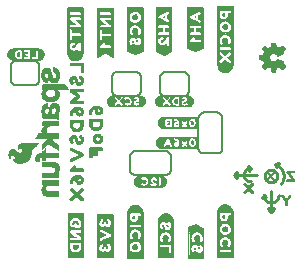
<source format=gbo>
G04 EAGLE Gerber RS-274X export*
G75*
%MOMM*%
%FSLAX34Y34*%
%LPD*%
%INSilkscreen Bottom*%
%IPPOS*%
%AMOC8*
5,1,8,0,0,1.08239X$1,22.5*%
G01*
%ADD10C,0.254000*%
%ADD11C,0.203200*%
%ADD12C,0.152400*%

G36*
X190804Y177626D02*
X190804Y177626D01*
X190807Y177623D01*
X192207Y177823D01*
X192212Y177828D01*
X192216Y177825D01*
X192816Y178025D01*
X192819Y178030D01*
X192822Y178028D01*
X194022Y178628D01*
X194024Y178632D01*
X194027Y178631D01*
X194627Y179031D01*
X194628Y179034D01*
X194631Y179034D01*
X195131Y179434D01*
X195132Y179438D01*
X195135Y179437D01*
X195635Y179937D01*
X195635Y179941D01*
X195638Y179941D01*
X196038Y180441D01*
X196039Y180445D01*
X196041Y180445D01*
X196441Y181045D01*
X196441Y181049D01*
X196444Y181050D01*
X196744Y181650D01*
X196743Y181655D01*
X196747Y181656D01*
X196947Y182256D01*
X196946Y182258D01*
X196947Y182258D01*
X196984Y182387D01*
X197026Y182534D01*
X197040Y182584D01*
X197082Y182731D01*
X197083Y182731D01*
X197082Y182731D01*
X197125Y182879D01*
X197139Y182928D01*
X197147Y182958D01*
X197146Y182962D01*
X197149Y182964D01*
X197249Y183564D01*
X197248Y183565D01*
X197249Y183565D01*
X197349Y184265D01*
X197346Y184270D01*
X197349Y184272D01*
X197349Y234472D01*
X197313Y234519D01*
X197306Y234514D01*
X197300Y234521D01*
X183800Y234521D01*
X183753Y234485D01*
X183755Y234482D01*
X183751Y234480D01*
X183651Y233880D01*
X183654Y233875D01*
X183651Y233872D01*
X183651Y184372D01*
X183654Y184368D01*
X183651Y184365D01*
X183851Y182965D01*
X183856Y182960D01*
X183853Y182956D01*
X184053Y182357D01*
X184253Y181658D01*
X184258Y181654D01*
X184256Y181650D01*
X184556Y181050D01*
X184563Y181047D01*
X184562Y181041D01*
X184960Y180543D01*
X185359Y179945D01*
X185366Y179942D01*
X185365Y179937D01*
X185865Y179437D01*
X185869Y179437D01*
X185869Y179434D01*
X186869Y178634D01*
X186877Y178633D01*
X186878Y178628D01*
X187478Y178328D01*
X187480Y178328D01*
X187481Y178327D01*
X188181Y178027D01*
X188184Y178028D01*
X188184Y178025D01*
X188784Y177825D01*
X188791Y177827D01*
X188793Y177823D01*
X189492Y177723D01*
X190092Y177623D01*
X190097Y177626D01*
X190100Y177623D01*
X190800Y177623D01*
X190804Y177626D01*
G37*
G36*
X120938Y20536D02*
X120938Y20536D01*
X120946Y20538D01*
X121146Y21038D01*
X121142Y21051D01*
X121149Y21056D01*
X121149Y59656D01*
X121146Y59660D01*
X121149Y59663D01*
X120949Y61063D01*
X120944Y61068D01*
X120947Y61072D01*
X120747Y61672D01*
X120744Y61673D01*
X120745Y61675D01*
X120445Y62375D01*
X120443Y62377D01*
X120444Y62378D01*
X120144Y62978D01*
X120137Y62981D01*
X120138Y62987D01*
X119338Y63987D01*
X119334Y63988D01*
X119335Y63991D01*
X118835Y64491D01*
X118828Y64492D01*
X118827Y64497D01*
X118229Y64896D01*
X117731Y65294D01*
X117723Y65295D01*
X117722Y65300D01*
X117122Y65600D01*
X117115Y65599D01*
X117114Y65603D01*
X116415Y65803D01*
X115816Y66003D01*
X115809Y66001D01*
X115807Y66005D01*
X114407Y66205D01*
X114402Y66202D01*
X114400Y66205D01*
X113800Y66205D01*
X113796Y66202D01*
X113793Y66205D01*
X113093Y66105D01*
X113089Y66101D01*
X113086Y66103D01*
X112386Y65903D01*
X112385Y65902D01*
X112384Y65903D01*
X111784Y65703D01*
X111781Y65698D01*
X111778Y65700D01*
X110578Y65100D01*
X110576Y65096D01*
X110573Y65097D01*
X109973Y64697D01*
X109970Y64690D01*
X109965Y64691D01*
X109465Y64191D01*
X109465Y64187D01*
X109462Y64187D01*
X108662Y63187D01*
X108661Y63183D01*
X108659Y63183D01*
X108259Y62583D01*
X108259Y62579D01*
X108256Y62578D01*
X107956Y61978D01*
X107957Y61973D01*
X107953Y61972D01*
X107753Y61372D01*
X107754Y61370D01*
X107753Y61370D01*
X107733Y61299D01*
X107690Y61151D01*
X107676Y61102D01*
X107634Y60954D01*
X107592Y60807D01*
X107578Y60757D01*
X107553Y60670D01*
X107556Y60661D01*
X107553Y60659D01*
X107553Y60658D01*
X107551Y60656D01*
X107551Y59960D01*
X107451Y59364D01*
X107454Y59359D01*
X107451Y59356D01*
X107451Y20756D01*
X107480Y20718D01*
X107482Y20710D01*
X107982Y20510D01*
X107995Y20514D01*
X108000Y20507D01*
X120900Y20507D01*
X120938Y20536D01*
G37*
G36*
X197138Y21044D02*
X197138Y21044D01*
X197146Y21046D01*
X197346Y21546D01*
X197342Y21559D01*
X197349Y21564D01*
X197349Y60164D01*
X197346Y60168D01*
X197349Y60171D01*
X197149Y61571D01*
X197144Y61576D01*
X197147Y61580D01*
X196947Y62180D01*
X196944Y62181D01*
X196945Y62183D01*
X196645Y62883D01*
X196643Y62885D01*
X196644Y62886D01*
X196344Y63486D01*
X196337Y63489D01*
X196338Y63495D01*
X195538Y64495D01*
X195534Y64496D01*
X195535Y64499D01*
X195035Y64999D01*
X195028Y65000D01*
X195027Y65005D01*
X194429Y65404D01*
X193931Y65802D01*
X193923Y65803D01*
X193922Y65808D01*
X193322Y66108D01*
X193315Y66107D01*
X193314Y66111D01*
X192615Y66311D01*
X192016Y66511D01*
X192009Y66509D01*
X192007Y66513D01*
X190607Y66713D01*
X190602Y66710D01*
X190600Y66713D01*
X190000Y66713D01*
X189996Y66710D01*
X189993Y66713D01*
X189293Y66613D01*
X189289Y66609D01*
X189286Y66611D01*
X188586Y66411D01*
X188585Y66410D01*
X188584Y66411D01*
X187984Y66211D01*
X187981Y66206D01*
X187978Y66208D01*
X186778Y65608D01*
X186776Y65604D01*
X186773Y65605D01*
X186173Y65205D01*
X186170Y65198D01*
X186165Y65199D01*
X185665Y64699D01*
X185665Y64695D01*
X185662Y64695D01*
X184862Y63695D01*
X184861Y63691D01*
X184859Y63691D01*
X184459Y63091D01*
X184459Y63087D01*
X184456Y63086D01*
X184156Y62486D01*
X184157Y62481D01*
X184153Y62480D01*
X183953Y61880D01*
X183954Y61878D01*
X183953Y61878D01*
X183933Y61807D01*
X183890Y61659D01*
X183876Y61610D01*
X183834Y61462D01*
X183792Y61315D01*
X183778Y61265D01*
X183753Y61178D01*
X183756Y61169D01*
X183753Y61167D01*
X183753Y61166D01*
X183751Y61164D01*
X183751Y60468D01*
X183651Y59872D01*
X183654Y59867D01*
X183651Y59864D01*
X183651Y21264D01*
X183680Y21226D01*
X183682Y21218D01*
X184182Y21018D01*
X184195Y21022D01*
X184200Y21015D01*
X197100Y21015D01*
X197138Y21044D01*
G37*
G36*
X63704Y187644D02*
X63704Y187644D01*
X63707Y187641D01*
X64407Y187741D01*
X64408Y187742D01*
X64408Y187741D01*
X65008Y187841D01*
X65011Y187845D01*
X65014Y187843D01*
X65714Y188043D01*
X65715Y188044D01*
X65716Y188043D01*
X66316Y188243D01*
X66319Y188248D01*
X66322Y188246D01*
X66922Y188546D01*
X66924Y188550D01*
X66927Y188549D01*
X67527Y188949D01*
X67528Y188952D01*
X67531Y188952D01*
X68031Y189352D01*
X68032Y189356D01*
X68035Y189355D01*
X68535Y189855D01*
X68535Y189859D01*
X68538Y189859D01*
X68938Y190359D01*
X68939Y190363D01*
X68941Y190363D01*
X69341Y190963D01*
X69341Y190967D01*
X69344Y190968D01*
X69944Y192168D01*
X69943Y192175D01*
X69947Y192176D01*
X69956Y192208D01*
X69998Y192355D01*
X69999Y192355D01*
X69998Y192355D01*
X70041Y192503D01*
X70055Y192552D01*
X70097Y192700D01*
X70139Y192848D01*
X70147Y192876D01*
X70146Y192880D01*
X70149Y192882D01*
X70249Y193482D01*
X70248Y193483D01*
X70249Y193483D01*
X70349Y194183D01*
X70346Y194188D01*
X70349Y194190D01*
X70349Y232790D01*
X70330Y232816D01*
X70330Y232829D01*
X69930Y233129D01*
X69908Y233129D01*
X69900Y233139D01*
X57000Y233139D01*
X56974Y233120D01*
X56961Y233120D01*
X56661Y232720D01*
X56661Y232698D01*
X56651Y232690D01*
X56651Y194490D01*
X56654Y194486D01*
X56651Y194483D01*
X56751Y193783D01*
X56752Y193782D01*
X56751Y193782D01*
X56851Y193182D01*
X56951Y192483D01*
X56959Y192475D01*
X56956Y192468D01*
X57856Y190668D01*
X57860Y190666D01*
X57859Y190663D01*
X58259Y190063D01*
X58266Y190060D01*
X58265Y190055D01*
X58765Y189555D01*
X58769Y189555D01*
X58769Y189552D01*
X59769Y188752D01*
X59777Y188751D01*
X59778Y188746D01*
X60978Y188146D01*
X60985Y188147D01*
X60986Y188143D01*
X61685Y187943D01*
X62284Y187743D01*
X62291Y187745D01*
X62293Y187741D01*
X62993Y187641D01*
X62998Y187644D01*
X63000Y187641D01*
X63700Y187641D01*
X63704Y187644D01*
G37*
G36*
X82207Y190423D02*
X82207Y190423D01*
X82222Y190416D01*
X88900Y193705D01*
X89478Y193416D01*
X95478Y190416D01*
X95536Y190427D01*
X95535Y190436D01*
X95544Y190438D01*
X95744Y190838D01*
X95744Y190840D01*
X95744Y190841D01*
X95743Y190842D01*
X95741Y190854D01*
X95749Y190860D01*
X95749Y232860D01*
X95713Y232907D01*
X95710Y232905D01*
X95708Y232909D01*
X95108Y233009D01*
X95103Y233006D01*
X95100Y233009D01*
X82200Y233009D01*
X82153Y232973D01*
X82155Y232970D01*
X82151Y232968D01*
X82051Y232368D01*
X82054Y232363D01*
X82051Y232360D01*
X82051Y190960D01*
X82055Y190954D01*
X82052Y190950D01*
X82152Y190450D01*
X82196Y190411D01*
X82207Y190423D01*
G37*
G36*
X138946Y192483D02*
X138946Y192483D01*
X138949Y192488D01*
X138952Y192486D01*
X145052Y195586D01*
X145061Y195605D01*
X145068Y195610D01*
X145076Y195612D01*
X145276Y196112D01*
X145272Y196125D01*
X145279Y196130D01*
X145279Y233330D01*
X145250Y233368D01*
X145248Y233376D01*
X144748Y233576D01*
X144735Y233572D01*
X144730Y233579D01*
X131930Y233579D01*
X131904Y233560D01*
X131891Y233560D01*
X131591Y233160D01*
X131591Y233138D01*
X131581Y233130D01*
X131581Y195730D01*
X131606Y195697D01*
X131608Y195686D01*
X138308Y192286D01*
X138334Y192291D01*
X138346Y192283D01*
X138946Y192483D01*
G37*
G36*
X114708Y192681D02*
X114708Y192681D01*
X114715Y192689D01*
X114722Y192686D01*
X120722Y195686D01*
X120729Y195699D01*
X120738Y195699D01*
X121138Y196199D01*
X121139Y196208D01*
X121144Y196212D01*
X121139Y196218D01*
X121139Y196222D01*
X121149Y196230D01*
X121149Y232830D01*
X121141Y232841D01*
X121146Y232848D01*
X120946Y233348D01*
X120905Y233373D01*
X120900Y233379D01*
X108000Y233379D01*
X107989Y233371D01*
X107982Y233376D01*
X107482Y233176D01*
X107457Y233135D01*
X107451Y233130D01*
X107451Y196030D01*
X107473Y196000D01*
X107475Y195988D01*
X107975Y195688D01*
X107977Y195688D01*
X107978Y195686D01*
X114078Y192586D01*
X114099Y192590D01*
X114108Y192581D01*
X114708Y192681D01*
G37*
G36*
X70601Y20965D02*
X70601Y20965D01*
X70596Y20972D01*
X70603Y20978D01*
X70603Y58178D01*
X70600Y58183D01*
X70603Y58186D01*
X70503Y58786D01*
X70459Y58827D01*
X70457Y58824D01*
X70454Y58827D01*
X56954Y58827D01*
X56907Y58791D01*
X56912Y58784D01*
X56905Y58778D01*
X56905Y55478D01*
X56925Y55452D01*
X56925Y55438D01*
X56954Y55417D01*
X56923Y55416D01*
X56924Y55392D01*
X56905Y55378D01*
X56905Y21578D01*
X56908Y21573D01*
X56905Y21570D01*
X57005Y20970D01*
X57049Y20929D01*
X57052Y20932D01*
X57054Y20929D01*
X70554Y20929D01*
X70601Y20965D01*
G37*
G36*
X95105Y20978D02*
X95105Y20978D01*
X95108Y20975D01*
X95708Y21075D01*
X95749Y21119D01*
X95746Y21122D01*
X95749Y21124D01*
X95749Y57724D01*
X95741Y57735D01*
X95746Y57742D01*
X95546Y58242D01*
X95505Y58267D01*
X95500Y58273D01*
X82600Y58273D01*
X82589Y58265D01*
X82582Y58270D01*
X82082Y58070D01*
X82057Y58029D01*
X82051Y58024D01*
X82051Y21624D01*
X82054Y21619D01*
X82051Y21616D01*
X82151Y21016D01*
X82195Y20975D01*
X82198Y20978D01*
X82200Y20975D01*
X95100Y20975D01*
X95105Y20978D01*
G37*
G36*
X146592Y20680D02*
X146592Y20680D01*
X146600Y20682D01*
X146800Y21182D01*
X146796Y21195D01*
X146803Y21200D01*
X146803Y52400D01*
X146800Y52404D01*
X146803Y52407D01*
X146603Y53807D01*
X146598Y53812D01*
X146601Y53816D01*
X146401Y54416D01*
X146396Y54419D01*
X146398Y54422D01*
X145798Y55622D01*
X145794Y55624D01*
X145795Y55627D01*
X145395Y56227D01*
X145392Y56228D01*
X145392Y56231D01*
X144992Y56731D01*
X144988Y56732D01*
X144989Y56735D01*
X144489Y57235D01*
X144482Y57236D01*
X144481Y57241D01*
X143883Y57640D01*
X143385Y58038D01*
X143377Y58039D01*
X143376Y58044D01*
X142776Y58344D01*
X142769Y58343D01*
X142768Y58347D01*
X142069Y58547D01*
X141470Y58747D01*
X141463Y58745D01*
X141461Y58749D01*
X140061Y58949D01*
X140051Y58943D01*
X140046Y58949D01*
X139450Y58849D01*
X138754Y58849D01*
X138746Y58843D01*
X138740Y58847D01*
X138040Y58647D01*
X138039Y58646D01*
X138038Y58647D01*
X137438Y58447D01*
X137435Y58442D01*
X137432Y58444D01*
X136232Y57844D01*
X136230Y57840D01*
X136227Y57841D01*
X135627Y57441D01*
X135624Y57434D01*
X135619Y57435D01*
X135119Y56935D01*
X135119Y56931D01*
X135116Y56931D01*
X134316Y55931D01*
X134315Y55927D01*
X134313Y55927D01*
X133913Y55327D01*
X133913Y55323D01*
X133910Y55322D01*
X133610Y54722D01*
X133611Y54715D01*
X133607Y54714D01*
X133588Y54647D01*
X133545Y54499D01*
X133531Y54450D01*
X133489Y54302D01*
X133447Y54154D01*
X133433Y54105D01*
X133407Y54015D01*
X133207Y53416D01*
X133207Y53415D01*
X133211Y53405D01*
X133205Y53400D01*
X133205Y52704D01*
X133105Y52108D01*
X133108Y52103D01*
X133105Y52100D01*
X133105Y20900D01*
X133134Y20862D01*
X133136Y20854D01*
X133636Y20654D01*
X133649Y20658D01*
X133654Y20651D01*
X146554Y20651D01*
X146592Y20680D01*
G37*
G36*
X165210Y195062D02*
X165210Y195062D01*
X165222Y195056D01*
X171922Y198356D01*
X171931Y198374D01*
X171947Y198386D01*
X171941Y198394D01*
X171949Y198400D01*
X171949Y233000D01*
X171939Y233013D01*
X171939Y233028D01*
X171939Y233030D01*
X171639Y233430D01*
X171608Y233439D01*
X171600Y233449D01*
X158800Y233449D01*
X158789Y233441D01*
X158782Y233446D01*
X158282Y233246D01*
X158257Y233205D01*
X158251Y233200D01*
X158251Y198800D01*
X158259Y198789D01*
X158254Y198782D01*
X158454Y198282D01*
X158476Y198269D01*
X158478Y198256D01*
X164578Y195256D01*
X164583Y195257D01*
X164584Y195253D01*
X165184Y195053D01*
X165210Y195062D01*
G37*
G36*
X171992Y20508D02*
X171992Y20508D01*
X172000Y20510D01*
X172200Y21010D01*
X172196Y21023D01*
X172203Y21028D01*
X172203Y46128D01*
X172192Y46143D01*
X172196Y46153D01*
X171896Y46653D01*
X171878Y46661D01*
X171876Y46672D01*
X165876Y49672D01*
X165871Y49671D01*
X165870Y49675D01*
X165270Y49875D01*
X165244Y49866D01*
X165232Y49872D01*
X159132Y46872D01*
X159130Y46868D01*
X159127Y46869D01*
X158527Y46469D01*
X158520Y46451D01*
X158515Y46447D01*
X158518Y46443D01*
X158515Y46436D01*
X158505Y46428D01*
X158505Y20728D01*
X158534Y20690D01*
X158536Y20682D01*
X159036Y20482D01*
X159049Y20486D01*
X159054Y20479D01*
X171954Y20479D01*
X171992Y20508D01*
G37*
G36*
X168077Y113505D02*
X168077Y113505D01*
X168076Y113507D01*
X168078Y113508D01*
X168178Y114008D01*
X168175Y114015D01*
X168179Y114018D01*
X168179Y123618D01*
X168143Y123665D01*
X168141Y123664D01*
X168140Y123666D01*
X167640Y123766D01*
X167633Y123763D01*
X167630Y123767D01*
X165630Y123767D01*
X165604Y123748D01*
X165591Y123748D01*
X165569Y123719D01*
X165568Y123749D01*
X165544Y123748D01*
X165530Y123767D01*
X136630Y123767D01*
X136624Y123763D01*
X136620Y123766D01*
X136125Y123667D01*
X135630Y123667D01*
X135625Y123664D01*
X135621Y123664D01*
X135617Y123661D01*
X135612Y123664D01*
X135116Y123465D01*
X134620Y123366D01*
X134610Y123355D01*
X134600Y123357D01*
X134206Y123061D01*
X133712Y122864D01*
X133704Y122852D01*
X133695Y122853D01*
X132595Y121753D01*
X132594Y121748D01*
X132591Y121748D01*
X132291Y121348D01*
X132291Y121338D01*
X132284Y121336D01*
X132085Y120838D01*
X131886Y120440D01*
X131887Y120437D01*
X131884Y120436D01*
X131684Y119936D01*
X131685Y119935D01*
X131684Y119934D01*
X131686Y119931D01*
X131686Y119930D01*
X131682Y119928D01*
X131582Y119428D01*
X131585Y119421D01*
X131581Y119418D01*
X131581Y117918D01*
X131585Y117912D01*
X131582Y117908D01*
X131682Y117408D01*
X131687Y117404D01*
X131684Y117400D01*
X132084Y116400D01*
X132087Y116398D01*
X132086Y116396D01*
X132286Y115996D01*
X132289Y115995D01*
X132288Y115993D01*
X132588Y115493D01*
X132596Y115489D01*
X132595Y115483D01*
X133295Y114783D01*
X133300Y114782D01*
X133300Y114779D01*
X134100Y114179D01*
X134107Y114179D01*
X134108Y114174D01*
X134508Y113974D01*
X134511Y113975D01*
X134512Y113972D01*
X135512Y113572D01*
X135525Y113576D01*
X135530Y113569D01*
X136025Y113569D01*
X136520Y113470D01*
X136527Y113473D01*
X136530Y113469D01*
X168030Y113469D01*
X168077Y113505D01*
G37*
G36*
X168139Y130269D02*
X168139Y130269D01*
X168134Y130276D01*
X168141Y130282D01*
X168141Y140382D01*
X168105Y140429D01*
X168104Y140429D01*
X168104Y140430D01*
X167704Y140530D01*
X167696Y140526D01*
X167692Y140531D01*
X138092Y140531D01*
X138086Y140527D01*
X138082Y140530D01*
X137587Y140431D01*
X137092Y140431D01*
X137087Y140428D01*
X137083Y140428D01*
X137079Y140425D01*
X137074Y140428D01*
X136577Y140229D01*
X136180Y140130D01*
X136173Y140122D01*
X136167Y140124D01*
X135669Y139825D01*
X135270Y139626D01*
X135265Y139616D01*
X135257Y139617D01*
X134860Y139219D01*
X134462Y138921D01*
X134460Y138912D01*
X134453Y138912D01*
X133853Y138112D01*
X133853Y138102D01*
X133846Y138100D01*
X133649Y137606D01*
X133353Y137212D01*
X133353Y137197D01*
X133348Y137194D01*
X133344Y137192D01*
X133044Y135692D01*
X133047Y135685D01*
X133043Y135682D01*
X133043Y135182D01*
X133047Y135176D01*
X133044Y135172D01*
X133344Y133672D01*
X133349Y133668D01*
X133346Y133664D01*
X133546Y133164D01*
X133554Y133159D01*
X133553Y133152D01*
X133850Y132756D01*
X134048Y132360D01*
X134058Y132355D01*
X134057Y132347D01*
X134455Y131950D01*
X134753Y131552D01*
X134762Y131550D01*
X134762Y131543D01*
X135162Y131243D01*
X135166Y131243D01*
X135167Y131240D01*
X135667Y130940D01*
X135670Y130940D01*
X135670Y130938D01*
X136070Y130738D01*
X136073Y130739D01*
X136074Y130736D01*
X137074Y130336D01*
X137087Y130340D01*
X137092Y130333D01*
X137587Y130333D01*
X138082Y130234D01*
X138089Y130237D01*
X138092Y130233D01*
X168092Y130233D01*
X168139Y130269D01*
G37*
G36*
X233076Y178013D02*
X233076Y178013D01*
X233095Y178011D01*
X233159Y178033D01*
X233225Y178048D01*
X233240Y178061D01*
X233259Y178067D01*
X233306Y178115D01*
X233359Y178158D01*
X233367Y178176D01*
X233380Y178190D01*
X233420Y178296D01*
X233429Y178316D01*
X233429Y178320D01*
X233431Y178324D01*
X233994Y181612D01*
X234120Y181647D01*
X234125Y181648D01*
X234126Y181649D01*
X234246Y181709D01*
X234257Y181709D01*
X234273Y181712D01*
X234289Y181710D01*
X234420Y181747D01*
X234425Y181748D01*
X234426Y181749D01*
X234546Y181809D01*
X234557Y181809D01*
X234573Y181812D01*
X234589Y181810D01*
X234720Y181847D01*
X234725Y181848D01*
X234726Y181849D01*
X235046Y182009D01*
X235057Y182009D01*
X235073Y182012D01*
X235089Y182010D01*
X235220Y182047D01*
X235225Y182048D01*
X235226Y182049D01*
X235426Y182149D01*
X235454Y182172D01*
X235525Y182220D01*
X235581Y182276D01*
X235646Y182309D01*
X235657Y182309D01*
X235673Y182312D01*
X235689Y182310D01*
X235820Y182347D01*
X235825Y182348D01*
X235826Y182349D01*
X236026Y182449D01*
X236054Y182472D01*
X236125Y182520D01*
X236135Y182530D01*
X238729Y180585D01*
X238752Y180575D01*
X238770Y180558D01*
X238830Y180540D01*
X238888Y180515D01*
X238912Y180516D01*
X238936Y180509D01*
X238998Y180520D01*
X239061Y180523D01*
X239082Y180535D01*
X239106Y180540D01*
X239182Y180591D01*
X239212Y180607D01*
X239217Y180614D01*
X239225Y180620D01*
X241525Y182920D01*
X241534Y182934D01*
X241548Y182945D01*
X241579Y183007D01*
X241616Y183067D01*
X241618Y183084D01*
X241626Y183099D01*
X241626Y183170D01*
X241633Y183239D01*
X241627Y183255D01*
X241627Y183272D01*
X241575Y183390D01*
X241571Y183401D01*
X241570Y183402D01*
X241569Y183403D01*
X239708Y186102D01*
X239725Y186120D01*
X239765Y186185D01*
X239809Y186247D01*
X239811Y186259D01*
X239816Y186267D01*
X239820Y186302D01*
X239822Y186317D01*
X239825Y186320D01*
X239865Y186385D01*
X239909Y186447D01*
X239911Y186459D01*
X239916Y186467D01*
X239920Y186502D01*
X239936Y186588D01*
X239936Y186638D01*
X239965Y186685D01*
X240009Y186747D01*
X240011Y186759D01*
X240016Y186767D01*
X240020Y186802D01*
X240022Y186817D01*
X240025Y186820D01*
X240065Y186885D01*
X240109Y186947D01*
X240111Y186959D01*
X240116Y186967D01*
X240120Y187002D01*
X240122Y187017D01*
X240125Y187020D01*
X240165Y187085D01*
X240209Y187147D01*
X240211Y187159D01*
X240216Y187167D01*
X240220Y187202D01*
X240225Y187231D01*
X240259Y187258D01*
X240267Y187277D01*
X240281Y187292D01*
X240302Y187355D01*
X240329Y187416D01*
X240328Y187437D01*
X240335Y187456D01*
X240325Y187522D01*
X240322Y187589D01*
X240313Y187607D01*
X240310Y187627D01*
X240271Y187682D01*
X240239Y187741D01*
X240223Y187753D01*
X240211Y187769D01*
X240118Y187826D01*
X240097Y187840D01*
X240094Y187841D01*
X240092Y187842D01*
X240090Y187843D01*
X240089Y187844D01*
X234689Y189844D01*
X234658Y189848D01*
X234630Y189860D01*
X234573Y189858D01*
X234517Y189865D01*
X234488Y189855D01*
X234457Y189854D01*
X234407Y189827D01*
X234353Y189808D01*
X234332Y189786D01*
X234305Y189771D01*
X234259Y189711D01*
X234232Y189684D01*
X234228Y189671D01*
X234218Y189658D01*
X233945Y189113D01*
X233789Y188956D01*
X233770Y188926D01*
X233718Y188858D01*
X233645Y188713D01*
X233332Y188400D01*
X233187Y188327D01*
X233160Y188304D01*
X233089Y188256D01*
X232932Y188100D01*
X232811Y188039D01*
X232537Y187948D01*
X232517Y187936D01*
X232487Y187927D01*
X232367Y187867D01*
X232257Y187867D01*
X232222Y187859D01*
X232137Y187848D01*
X231895Y187767D01*
X231118Y187767D01*
X230877Y187848D01*
X230841Y187851D01*
X230757Y187867D01*
X230572Y187867D01*
X230367Y188004D01*
X230332Y188017D01*
X230277Y188048D01*
X230025Y188132D01*
X229498Y188483D01*
X229152Y188830D01*
X228801Y189356D01*
X228717Y189608D01*
X228697Y189640D01*
X228672Y189698D01*
X228536Y189903D01*
X228536Y190088D01*
X228528Y190123D01*
X228517Y190208D01*
X228436Y190450D01*
X228436Y191041D01*
X228525Y191396D01*
X228525Y191432D01*
X228536Y191488D01*
X228536Y191673D01*
X228672Y191878D01*
X228685Y191913D01*
X228717Y191968D01*
X228801Y192220D01*
X228952Y192447D01*
X229125Y192620D01*
X229141Y192646D01*
X229172Y192678D01*
X229352Y192947D01*
X229498Y193093D01*
X230025Y193444D01*
X231118Y193809D01*
X231595Y193809D01*
X231837Y193728D01*
X231873Y193725D01*
X231957Y193709D01*
X232167Y193709D01*
X232487Y193549D01*
X232510Y193543D01*
X232537Y193528D01*
X232811Y193437D01*
X233132Y193276D01*
X233289Y193120D01*
X233319Y193101D01*
X233387Y193049D01*
X233532Y192976D01*
X233645Y192863D01*
X233718Y192718D01*
X233741Y192691D01*
X233789Y192620D01*
X233945Y192463D01*
X234106Y192142D01*
X234197Y191868D01*
X234227Y191819D01*
X234249Y191766D01*
X234272Y191746D01*
X234288Y191721D01*
X234337Y191690D01*
X234380Y191653D01*
X234409Y191645D01*
X234434Y191629D01*
X234492Y191623D01*
X234547Y191609D01*
X234581Y191615D01*
X234607Y191612D01*
X234638Y191624D01*
X234689Y191632D01*
X240089Y193632D01*
X240127Y193658D01*
X240170Y193674D01*
X240198Y193705D01*
X240233Y193728D01*
X240256Y193768D01*
X240287Y193801D01*
X240299Y193841D01*
X240320Y193878D01*
X240323Y193923D01*
X240336Y193967D01*
X240328Y194008D01*
X240331Y194050D01*
X240313Y194093D01*
X240305Y194138D01*
X240277Y194179D01*
X240264Y194210D01*
X240245Y194227D01*
X240236Y194240D01*
X240236Y194288D01*
X240219Y194362D01*
X240205Y194438D01*
X240199Y194447D01*
X240197Y194456D01*
X240174Y194484D01*
X240125Y194556D01*
X240119Y194563D01*
X240105Y194638D01*
X240099Y194647D01*
X240097Y194656D01*
X240074Y194684D01*
X240025Y194756D01*
X240019Y194763D01*
X240015Y194782D01*
X240015Y194797D01*
X240012Y194803D01*
X240005Y194838D01*
X239999Y194847D01*
X239997Y194856D01*
X239974Y194884D01*
X239938Y194937D01*
X239932Y194949D01*
X239929Y194951D01*
X239925Y194956D01*
X239919Y194963D01*
X239905Y195038D01*
X239899Y195047D01*
X239897Y195056D01*
X239874Y195084D01*
X239825Y195156D01*
X239823Y195158D01*
X239822Y195176D01*
X239813Y195193D01*
X239805Y195238D01*
X239799Y195247D01*
X239797Y195256D01*
X239774Y195284D01*
X239725Y195356D01*
X239719Y195363D01*
X239705Y195438D01*
X239699Y195447D01*
X239697Y195456D01*
X239696Y195457D01*
X241569Y198173D01*
X241577Y198193D01*
X241591Y198209D01*
X241608Y198272D01*
X241632Y198334D01*
X241630Y198355D01*
X241636Y198376D01*
X241623Y198440D01*
X241617Y198506D01*
X241606Y198524D01*
X241602Y198545D01*
X241542Y198630D01*
X241527Y198654D01*
X241523Y198657D01*
X241519Y198662D01*
X239219Y200862D01*
X239205Y200870D01*
X239195Y200883D01*
X239131Y200914D01*
X239070Y200950D01*
X239054Y200951D01*
X239040Y200958D01*
X238968Y200957D01*
X238897Y200963D01*
X238883Y200957D01*
X238867Y200956D01*
X238741Y200899D01*
X238737Y200897D01*
X238736Y200897D01*
X236121Y199029D01*
X236111Y199031D01*
X236097Y199040D01*
X235964Y199066D01*
X235958Y199067D01*
X235957Y199067D01*
X235946Y199067D01*
X235881Y199100D01*
X235825Y199156D01*
X235795Y199175D01*
X235726Y199227D01*
X235581Y199300D01*
X235525Y199356D01*
X235460Y199396D01*
X235397Y199440D01*
X235386Y199442D01*
X235378Y199447D01*
X235343Y199451D01*
X235257Y199467D01*
X235207Y199467D01*
X235160Y199496D01*
X235097Y199540D01*
X235086Y199542D01*
X235078Y199547D01*
X235043Y199551D01*
X234957Y199567D01*
X234846Y199567D01*
X234781Y199600D01*
X234725Y199656D01*
X234660Y199696D01*
X234597Y199740D01*
X234586Y199742D01*
X234578Y199747D01*
X234543Y199751D01*
X234457Y199767D01*
X234407Y199767D01*
X234360Y199796D01*
X234297Y199840D01*
X234286Y199842D01*
X234278Y199847D01*
X234243Y199851D01*
X234157Y199867D01*
X234046Y199867D01*
X233989Y199896D01*
X233431Y203152D01*
X233423Y203170D01*
X233422Y203189D01*
X233390Y203249D01*
X233363Y203311D01*
X233349Y203324D01*
X233339Y203341D01*
X233284Y203380D01*
X233232Y203424D01*
X233213Y203429D01*
X233197Y203440D01*
X233087Y203462D01*
X233064Y203467D01*
X233061Y203466D01*
X233057Y203467D01*
X229857Y203467D01*
X229838Y203463D01*
X229819Y203465D01*
X229754Y203443D01*
X229688Y203428D01*
X229673Y203415D01*
X229655Y203409D01*
X229607Y203361D01*
X229555Y203318D01*
X229547Y203300D01*
X229533Y203286D01*
X229494Y203180D01*
X229484Y203160D01*
X229485Y203156D01*
X229483Y203152D01*
X228932Y199940D01*
X228894Y199929D01*
X228888Y199928D01*
X228888Y199927D01*
X228887Y199927D01*
X228767Y199867D01*
X228757Y199867D01*
X228741Y199864D01*
X228725Y199866D01*
X228594Y199829D01*
X228588Y199828D01*
X228588Y199827D01*
X228587Y199827D01*
X228467Y199767D01*
X228457Y199767D01*
X228441Y199764D01*
X228425Y199766D01*
X228294Y199729D01*
X228288Y199728D01*
X228288Y199727D01*
X228287Y199727D01*
X227967Y199567D01*
X227957Y199567D01*
X227941Y199564D01*
X227925Y199566D01*
X227794Y199529D01*
X227788Y199528D01*
X227788Y199527D01*
X227787Y199527D01*
X227587Y199427D01*
X227560Y199404D01*
X227505Y199367D01*
X227457Y199367D01*
X227382Y199350D01*
X227307Y199336D01*
X227298Y199330D01*
X227288Y199328D01*
X227261Y199305D01*
X227189Y199256D01*
X227132Y199200D01*
X226987Y199127D01*
X226960Y199104D01*
X226905Y199067D01*
X226857Y199067D01*
X226782Y199050D01*
X226761Y199046D01*
X224072Y200900D01*
X224056Y200906D01*
X224044Y200918D01*
X223976Y200938D01*
X223911Y200963D01*
X223894Y200962D01*
X223878Y200967D01*
X223808Y200954D01*
X223739Y200948D01*
X223724Y200939D01*
X223707Y200936D01*
X223601Y200865D01*
X223591Y200858D01*
X223590Y200857D01*
X223589Y200856D01*
X221389Y198656D01*
X221380Y198642D01*
X221366Y198631D01*
X221334Y198569D01*
X221297Y198509D01*
X221296Y198492D01*
X221288Y198477D01*
X221288Y198407D01*
X221281Y198337D01*
X221287Y198321D01*
X221287Y198304D01*
X221339Y198186D01*
X221343Y198175D01*
X221344Y198174D01*
X221345Y198173D01*
X223206Y195474D01*
X223189Y195456D01*
X223148Y195391D01*
X223105Y195329D01*
X223102Y195317D01*
X223097Y195309D01*
X223094Y195274D01*
X223078Y195188D01*
X223078Y195138D01*
X223070Y195126D01*
X223018Y195058D01*
X222945Y194913D01*
X222889Y194856D01*
X222848Y194791D01*
X222805Y194729D01*
X222802Y194717D01*
X222797Y194709D01*
X222794Y194674D01*
X222778Y194588D01*
X222778Y194538D01*
X222770Y194526D01*
X222718Y194458D01*
X222618Y194258D01*
X222614Y194242D01*
X222605Y194229D01*
X222579Y194095D01*
X222578Y194089D01*
X222578Y194088D01*
X222578Y194078D01*
X222518Y193958D01*
X222514Y193942D01*
X222505Y193929D01*
X222479Y193795D01*
X222478Y193789D01*
X222478Y193788D01*
X222478Y193738D01*
X222448Y193691D01*
X222405Y193629D01*
X222402Y193617D01*
X222397Y193609D01*
X222394Y193574D01*
X222378Y193488D01*
X222378Y193378D01*
X222349Y193320D01*
X219093Y192762D01*
X219075Y192754D01*
X219056Y192753D01*
X218996Y192721D01*
X218933Y192694D01*
X218921Y192680D01*
X218904Y192670D01*
X218865Y192615D01*
X218821Y192563D01*
X218816Y192544D01*
X218805Y192529D01*
X218783Y192418D01*
X218778Y192396D01*
X218778Y192392D01*
X218778Y192388D01*
X218778Y189188D01*
X218782Y189169D01*
X218779Y189150D01*
X218802Y189086D01*
X218817Y189020D01*
X218829Y189005D01*
X218836Y188986D01*
X218884Y188939D01*
X218927Y188886D01*
X218945Y188878D01*
X218959Y188865D01*
X219065Y188825D01*
X219085Y188816D01*
X219089Y188816D01*
X219093Y188814D01*
X222305Y188264D01*
X222316Y188225D01*
X222317Y188220D01*
X222317Y188219D01*
X222318Y188218D01*
X222378Y188098D01*
X222378Y188088D01*
X222381Y188072D01*
X222379Y188056D01*
X222416Y187925D01*
X222417Y187920D01*
X222417Y187919D01*
X222418Y187918D01*
X222478Y187798D01*
X222478Y187788D01*
X222481Y187772D01*
X222479Y187756D01*
X222516Y187625D01*
X222517Y187620D01*
X222517Y187619D01*
X222518Y187618D01*
X222578Y187498D01*
X222578Y187388D01*
X222595Y187314D01*
X222608Y187238D01*
X222615Y187229D01*
X222617Y187220D01*
X222640Y187192D01*
X222689Y187120D01*
X222745Y187063D01*
X222778Y186998D01*
X222778Y186988D01*
X222781Y186972D01*
X222779Y186956D01*
X222816Y186825D01*
X222817Y186820D01*
X222817Y186819D01*
X222818Y186818D01*
X222918Y186618D01*
X222941Y186591D01*
X222989Y186520D01*
X223045Y186463D01*
X223078Y186398D01*
X223078Y186388D01*
X223081Y186372D01*
X223079Y186356D01*
X223116Y186225D01*
X223117Y186220D01*
X223117Y186219D01*
X223118Y186218D01*
X223188Y186077D01*
X221345Y183403D01*
X221340Y183391D01*
X221331Y183382D01*
X221309Y183311D01*
X221281Y183242D01*
X221283Y183229D01*
X221279Y183217D01*
X221290Y183144D01*
X221296Y183070D01*
X221303Y183059D01*
X221305Y183046D01*
X221383Y182926D01*
X223583Y180626D01*
X223604Y180612D01*
X223620Y180592D01*
X223676Y180565D01*
X223728Y180531D01*
X223753Y180528D01*
X223777Y180517D01*
X223838Y180518D01*
X223900Y180511D01*
X223924Y180520D01*
X223950Y180520D01*
X224029Y180558D01*
X224063Y180569D01*
X224069Y180576D01*
X224079Y180581D01*
X226752Y182516D01*
X226832Y182476D01*
X226889Y182420D01*
X226953Y182380D01*
X227016Y182336D01*
X227028Y182334D01*
X227036Y182329D01*
X227071Y182325D01*
X227157Y182309D01*
X227207Y182309D01*
X227219Y182301D01*
X227287Y182249D01*
X227432Y182176D01*
X227489Y182120D01*
X227553Y182080D01*
X227616Y182036D01*
X227628Y182034D01*
X227636Y182029D01*
X227671Y182025D01*
X227757Y182009D01*
X227807Y182009D01*
X227853Y181980D01*
X227916Y181936D01*
X227928Y181934D01*
X227936Y181929D01*
X227971Y181925D01*
X228057Y181909D01*
X228167Y181909D01*
X228232Y181876D01*
X228289Y181820D01*
X228353Y181780D01*
X228416Y181736D01*
X228428Y181734D01*
X228436Y181729D01*
X228471Y181725D01*
X228557Y181709D01*
X228607Y181709D01*
X228653Y181680D01*
X228716Y181636D01*
X228728Y181634D01*
X228736Y181629D01*
X228771Y181625D01*
X228857Y181609D01*
X228936Y181609D01*
X229483Y178326D01*
X229491Y178307D01*
X229491Y178287D01*
X229524Y178228D01*
X229549Y178166D01*
X229565Y178153D01*
X229574Y178135D01*
X229629Y178097D01*
X229680Y178053D01*
X229700Y178047D01*
X229716Y178036D01*
X229823Y178015D01*
X229847Y178009D01*
X229852Y178010D01*
X229857Y178009D01*
X233057Y178009D01*
X233076Y178013D01*
G37*
G36*
X158926Y148525D02*
X158926Y148525D01*
X158930Y148522D01*
X160430Y148822D01*
X160434Y148827D01*
X160438Y148824D01*
X160938Y149024D01*
X160940Y149027D01*
X160942Y149026D01*
X161342Y149226D01*
X161343Y149229D01*
X161345Y149228D01*
X161845Y149528D01*
X161849Y149536D01*
X161855Y149535D01*
X162555Y150235D01*
X162556Y150240D01*
X162559Y150240D01*
X163159Y151040D01*
X163159Y151050D01*
X163166Y151052D01*
X163565Y152050D01*
X163764Y152448D01*
X163762Y152457D01*
X163768Y152460D01*
X163868Y152960D01*
X163865Y152967D01*
X163869Y152970D01*
X163869Y153970D01*
X163866Y153975D01*
X163869Y153978D01*
X163769Y154578D01*
X163766Y154580D01*
X163768Y154582D01*
X163668Y154981D01*
X163568Y155480D01*
X163563Y155484D01*
X163566Y155488D01*
X163366Y155988D01*
X163358Y155993D01*
X163359Y156000D01*
X162459Y157200D01*
X162454Y157201D01*
X162455Y157205D01*
X162055Y157605D01*
X162050Y157606D01*
X162050Y157609D01*
X161250Y158209D01*
X161240Y158209D01*
X161238Y158216D01*
X160738Y158416D01*
X160732Y158414D01*
X160730Y158418D01*
X160236Y158517D01*
X159842Y158714D01*
X159833Y158712D01*
X159830Y158718D01*
X159330Y158818D01*
X159323Y158815D01*
X159320Y158819D01*
X135420Y158819D01*
X135414Y158815D01*
X135410Y158818D01*
X134410Y158618D01*
X134406Y158613D01*
X134402Y158616D01*
X133902Y158416D01*
X133900Y158413D01*
X133898Y158414D01*
X133498Y158214D01*
X133497Y158211D01*
X133495Y158212D01*
X132995Y157912D01*
X132993Y157909D01*
X132990Y157909D01*
X132590Y157609D01*
X132589Y157604D01*
X132585Y157605D01*
X131885Y156905D01*
X131884Y156900D01*
X131881Y156900D01*
X131581Y156500D01*
X131581Y156490D01*
X131574Y156488D01*
X131377Y155994D01*
X131081Y155600D01*
X131081Y155584D01*
X131072Y155580D01*
X130772Y154080D01*
X130775Y154073D01*
X130771Y154070D01*
X130771Y153070D01*
X130775Y153064D01*
X130772Y153060D01*
X130972Y152060D01*
X130977Y152056D01*
X130974Y152052D01*
X131174Y151552D01*
X131182Y151547D01*
X131181Y151540D01*
X131477Y151146D01*
X131674Y150652D01*
X131690Y150642D01*
X131690Y150631D01*
X132085Y150335D01*
X132381Y149940D01*
X132390Y149938D01*
X132390Y149931D01*
X133190Y149331D01*
X133194Y149331D01*
X133195Y149328D01*
X133695Y149028D01*
X133698Y149028D01*
X133698Y149026D01*
X134098Y148826D01*
X134107Y148828D01*
X134110Y148822D01*
X135610Y148522D01*
X135617Y148525D01*
X135620Y148521D01*
X158920Y148521D01*
X158926Y148525D01*
G37*
G36*
X118486Y148525D02*
X118486Y148525D01*
X118490Y148522D01*
X119490Y148722D01*
X119494Y148727D01*
X119498Y148724D01*
X119998Y148924D01*
X120000Y148927D01*
X120002Y148926D01*
X120400Y149125D01*
X120898Y149324D01*
X120903Y149332D01*
X120910Y149331D01*
X121310Y149631D01*
X121311Y149636D01*
X121315Y149635D01*
X121715Y150035D01*
X121716Y150040D01*
X121719Y150040D01*
X122619Y151240D01*
X122619Y151250D01*
X122626Y151252D01*
X122825Y151750D01*
X123024Y152148D01*
X123024Y152151D01*
X123025Y152152D01*
X123023Y152155D01*
X123022Y152157D01*
X123028Y152160D01*
X123228Y153160D01*
X123225Y153167D01*
X123229Y153170D01*
X123229Y154170D01*
X123225Y154176D01*
X123228Y154180D01*
X123128Y154680D01*
X123123Y154684D01*
X123126Y154688D01*
X122927Y155184D01*
X122828Y155680D01*
X122819Y155688D01*
X122822Y155695D01*
X122523Y156193D01*
X122324Y156592D01*
X122318Y156595D01*
X122319Y156600D01*
X122019Y157000D01*
X122014Y157001D01*
X122015Y157005D01*
X121615Y157405D01*
X121610Y157406D01*
X121610Y157409D01*
X120810Y158009D01*
X120803Y158009D01*
X120802Y158014D01*
X120402Y158214D01*
X120399Y158213D01*
X120398Y158216D01*
X119398Y158616D01*
X119392Y158614D01*
X119390Y158618D01*
X118390Y158818D01*
X118383Y158815D01*
X118380Y158819D01*
X95180Y158819D01*
X95174Y158815D01*
X95170Y158818D01*
X94675Y158719D01*
X94180Y158719D01*
X94175Y158716D01*
X94171Y158716D01*
X94167Y158713D01*
X94162Y158716D01*
X93665Y158517D01*
X93268Y158418D01*
X93261Y158410D01*
X93255Y158412D01*
X92757Y158113D01*
X92358Y157914D01*
X92355Y157908D01*
X92350Y157909D01*
X91950Y157609D01*
X91949Y157604D01*
X91945Y157605D01*
X91545Y157205D01*
X91544Y157200D01*
X91541Y157200D01*
X90641Y156000D01*
X90641Y155990D01*
X90634Y155988D01*
X90434Y155488D01*
X90436Y155482D01*
X90432Y155480D01*
X90132Y153980D01*
X90135Y153973D01*
X90131Y153970D01*
X90131Y153470D01*
X90135Y153464D01*
X90132Y153460D01*
X90432Y151960D01*
X90437Y151956D01*
X90434Y151952D01*
X90634Y151452D01*
X90637Y151450D01*
X90636Y151448D01*
X90836Y151048D01*
X90842Y151045D01*
X90841Y151040D01*
X91441Y150240D01*
X91446Y150239D01*
X91445Y150235D01*
X91845Y149835D01*
X91850Y149834D01*
X91850Y149831D01*
X92650Y149231D01*
X92660Y149231D01*
X92662Y149224D01*
X93160Y149025D01*
X93558Y148826D01*
X93567Y148828D01*
X93570Y148822D01*
X95070Y148522D01*
X95077Y148525D01*
X95080Y148521D01*
X118480Y148521D01*
X118486Y148525D01*
G37*
G36*
X32396Y188149D02*
X32396Y188149D01*
X32400Y188146D01*
X32895Y188245D01*
X33390Y188245D01*
X33401Y188253D01*
X33408Y188248D01*
X34908Y188848D01*
X34913Y188856D01*
X34920Y188855D01*
X35720Y189455D01*
X35721Y189460D01*
X35725Y189459D01*
X36425Y190159D01*
X36426Y190168D01*
X36432Y190169D01*
X36732Y190669D01*
X36732Y190672D01*
X36734Y190672D01*
X36934Y191072D01*
X36933Y191075D01*
X36936Y191076D01*
X37136Y191576D01*
X37135Y191578D01*
X37137Y191579D01*
X37134Y191582D01*
X37138Y191584D01*
X37438Y193084D01*
X37435Y193091D01*
X37439Y193094D01*
X37439Y193594D01*
X37435Y193600D01*
X37438Y193604D01*
X37138Y195104D01*
X37131Y195110D01*
X37134Y195116D01*
X36934Y195516D01*
X36931Y195517D01*
X36932Y195519D01*
X36633Y196017D01*
X36434Y196416D01*
X36424Y196421D01*
X36425Y196429D01*
X35725Y197129D01*
X35720Y197130D01*
X35720Y197133D01*
X35320Y197433D01*
X35316Y197433D01*
X35315Y197436D01*
X34815Y197736D01*
X34812Y197736D01*
X34812Y197738D01*
X34412Y197938D01*
X34409Y197937D01*
X34408Y197940D01*
X33408Y198340D01*
X33401Y198338D01*
X33399Y198340D01*
X33393Y198340D01*
X33390Y198343D01*
X32895Y198343D01*
X32400Y198442D01*
X32393Y198439D01*
X32390Y198443D01*
X10490Y198443D01*
X10484Y198439D01*
X10480Y198442D01*
X9480Y198242D01*
X9476Y198237D01*
X9472Y198240D01*
X8472Y197840D01*
X8467Y197832D01*
X8460Y197833D01*
X7260Y196933D01*
X7258Y196924D01*
X7251Y196924D01*
X6351Y195724D01*
X6351Y195714D01*
X6344Y195712D01*
X5944Y194712D01*
X5945Y194710D01*
X5943Y194708D01*
X5944Y194707D01*
X5942Y194706D01*
X5842Y194306D01*
X5843Y194303D01*
X5841Y194302D01*
X5741Y193702D01*
X5744Y193697D01*
X5741Y193694D01*
X5741Y192694D01*
X5745Y192688D01*
X5742Y192684D01*
X5942Y191684D01*
X5949Y191678D01*
X5946Y191672D01*
X6146Y191272D01*
X6149Y191271D01*
X6148Y191269D01*
X6447Y190771D01*
X6646Y190372D01*
X6652Y190369D01*
X6651Y190364D01*
X6951Y189964D01*
X6956Y189963D01*
X6955Y189959D01*
X7355Y189559D01*
X7360Y189558D01*
X7360Y189555D01*
X8560Y188655D01*
X8570Y188655D01*
X8572Y188648D01*
X9072Y188448D01*
X9078Y188450D01*
X9080Y188446D01*
X10580Y188146D01*
X10587Y188149D01*
X10590Y188145D01*
X32390Y188145D01*
X32396Y188149D01*
G37*
G36*
X136406Y80707D02*
X136406Y80707D01*
X136410Y80704D01*
X137410Y80904D01*
X137416Y80911D01*
X137422Y80908D01*
X137820Y81107D01*
X138318Y81306D01*
X138320Y81309D01*
X138322Y81308D01*
X138722Y81508D01*
X138723Y81511D01*
X138725Y81510D01*
X139225Y81810D01*
X139230Y81822D01*
X139239Y81822D01*
X139535Y82217D01*
X139930Y82513D01*
X139932Y82522D01*
X139939Y82522D01*
X140239Y82922D01*
X140239Y82932D01*
X140246Y82934D01*
X140443Y83428D01*
X140739Y83822D01*
X140739Y83835D01*
X140748Y83841D01*
X140748Y83842D01*
X140847Y84338D01*
X141046Y84834D01*
X141042Y84847D01*
X141049Y84852D01*
X141049Y85347D01*
X141148Y85842D01*
X141142Y85855D01*
X141148Y85862D01*
X141049Y86357D01*
X141049Y86852D01*
X141041Y86863D01*
X141046Y86870D01*
X140847Y87366D01*
X140748Y87862D01*
X140741Y87868D01*
X140744Y87874D01*
X140544Y88274D01*
X140541Y88275D01*
X140542Y88277D01*
X140242Y88777D01*
X140239Y88779D01*
X140239Y88782D01*
X139939Y89182D01*
X139930Y89184D01*
X139930Y89191D01*
X139535Y89487D01*
X139239Y89882D01*
X139226Y89885D01*
X139225Y89894D01*
X138725Y90194D01*
X138722Y90194D01*
X138722Y90196D01*
X138322Y90396D01*
X138319Y90395D01*
X138318Y90398D01*
X137820Y90597D01*
X137422Y90796D01*
X137413Y90794D01*
X137410Y90800D01*
X136410Y91000D01*
X136403Y90997D01*
X136400Y91001D01*
X117700Y91001D01*
X117694Y90997D01*
X117690Y91000D01*
X116190Y90700D01*
X116184Y90693D01*
X116178Y90696D01*
X115778Y90496D01*
X115777Y90493D01*
X115775Y90494D01*
X115275Y90194D01*
X115273Y90191D01*
X115270Y90191D01*
X114470Y89591D01*
X114468Y89582D01*
X114461Y89582D01*
X113561Y88382D01*
X113561Y88372D01*
X113554Y88370D01*
X113355Y87872D01*
X113156Y87474D01*
X113157Y87471D01*
X113154Y87470D01*
X112954Y86970D01*
X112958Y86957D01*
X112951Y86952D01*
X112951Y86457D01*
X112852Y85962D01*
X112855Y85955D01*
X112851Y85952D01*
X112851Y85452D01*
X112855Y85446D01*
X112852Y85442D01*
X113052Y84442D01*
X113057Y84438D01*
X113054Y84434D01*
X113454Y83434D01*
X113462Y83429D01*
X113461Y83422D01*
X114361Y82222D01*
X114370Y82220D01*
X114370Y82213D01*
X115570Y81313D01*
X115580Y81313D01*
X115582Y81306D01*
X116582Y80906D01*
X116588Y80908D01*
X116590Y80904D01*
X117590Y80704D01*
X117597Y80707D01*
X117600Y80703D01*
X136400Y80703D01*
X136406Y80707D01*
G37*
G36*
X18481Y100810D02*
X18481Y100810D01*
X18513Y100820D01*
X18562Y100824D01*
X20362Y101324D01*
X20393Y101341D01*
X20444Y101358D01*
X22244Y102358D01*
X22263Y102375D01*
X22293Y102390D01*
X23193Y103090D01*
X23206Y103106D01*
X23229Y103121D01*
X24029Y103921D01*
X24035Y103931D01*
X24046Y103940D01*
X24746Y104740D01*
X24759Y104765D01*
X24786Y104794D01*
X25386Y105794D01*
X25394Y105819D01*
X25413Y105849D01*
X25813Y106849D01*
X25816Y106868D01*
X25827Y106890D01*
X26127Y107990D01*
X26127Y108007D01*
X26135Y108028D01*
X26335Y109228D01*
X26333Y109254D01*
X26340Y109290D01*
X26340Y111159D01*
X26423Y111656D01*
X26673Y112072D01*
X27433Y113022D01*
X28003Y113498D01*
X28013Y113510D01*
X28029Y113521D01*
X29306Y114799D01*
X29981Y115281D01*
X29999Y115301D01*
X30029Y115321D01*
X30616Y115909D01*
X31203Y116398D01*
X31213Y116410D01*
X31229Y116421D01*
X31710Y116902D01*
X32088Y117186D01*
X32103Y117204D01*
X32129Y117221D01*
X32402Y117495D01*
X32671Y117674D01*
X32689Y117693D01*
X32713Y117706D01*
X32748Y117756D01*
X32789Y117800D01*
X32797Y117826D01*
X32812Y117848D01*
X32828Y117929D01*
X32839Y117966D01*
X32837Y117977D01*
X32840Y117990D01*
X32840Y118090D01*
X32828Y118140D01*
X32826Y118191D01*
X32809Y118223D01*
X32801Y118259D01*
X32768Y118298D01*
X32744Y118343D01*
X32714Y118364D01*
X32690Y118392D01*
X32644Y118413D01*
X32602Y118443D01*
X32560Y118451D01*
X32532Y118463D01*
X32502Y118462D01*
X32460Y118470D01*
X19660Y118470D01*
X19642Y118466D01*
X19618Y118468D01*
X17818Y118268D01*
X17787Y118257D01*
X17740Y118251D01*
X17140Y118051D01*
X17119Y118038D01*
X17090Y118030D01*
X16593Y117782D01*
X16592Y117782D01*
X16490Y117730D01*
X16480Y117722D01*
X16464Y117716D01*
X15964Y117416D01*
X15949Y117402D01*
X15931Y117393D01*
X15861Y117316D01*
X15840Y117295D01*
X15838Y117290D01*
X15834Y117286D01*
X15544Y116802D01*
X15256Y116418D01*
X15240Y116383D01*
X15207Y116331D01*
X14807Y115331D01*
X14802Y115298D01*
X14785Y115253D01*
X14685Y114653D01*
X14686Y114626D01*
X14680Y114590D01*
X14680Y113790D01*
X14688Y113754D01*
X14691Y113698D01*
X14780Y113343D01*
X14780Y113190D01*
X14783Y113175D01*
X14781Y113160D01*
X14817Y113028D01*
X14819Y113021D01*
X14820Y113020D01*
X14920Y112820D01*
X14936Y112801D01*
X14945Y112777D01*
X14991Y112735D01*
X15030Y112687D01*
X15053Y112677D01*
X15072Y112660D01*
X15132Y112642D01*
X15189Y112616D01*
X15214Y112618D01*
X15238Y112610D01*
X15299Y112621D01*
X15362Y112624D01*
X15384Y112636D01*
X15409Y112640D01*
X15482Y112689D01*
X15514Y112707D01*
X15519Y112715D01*
X15529Y112721D01*
X15629Y112821D01*
X15649Y112853D01*
X15700Y112920D01*
X15900Y113320D01*
X15905Y113343D01*
X15921Y113370D01*
X15992Y113585D01*
X16302Y113895D01*
X16528Y114045D01*
X16722Y114110D01*
X16898Y114110D01*
X17114Y114038D01*
X17435Y113878D01*
X17664Y113648D01*
X17821Y113412D01*
X17994Y112981D01*
X18080Y112552D01*
X18080Y111837D01*
X17907Y111146D01*
X17576Y110650D01*
X17175Y110329D01*
X16698Y110170D01*
X16138Y110170D01*
X15565Y110416D01*
X14810Y111076D01*
X13912Y111874D01*
X13911Y111875D01*
X13910Y111876D01*
X13110Y112576D01*
X13081Y112592D01*
X13044Y112622D01*
X12144Y113122D01*
X12107Y113133D01*
X12042Y113161D01*
X11142Y113361D01*
X11108Y113361D01*
X11060Y113370D01*
X10260Y113370D01*
X10223Y113362D01*
X10140Y113351D01*
X9240Y113051D01*
X9206Y113030D01*
X9139Y112999D01*
X8439Y112499D01*
X8416Y112473D01*
X8376Y112443D01*
X7576Y111543D01*
X7559Y111512D01*
X7526Y111472D01*
X6926Y110372D01*
X6916Y110336D01*
X6886Y110258D01*
X6686Y109158D01*
X6687Y109129D01*
X6680Y109090D01*
X6680Y108090D01*
X6688Y108053D01*
X6699Y107970D01*
X6999Y107070D01*
X7002Y107064D01*
X7004Y107057D01*
X7304Y106257D01*
X7314Y106242D01*
X7320Y106220D01*
X7620Y105620D01*
X7638Y105598D01*
X7656Y105562D01*
X7956Y105162D01*
X7974Y105147D01*
X7991Y105121D01*
X8091Y105021D01*
X8113Y105008D01*
X8129Y104988D01*
X8186Y104962D01*
X8238Y104930D01*
X8264Y104927D01*
X8287Y104917D01*
X8349Y104919D01*
X8411Y104913D01*
X8435Y104922D01*
X8460Y104923D01*
X8515Y104953D01*
X8572Y104975D01*
X8590Y104994D01*
X8613Y105006D01*
X8648Y105057D01*
X8690Y105102D01*
X8698Y105127D01*
X8712Y105148D01*
X8729Y105232D01*
X8739Y105268D01*
X8738Y105278D01*
X8740Y105290D01*
X8740Y105590D01*
X8731Y105627D01*
X8721Y105710D01*
X8640Y105952D01*
X8640Y106143D01*
X8729Y106498D01*
X8729Y106506D01*
X8733Y106515D01*
X8823Y106966D01*
X8985Y107289D01*
X9225Y107610D01*
X9428Y107745D01*
X9680Y107829D01*
X9700Y107842D01*
X9730Y107850D01*
X9906Y107938D01*
X10060Y107989D01*
X10240Y107929D01*
X10253Y107928D01*
X10268Y107921D01*
X10604Y107837D01*
X10849Y107674D01*
X10868Y107666D01*
X10890Y107650D01*
X11235Y107478D01*
X11464Y107248D01*
X11643Y106979D01*
X11650Y106972D01*
X11656Y106962D01*
X11949Y106570D01*
X12130Y106299D01*
X12480Y105600D01*
X12480Y105052D01*
X12415Y104859D01*
X12316Y104710D01*
X11898Y104570D01*
X11160Y104570D01*
X11109Y104558D01*
X11058Y104556D01*
X11026Y104539D01*
X10991Y104531D01*
X10951Y104498D01*
X10906Y104473D01*
X10885Y104443D01*
X10857Y104421D01*
X10836Y104373D01*
X10807Y104331D01*
X10801Y104295D01*
X10786Y104262D01*
X10788Y104211D01*
X10781Y104160D01*
X10792Y104119D01*
X10793Y104089D01*
X10808Y104062D01*
X10820Y104020D01*
X11220Y103220D01*
X11223Y103216D01*
X11295Y103122D01*
X11297Y103119D01*
X11298Y103117D01*
X11307Y103106D01*
X12207Y102306D01*
X12235Y102291D01*
X12268Y102262D01*
X13468Y101562D01*
X13497Y101553D01*
X13532Y101532D01*
X14932Y101032D01*
X14958Y101029D01*
X14990Y101016D01*
X16590Y100716D01*
X16626Y100718D01*
X16681Y100710D01*
X18481Y100810D01*
G37*
G36*
X42657Y152914D02*
X42657Y152914D01*
X42687Y152911D01*
X44087Y153011D01*
X44111Y153018D01*
X44145Y153020D01*
X45445Y153320D01*
X45470Y153332D01*
X45506Y153339D01*
X46706Y153839D01*
X46720Y153849D01*
X46742Y153856D01*
X47842Y154456D01*
X47871Y154482D01*
X47929Y154521D01*
X48829Y155421D01*
X48842Y155443D01*
X48867Y155466D01*
X49667Y156566D01*
X49682Y156602D01*
X49721Y156670D01*
X50121Y157870D01*
X50123Y157900D01*
X50137Y157940D01*
X50337Y159440D01*
X50333Y159479D01*
X50335Y159553D01*
X50035Y161353D01*
X50029Y161366D01*
X50029Y161376D01*
X50017Y161397D01*
X50000Y161460D01*
X49700Y162060D01*
X49691Y162070D01*
X49686Y162086D01*
X49086Y163086D01*
X49066Y163106D01*
X48997Y163187D01*
X48719Y163410D01*
X57960Y163410D01*
X57985Y163416D01*
X58011Y163413D01*
X58068Y163435D01*
X58128Y163449D01*
X58148Y163466D01*
X58172Y163475D01*
X58214Y163520D01*
X58262Y163559D01*
X58273Y163583D01*
X58290Y163602D01*
X58308Y163661D01*
X58333Y163718D01*
X58332Y163743D01*
X58339Y163768D01*
X58329Y163829D01*
X58326Y163891D01*
X58314Y163913D01*
X58310Y163939D01*
X58261Y164010D01*
X58244Y164043D01*
X58236Y164049D01*
X58229Y164059D01*
X57344Y164944D01*
X56157Y166428D01*
X56142Y166439D01*
X56129Y166459D01*
X55244Y167344D01*
X54857Y167828D01*
X54849Y167834D01*
X54844Y167843D01*
X54781Y167887D01*
X54720Y167935D01*
X54710Y167937D01*
X54702Y167943D01*
X54560Y167970D01*
X36060Y167970D01*
X36055Y167969D01*
X36051Y167970D01*
X35971Y167950D01*
X35891Y167931D01*
X35888Y167928D01*
X35883Y167927D01*
X35821Y167873D01*
X35757Y167821D01*
X35756Y167816D01*
X35752Y167814D01*
X35691Y167682D01*
X35591Y167282D01*
X35591Y167274D01*
X35587Y167265D01*
X35487Y166765D01*
X35488Y166733D01*
X35480Y166690D01*
X35480Y166237D01*
X35391Y165882D01*
X35391Y165874D01*
X35387Y165865D01*
X35289Y165373D01*
X35191Y164982D01*
X35191Y164974D01*
X35187Y164965D01*
X34987Y163965D01*
X34987Y163963D01*
X34986Y163962D01*
X34990Y163878D01*
X34993Y163791D01*
X34993Y163790D01*
X34993Y163789D01*
X35034Y163714D01*
X35074Y163639D01*
X35075Y163638D01*
X35076Y163637D01*
X35144Y163589D01*
X35216Y163538D01*
X35217Y163538D01*
X35218Y163537D01*
X35360Y163510D01*
X36142Y163510D01*
X35991Y163359D01*
X35981Y163343D01*
X35963Y163328D01*
X35563Y162828D01*
X35553Y162807D01*
X35534Y162786D01*
X34934Y161786D01*
X34930Y161773D01*
X34885Y161653D01*
X34685Y160453D01*
X34686Y160426D01*
X34680Y160390D01*
X34680Y159690D01*
X34682Y159679D01*
X34680Y159665D01*
X34780Y158165D01*
X34792Y158128D01*
X34802Y158062D01*
X35302Y156662D01*
X35320Y156633D01*
X35339Y156586D01*
X36039Y155486D01*
X36067Y155459D01*
X36105Y155407D01*
X37105Y154507D01*
X37129Y154494D01*
X37156Y154469D01*
X38256Y153769D01*
X38292Y153757D01*
X38348Y153727D01*
X39648Y153327D01*
X39663Y153326D01*
X39680Y153318D01*
X41080Y153018D01*
X41104Y153019D01*
X41134Y153011D01*
X42634Y152911D01*
X42657Y152914D01*
G37*
G36*
X49609Y138021D02*
X49609Y138021D01*
X49660Y138023D01*
X49693Y138041D01*
X49728Y138049D01*
X49768Y138082D01*
X49813Y138106D01*
X49834Y138136D01*
X49862Y138159D01*
X49883Y138206D01*
X49912Y138248D01*
X49921Y138290D01*
X49933Y138318D01*
X49932Y138348D01*
X49940Y138390D01*
X49940Y142290D01*
X49928Y142340D01*
X49926Y142391D01*
X49909Y142423D01*
X49901Y142459D01*
X49868Y142498D01*
X49844Y142543D01*
X49814Y142564D01*
X49790Y142592D01*
X49744Y142613D01*
X49702Y142643D01*
X49660Y142651D01*
X49632Y142663D01*
X49622Y142663D01*
X49564Y142699D01*
X49502Y142743D01*
X49490Y142745D01*
X49481Y142750D01*
X49444Y142754D01*
X49431Y142756D01*
X49429Y142759D01*
X49364Y142799D01*
X49302Y142843D01*
X49290Y142845D01*
X49281Y142850D01*
X49244Y142854D01*
X49160Y142870D01*
X49010Y142870D01*
X48990Y142883D01*
X49129Y143021D01*
X49145Y143048D01*
X49176Y143079D01*
X49376Y143379D01*
X49390Y143415D01*
X49421Y143470D01*
X49504Y143722D01*
X49676Y143979D01*
X49690Y144015D01*
X49721Y144070D01*
X50121Y145270D01*
X50124Y145307D01*
X50140Y145390D01*
X50140Y145628D01*
X50221Y145870D01*
X50223Y145901D01*
X50233Y145923D01*
X50232Y145949D01*
X50240Y145990D01*
X50240Y146328D01*
X50321Y146570D01*
X50324Y146607D01*
X50340Y146690D01*
X50340Y147790D01*
X50333Y147820D01*
X50333Y147865D01*
X50240Y148328D01*
X50240Y148790D01*
X50232Y148826D01*
X50229Y148882D01*
X50129Y149282D01*
X50118Y149302D01*
X50113Y149331D01*
X49913Y149831D01*
X49905Y149843D01*
X49900Y149860D01*
X49700Y150260D01*
X49687Y150276D01*
X49676Y150301D01*
X49489Y150581D01*
X49300Y150960D01*
X49276Y150989D01*
X49229Y151059D01*
X48929Y151359D01*
X48902Y151375D01*
X48871Y151406D01*
X48579Y151601D01*
X48188Y151894D01*
X48179Y151898D01*
X48171Y151906D01*
X47871Y152106D01*
X47869Y152107D01*
X47868Y152108D01*
X47734Y152163D01*
X47284Y152253D01*
X46930Y152430D01*
X46924Y152431D01*
X46924Y152432D01*
X46921Y152432D01*
X46915Y152434D01*
X46902Y152443D01*
X46768Y152469D01*
X46761Y152470D01*
X46760Y152470D01*
X46297Y152470D01*
X45834Y152563D01*
X45824Y152563D01*
X45692Y152564D01*
X44592Y152364D01*
X44570Y152355D01*
X44540Y152351D01*
X43640Y152051D01*
X43624Y152041D01*
X43617Y152040D01*
X43610Y152033D01*
X43571Y152020D01*
X42871Y151620D01*
X42847Y151597D01*
X42771Y151537D01*
X42171Y150837D01*
X42157Y150811D01*
X42130Y150779D01*
X41730Y150079D01*
X41722Y150053D01*
X41704Y150024D01*
X41404Y149224D01*
X41401Y149205D01*
X41391Y149182D01*
X41191Y148382D01*
X41191Y148361D01*
X41185Y148349D01*
X41185Y148343D01*
X41182Y148332D01*
X41082Y147432D01*
X40882Y145638D01*
X40787Y144969D01*
X40596Y144303D01*
X40412Y143750D01*
X40172Y143350D01*
X39933Y143170D01*
X39050Y143170D01*
X38585Y143403D01*
X38529Y143459D01*
X38497Y143479D01*
X38430Y143530D01*
X38343Y143573D01*
X38140Y143980D01*
X38140Y144090D01*
X38136Y144105D01*
X38139Y144120D01*
X38126Y144168D01*
X38125Y144194D01*
X38111Y144219D01*
X38102Y144252D01*
X38101Y144259D01*
X38100Y144259D01*
X38100Y144260D01*
X38040Y144380D01*
X38040Y146000D01*
X38472Y146865D01*
X38785Y147178D01*
X38906Y147238D01*
X39180Y147329D01*
X39200Y147342D01*
X39230Y147350D01*
X39350Y147410D01*
X39760Y147410D01*
X39809Y147421D01*
X39860Y147423D01*
X39893Y147441D01*
X39928Y147449D01*
X39968Y147482D01*
X40013Y147506D01*
X40034Y147536D01*
X40062Y147559D01*
X40083Y147606D01*
X40112Y147648D01*
X40121Y147690D01*
X40133Y147718D01*
X40132Y147748D01*
X40140Y147790D01*
X40140Y151690D01*
X40121Y151770D01*
X40105Y151850D01*
X40102Y151854D01*
X40101Y151859D01*
X40048Y151922D01*
X39998Y151986D01*
X39994Y151988D01*
X39990Y151992D01*
X39916Y152026D01*
X39842Y152061D01*
X39837Y152061D01*
X39832Y152063D01*
X39804Y152062D01*
X39697Y152065D01*
X38497Y151865D01*
X38474Y151855D01*
X38440Y151851D01*
X37840Y151651D01*
X37807Y151631D01*
X37732Y151594D01*
X37347Y151306D01*
X36864Y151016D01*
X36852Y151004D01*
X36832Y150994D01*
X36432Y150694D01*
X36407Y150664D01*
X36356Y150618D01*
X36056Y150218D01*
X36049Y150202D01*
X36034Y150186D01*
X35434Y149186D01*
X35426Y149161D01*
X35407Y149131D01*
X35207Y148631D01*
X35202Y148602D01*
X35187Y148565D01*
X35092Y148088D01*
X34899Y147510D01*
X34897Y147485D01*
X34885Y147453D01*
X34786Y146859D01*
X34687Y146365D01*
X34688Y146333D01*
X34680Y146290D01*
X34680Y143990D01*
X34687Y143960D01*
X34687Y143915D01*
X34780Y143452D01*
X34780Y142890D01*
X34787Y142860D01*
X34787Y142815D01*
X34887Y142315D01*
X34899Y142289D01*
X34907Y142249D01*
X35094Y141781D01*
X35187Y141315D01*
X35199Y141289D01*
X35207Y141249D01*
X35407Y140749D01*
X35429Y140718D01*
X35456Y140662D01*
X36356Y139462D01*
X36386Y139437D01*
X36432Y139386D01*
X36832Y139086D01*
X36858Y139074D01*
X36890Y139050D01*
X37290Y138850D01*
X37304Y138847D01*
X37319Y138837D01*
X37819Y138637D01*
X37848Y138633D01*
X37885Y138617D01*
X38385Y138517D01*
X38417Y138518D01*
X38460Y138510D01*
X47070Y138510D01*
X47190Y138450D01*
X47205Y138446D01*
X47218Y138437D01*
X47352Y138411D01*
X47358Y138410D01*
X47359Y138410D01*
X47360Y138410D01*
X48170Y138410D01*
X48290Y138350D01*
X48305Y138346D01*
X48318Y138337D01*
X48452Y138311D01*
X48458Y138310D01*
X48459Y138310D01*
X48460Y138310D01*
X48570Y138310D01*
X48690Y138250D01*
X48705Y138246D01*
X48718Y138237D01*
X48852Y138211D01*
X48858Y138210D01*
X48859Y138210D01*
X48860Y138210D01*
X49070Y138210D01*
X49135Y138178D01*
X49191Y138121D01*
X49255Y138081D01*
X49318Y138037D01*
X49330Y138035D01*
X49338Y138030D01*
X49375Y138026D01*
X49460Y138010D01*
X49560Y138010D01*
X49609Y138021D01*
G37*
G36*
X49587Y111721D02*
X49587Y111721D01*
X49660Y111723D01*
X49673Y111730D01*
X49686Y111731D01*
X49748Y111771D01*
X49813Y111806D01*
X49821Y111817D01*
X49832Y111825D01*
X49870Y111888D01*
X49912Y111948D01*
X49915Y111963D01*
X49922Y111973D01*
X49925Y112012D01*
X49940Y112090D01*
X49940Y116790D01*
X49932Y116822D01*
X49934Y116856D01*
X49913Y116906D01*
X49901Y116959D01*
X49879Y116984D01*
X49866Y117015D01*
X49815Y117062D01*
X49790Y117092D01*
X49775Y117099D01*
X49760Y117113D01*
X43854Y120769D01*
X44825Y121810D01*
X49560Y121810D01*
X49609Y121821D01*
X49660Y121823D01*
X49693Y121841D01*
X49728Y121849D01*
X49768Y121882D01*
X49813Y121906D01*
X49834Y121936D01*
X49862Y121959D01*
X49883Y122006D01*
X49912Y122048D01*
X49921Y122090D01*
X49933Y122118D01*
X49932Y122148D01*
X49940Y122190D01*
X49940Y126090D01*
X49928Y126140D01*
X49926Y126191D01*
X49909Y126223D01*
X49901Y126259D01*
X49868Y126298D01*
X49844Y126343D01*
X49814Y126364D01*
X49790Y126392D01*
X49744Y126413D01*
X49702Y126443D01*
X49660Y126451D01*
X49632Y126463D01*
X49602Y126462D01*
X49560Y126470D01*
X32160Y126470D01*
X32116Y126460D01*
X32072Y126460D01*
X32033Y126441D01*
X31991Y126431D01*
X31957Y126402D01*
X31917Y126382D01*
X31884Y126343D01*
X31857Y126321D01*
X31847Y126297D01*
X31825Y126270D01*
X29725Y122370D01*
X29710Y122315D01*
X29686Y122262D01*
X29688Y122232D01*
X29680Y122203D01*
X29691Y122147D01*
X29693Y122089D01*
X29708Y122063D01*
X29713Y122033D01*
X29748Y121988D01*
X29776Y121937D01*
X29801Y121920D01*
X29819Y121896D01*
X29871Y121870D01*
X29918Y121837D01*
X29951Y121831D01*
X29975Y121819D01*
X30009Y121820D01*
X30060Y121810D01*
X39515Y121810D01*
X35096Y117564D01*
X35053Y117497D01*
X35007Y117432D01*
X35006Y117424D01*
X35002Y117419D01*
X34998Y117386D01*
X34980Y117290D01*
X34980Y112690D01*
X34986Y112663D01*
X34983Y112636D01*
X35005Y112580D01*
X35019Y112521D01*
X35037Y112500D01*
X35047Y112474D01*
X35091Y112434D01*
X35129Y112388D01*
X35154Y112376D01*
X35175Y112358D01*
X35233Y112341D01*
X35287Y112317D01*
X35315Y112318D01*
X35341Y112310D01*
X35400Y112321D01*
X35460Y112323D01*
X35485Y112337D01*
X35512Y112342D01*
X35579Y112388D01*
X35613Y112406D01*
X35619Y112416D01*
X35631Y112424D01*
X40612Y117501D01*
X49351Y111772D01*
X49420Y111747D01*
X49487Y111717D01*
X49501Y111717D01*
X49514Y111713D01*
X49587Y111721D01*
G37*
G36*
X49609Y73021D02*
X49609Y73021D01*
X49660Y73023D01*
X49693Y73041D01*
X49728Y73049D01*
X49768Y73082D01*
X49813Y73106D01*
X49834Y73136D01*
X49862Y73159D01*
X49883Y73206D01*
X49912Y73248D01*
X49921Y73290D01*
X49933Y73318D01*
X49932Y73348D01*
X49940Y73390D01*
X49940Y77290D01*
X49928Y77340D01*
X49926Y77391D01*
X49909Y77423D01*
X49901Y77459D01*
X49868Y77498D01*
X49844Y77543D01*
X49814Y77564D01*
X49790Y77592D01*
X49744Y77613D01*
X49702Y77643D01*
X49660Y77651D01*
X49632Y77663D01*
X49602Y77662D01*
X49560Y77670D01*
X41583Y77670D01*
X40811Y77767D01*
X40117Y77866D01*
X39594Y77953D01*
X39172Y78206D01*
X38848Y78450D01*
X38620Y78829D01*
X38534Y79259D01*
X38444Y79798D01*
X38536Y80535D01*
X38623Y81056D01*
X38851Y81436D01*
X39277Y81777D01*
X39733Y82051D01*
X40358Y82318D01*
X41181Y82410D01*
X49560Y82410D01*
X49609Y82421D01*
X49660Y82423D01*
X49693Y82441D01*
X49728Y82449D01*
X49768Y82482D01*
X49813Y82506D01*
X49834Y82536D01*
X49862Y82559D01*
X49883Y82606D01*
X49912Y82648D01*
X49921Y82690D01*
X49933Y82718D01*
X49932Y82748D01*
X49940Y82790D01*
X49940Y86690D01*
X49928Y86740D01*
X49926Y86791D01*
X49909Y86823D01*
X49901Y86859D01*
X49868Y86898D01*
X49844Y86943D01*
X49814Y86964D01*
X49790Y86992D01*
X49744Y87013D01*
X49702Y87043D01*
X49660Y87051D01*
X49632Y87063D01*
X49602Y87062D01*
X49560Y87070D01*
X35360Y87070D01*
X35310Y87059D01*
X35259Y87057D01*
X35227Y87039D01*
X35191Y87031D01*
X35152Y86998D01*
X35107Y86974D01*
X35086Y86944D01*
X35057Y86921D01*
X35036Y86874D01*
X35007Y86832D01*
X34999Y86790D01*
X34986Y86762D01*
X34988Y86732D01*
X34980Y86690D01*
X34980Y82990D01*
X34991Y82940D01*
X34993Y82889D01*
X35011Y82857D01*
X35019Y82821D01*
X35051Y82782D01*
X35076Y82737D01*
X35106Y82716D01*
X35129Y82688D01*
X35176Y82667D01*
X35218Y82637D01*
X35259Y82629D01*
X35287Y82617D01*
X35318Y82618D01*
X35360Y82610D01*
X36342Y82610D01*
X36091Y82359D01*
X36081Y82343D01*
X36063Y82328D01*
X35663Y81828D01*
X35656Y81814D01*
X35643Y81801D01*
X35243Y81201D01*
X35230Y81165D01*
X35199Y81110D01*
X34799Y79910D01*
X34797Y79885D01*
X34785Y79853D01*
X34685Y79253D01*
X34686Y79226D01*
X34680Y79190D01*
X34680Y78590D01*
X34682Y78578D01*
X34680Y78563D01*
X34780Y77163D01*
X34790Y77133D01*
X34793Y77090D01*
X34896Y76712D01*
X34896Y76711D01*
X35000Y76331D01*
X35093Y75990D01*
X35110Y75958D01*
X35127Y75905D01*
X35627Y75005D01*
X35653Y74977D01*
X35691Y74921D01*
X36391Y74221D01*
X36420Y74203D01*
X36458Y74168D01*
X37258Y73668D01*
X37294Y73655D01*
X37351Y73626D01*
X38351Y73326D01*
X38369Y73325D01*
X38392Y73316D01*
X39492Y73116D01*
X39509Y73117D01*
X39531Y73111D01*
X40831Y73011D01*
X40844Y73013D01*
X40860Y73010D01*
X49560Y73010D01*
X49609Y73021D01*
G37*
G36*
X49609Y88421D02*
X49609Y88421D01*
X49660Y88423D01*
X49693Y88441D01*
X49728Y88449D01*
X49768Y88482D01*
X49813Y88506D01*
X49834Y88536D01*
X49862Y88559D01*
X49883Y88606D01*
X49912Y88648D01*
X49921Y88690D01*
X49933Y88718D01*
X49932Y88748D01*
X49940Y88790D01*
X49940Y92490D01*
X49928Y92540D01*
X49926Y92591D01*
X49909Y92623D01*
X49901Y92659D01*
X49868Y92698D01*
X49844Y92743D01*
X49814Y92764D01*
X49790Y92792D01*
X49744Y92813D01*
X49702Y92843D01*
X49660Y92851D01*
X49632Y92863D01*
X49602Y92862D01*
X49560Y92870D01*
X48619Y92870D01*
X48897Y93093D01*
X48918Y93120D01*
X48957Y93152D01*
X49357Y93652D01*
X49371Y93682D01*
X49400Y93720D01*
X49700Y94320D01*
X49703Y94334D01*
X49713Y94349D01*
X49913Y94849D01*
X49914Y94859D01*
X49921Y94870D01*
X50121Y95470D01*
X50123Y95499D01*
X50136Y95536D01*
X50236Y96233D01*
X50335Y96828D01*
X50333Y96863D01*
X50339Y96917D01*
X50239Y98317D01*
X50228Y98354D01*
X50225Y98368D01*
X50224Y98397D01*
X50219Y98406D01*
X50217Y98420D01*
X49817Y99520D01*
X49803Y99542D01*
X49792Y99575D01*
X49292Y100475D01*
X49271Y100498D01*
X49248Y100537D01*
X48648Y101237D01*
X48625Y101254D01*
X48544Y101322D01*
X47644Y101822D01*
X47612Y101832D01*
X47569Y101854D01*
X46569Y102154D01*
X46550Y102155D01*
X46528Y102164D01*
X45428Y102364D01*
X45399Y102363D01*
X45360Y102370D01*
X35360Y102370D01*
X35310Y102359D01*
X35259Y102357D01*
X35227Y102339D01*
X35191Y102331D01*
X35152Y102298D01*
X35107Y102274D01*
X35086Y102244D01*
X35057Y102221D01*
X35036Y102174D01*
X35007Y102132D01*
X34999Y102090D01*
X34986Y102062D01*
X34988Y102032D01*
X34980Y101990D01*
X34980Y98190D01*
X34991Y98140D01*
X34993Y98089D01*
X35011Y98057D01*
X35019Y98021D01*
X35051Y97982D01*
X35076Y97937D01*
X35106Y97916D01*
X35129Y97888D01*
X35176Y97867D01*
X35218Y97837D01*
X35259Y97829D01*
X35287Y97817D01*
X35318Y97818D01*
X35360Y97810D01*
X43336Y97810D01*
X44905Y97614D01*
X45406Y97530D01*
X46072Y97031D01*
X46300Y96651D01*
X46386Y96221D01*
X46476Y95682D01*
X46383Y94945D01*
X46297Y94424D01*
X46058Y94026D01*
X45735Y93703D01*
X45717Y93694D01*
X45200Y93435D01*
X44559Y93161D01*
X43836Y93070D01*
X35360Y93070D01*
X35310Y93059D01*
X35259Y93057D01*
X35227Y93039D01*
X35191Y93031D01*
X35152Y92998D01*
X35107Y92974D01*
X35086Y92944D01*
X35057Y92921D01*
X35036Y92874D01*
X35007Y92832D01*
X34999Y92790D01*
X34986Y92762D01*
X34988Y92732D01*
X34980Y92690D01*
X34980Y88790D01*
X34991Y88740D01*
X34993Y88689D01*
X35011Y88657D01*
X35019Y88621D01*
X35051Y88582D01*
X35076Y88537D01*
X35106Y88516D01*
X35129Y88488D01*
X35176Y88467D01*
X35218Y88437D01*
X35259Y88429D01*
X35287Y88417D01*
X35318Y88418D01*
X35360Y88410D01*
X49560Y88410D01*
X49609Y88421D01*
G37*
G36*
X44956Y168817D02*
X44956Y168817D01*
X45018Y168814D01*
X46318Y169014D01*
X46347Y169026D01*
X46390Y169033D01*
X47490Y169433D01*
X47522Y169454D01*
X47588Y169486D01*
X48388Y170086D01*
X48409Y170111D01*
X48446Y170140D01*
X49146Y170940D01*
X49164Y170973D01*
X49200Y171020D01*
X49700Y172020D01*
X49707Y172050D01*
X49727Y172090D01*
X50027Y173190D01*
X50027Y173207D01*
X50035Y173228D01*
X50235Y174428D01*
X50234Y174439D01*
X50235Y174441D01*
X50235Y174445D01*
X50239Y174458D01*
X50339Y175658D01*
X50335Y175685D01*
X50339Y175722D01*
X50239Y176922D01*
X50234Y176935D01*
X50235Y176953D01*
X50035Y178153D01*
X50028Y178168D01*
X50027Y178190D01*
X49965Y178417D01*
X49861Y178797D01*
X49757Y179177D01*
X49727Y179290D01*
X49712Y179318D01*
X49700Y179360D01*
X49200Y180360D01*
X49176Y180389D01*
X49146Y180440D01*
X48446Y181240D01*
X48421Y181258D01*
X48393Y181290D01*
X47493Y181990D01*
X47458Y182006D01*
X47401Y182043D01*
X46401Y182443D01*
X46366Y182448D01*
X46318Y182466D01*
X45018Y182666D01*
X44938Y182660D01*
X44859Y182657D01*
X44852Y182653D01*
X44845Y182652D01*
X44777Y182612D01*
X44707Y182574D01*
X44702Y182568D01*
X44696Y182564D01*
X44653Y182497D01*
X44607Y182432D01*
X44606Y182424D01*
X44602Y182418D01*
X44598Y182385D01*
X44580Y182290D01*
X44580Y178590D01*
X44591Y178540D01*
X44593Y178489D01*
X44611Y178457D01*
X44619Y178421D01*
X44651Y178382D01*
X44676Y178337D01*
X44706Y178316D01*
X44729Y178288D01*
X44776Y178267D01*
X44818Y178237D01*
X44859Y178229D01*
X44887Y178217D01*
X44918Y178218D01*
X44960Y178210D01*
X45487Y178210D01*
X45872Y178056D01*
X46188Y177818D01*
X46700Y177136D01*
X46785Y176628D01*
X46787Y176622D01*
X46787Y176615D01*
X46886Y176121D01*
X46972Y175606D01*
X46891Y175282D01*
X46890Y175246D01*
X46880Y175190D01*
X46880Y174837D01*
X46801Y174523D01*
X46635Y174191D01*
X46372Y173840D01*
X46165Y173633D01*
X45560Y173482D01*
X45292Y173549D01*
X45010Y173690D01*
X44776Y174002D01*
X44507Y174450D01*
X44325Y174996D01*
X43931Y176573D01*
X43733Y177565D01*
X43731Y177568D01*
X43731Y177573D01*
X43531Y178473D01*
X43521Y178493D01*
X43516Y178524D01*
X43216Y179324D01*
X43211Y179330D01*
X43209Y179340D01*
X42909Y180040D01*
X42898Y180055D01*
X42890Y180079D01*
X42490Y180779D01*
X42482Y180787D01*
X42476Y180801D01*
X42076Y181401D01*
X42075Y181402D01*
X42074Y181405D01*
X41971Y181506D01*
X41371Y181906D01*
X41343Y181917D01*
X41310Y181940D01*
X40610Y182240D01*
X40571Y182246D01*
X40502Y182268D01*
X39602Y182368D01*
X39571Y182364D01*
X39528Y182369D01*
X38328Y182269D01*
X38291Y182257D01*
X38219Y182243D01*
X37219Y181843D01*
X37190Y181823D01*
X37109Y181776D01*
X36309Y181076D01*
X36296Y181057D01*
X36271Y181037D01*
X35671Y180337D01*
X35654Y180305D01*
X35620Y180260D01*
X35120Y179260D01*
X35111Y179223D01*
X35087Y179165D01*
X34887Y178165D01*
X34887Y178162D01*
X34886Y178158D01*
X34686Y177058D01*
X34687Y177029D01*
X34680Y176990D01*
X34680Y174690D01*
X34686Y174662D01*
X34686Y174622D01*
X34886Y173522D01*
X34893Y173505D01*
X34896Y173481D01*
X35196Y172481D01*
X35206Y172462D01*
X35212Y172436D01*
X35612Y171536D01*
X35633Y171508D01*
X35656Y171462D01*
X36256Y170662D01*
X36286Y170637D01*
X36332Y170586D01*
X37132Y169986D01*
X37158Y169974D01*
X37190Y169950D01*
X38190Y169450D01*
X38228Y169441D01*
X38297Y169415D01*
X39497Y169215D01*
X39578Y169220D01*
X39660Y169223D01*
X39665Y169226D01*
X39670Y169226D01*
X39741Y169267D01*
X39813Y169306D01*
X39816Y169310D01*
X39820Y169313D01*
X39866Y169381D01*
X39912Y169448D01*
X39913Y169453D01*
X39916Y169457D01*
X39920Y169485D01*
X39940Y169590D01*
X39940Y173290D01*
X39937Y173303D01*
X39939Y173317D01*
X39917Y173387D01*
X39901Y173459D01*
X39892Y173469D01*
X39888Y173482D01*
X39837Y173536D01*
X39790Y173592D01*
X39778Y173598D01*
X39768Y173608D01*
X39634Y173663D01*
X39169Y173756D01*
X38738Y173928D01*
X38534Y174064D01*
X38389Y174281D01*
X38207Y174646D01*
X38040Y175063D01*
X38040Y176628D01*
X38121Y176870D01*
X38122Y176883D01*
X38129Y176898D01*
X38225Y177284D01*
X38279Y177446D01*
X38675Y177710D01*
X38913Y177710D01*
X39193Y177640D01*
X39488Y177418D01*
X39735Y177089D01*
X40008Y176544D01*
X40187Y176005D01*
X40282Y175243D01*
X40289Y175224D01*
X40291Y175198D01*
X40890Y172802D01*
X41089Y171908D01*
X41106Y171872D01*
X41130Y171801D01*
X41930Y170401D01*
X41949Y170381D01*
X41968Y170347D01*
X42468Y169747D01*
X42499Y169723D01*
X42549Y169674D01*
X43149Y169274D01*
X43176Y169263D01*
X43210Y169241D01*
X43910Y168941D01*
X43948Y168934D01*
X44018Y168912D01*
X44918Y168812D01*
X44956Y168817D01*
G37*
G36*
X33009Y102621D02*
X33009Y102621D01*
X33060Y102623D01*
X33093Y102641D01*
X33128Y102649D01*
X33168Y102682D01*
X33213Y102706D01*
X33234Y102736D01*
X33262Y102759D01*
X33283Y102806D01*
X33312Y102848D01*
X33321Y102890D01*
X33333Y102918D01*
X33332Y102948D01*
X33340Y102990D01*
X33340Y104643D01*
X33419Y104957D01*
X33555Y105230D01*
X33751Y105361D01*
X33850Y105410D01*
X34160Y105410D01*
X34195Y105418D01*
X34252Y105421D01*
X34607Y105510D01*
X34980Y105510D01*
X34980Y103190D01*
X34991Y103140D01*
X34993Y103089D01*
X35011Y103057D01*
X35019Y103021D01*
X35051Y102982D01*
X35076Y102937D01*
X35106Y102916D01*
X35129Y102888D01*
X35176Y102867D01*
X35218Y102837D01*
X35259Y102829D01*
X35287Y102817D01*
X35318Y102818D01*
X35360Y102810D01*
X37960Y102810D01*
X38009Y102821D01*
X38060Y102823D01*
X38093Y102841D01*
X38128Y102849D01*
X38168Y102882D01*
X38213Y102906D01*
X38234Y102936D01*
X38262Y102959D01*
X38283Y103006D01*
X38312Y103048D01*
X38321Y103090D01*
X38333Y103118D01*
X38332Y103148D01*
X38340Y103190D01*
X38340Y105510D01*
X49560Y105510D01*
X49609Y105521D01*
X49660Y105523D01*
X49693Y105541D01*
X49728Y105549D01*
X49768Y105582D01*
X49813Y105606D01*
X49834Y105636D01*
X49862Y105659D01*
X49883Y105706D01*
X49912Y105748D01*
X49921Y105790D01*
X49933Y105818D01*
X49932Y105848D01*
X49940Y105890D01*
X49940Y109690D01*
X49928Y109740D01*
X49926Y109791D01*
X49909Y109823D01*
X49901Y109859D01*
X49868Y109898D01*
X49844Y109943D01*
X49814Y109964D01*
X49790Y109992D01*
X49744Y110013D01*
X49702Y110043D01*
X49660Y110051D01*
X49632Y110063D01*
X49602Y110062D01*
X49560Y110070D01*
X38340Y110070D01*
X38340Y113590D01*
X38328Y113641D01*
X38326Y113694D01*
X38309Y113724D01*
X38301Y113759D01*
X38267Y113799D01*
X38242Y113845D01*
X38213Y113865D01*
X38190Y113892D01*
X38142Y113914D01*
X38099Y113944D01*
X38064Y113949D01*
X38032Y113963D01*
X37980Y113961D01*
X37928Y113969D01*
X37894Y113958D01*
X37859Y113957D01*
X37813Y113932D01*
X37763Y113915D01*
X37733Y113888D01*
X37707Y113874D01*
X37689Y113848D01*
X37656Y113818D01*
X37372Y113440D01*
X35791Y111859D01*
X35778Y111839D01*
X35756Y111818D01*
X35488Y111462D01*
X35132Y111194D01*
X35121Y111182D01*
X35107Y111174D01*
X35066Y111116D01*
X35020Y111061D01*
X35016Y111046D01*
X35007Y111032D01*
X34982Y110905D01*
X34980Y110893D01*
X34980Y110892D01*
X34980Y110890D01*
X34980Y110070D01*
X33360Y110070D01*
X33334Y110064D01*
X33226Y110046D01*
X32426Y109746D01*
X32420Y109742D01*
X32410Y109740D01*
X31710Y109440D01*
X31679Y109416D01*
X31672Y109415D01*
X31664Y109408D01*
X31616Y109382D01*
X31016Y108882D01*
X30994Y108852D01*
X30950Y108811D01*
X30450Y108111D01*
X30441Y108087D01*
X30420Y108060D01*
X30020Y107260D01*
X30013Y107233D01*
X29996Y107199D01*
X29696Y106199D01*
X29693Y106160D01*
X29680Y106090D01*
X29680Y103190D01*
X29683Y103175D01*
X29681Y103160D01*
X29717Y103028D01*
X29719Y103021D01*
X29720Y103020D01*
X29820Y102820D01*
X29852Y102781D01*
X29876Y102737D01*
X29906Y102716D01*
X29930Y102687D01*
X29976Y102666D01*
X30018Y102637D01*
X30060Y102629D01*
X30089Y102616D01*
X30119Y102618D01*
X30160Y102610D01*
X32960Y102610D01*
X33009Y102621D01*
G37*
%LPC*%
G36*
X187049Y201766D02*
X187049Y201766D01*
X187026Y201805D01*
X187025Y201814D01*
X186535Y202109D01*
X186142Y202698D01*
X185846Y203192D01*
X185648Y203882D01*
X185549Y204575D01*
X185549Y205268D01*
X185649Y205864D01*
X185648Y205865D01*
X185649Y205865D01*
X185748Y206557D01*
X186044Y207150D01*
X186342Y207745D01*
X186837Y208339D01*
X187233Y208735D01*
X187728Y209131D01*
X188420Y209527D01*
X189012Y209724D01*
X189604Y209823D01*
X190300Y209823D01*
X190347Y209859D01*
X190344Y209863D01*
X190349Y209865D01*
X190649Y211965D01*
X190620Y212017D01*
X190608Y212011D01*
X190600Y212021D01*
X189904Y212021D01*
X189308Y212121D01*
X189307Y212120D01*
X189307Y212121D01*
X188615Y212220D01*
X188027Y212514D01*
X187531Y212910D01*
X187527Y212911D01*
X187527Y212913D01*
X186936Y213308D01*
X186541Y213899D01*
X186538Y213900D01*
X186538Y213903D01*
X186142Y214399D01*
X185846Y214990D01*
X185648Y215683D01*
X185549Y216276D01*
X185549Y217364D01*
X185946Y218553D01*
X186243Y219147D01*
X186638Y219741D01*
X187129Y220231D01*
X187722Y220528D01*
X187724Y220532D01*
X187727Y220531D01*
X188322Y220927D01*
X188911Y221124D01*
X190303Y221323D01*
X190992Y221323D01*
X192181Y220926D01*
X193371Y220331D01*
X194359Y219343D01*
X194656Y218750D01*
X194954Y218154D01*
X195151Y217465D01*
X195151Y216175D01*
X195052Y215483D01*
X194854Y214891D01*
X194557Y214297D01*
X194162Y213703D01*
X193667Y213209D01*
X193173Y212814D01*
X192578Y212516D01*
X191985Y212220D01*
X191293Y212121D01*
X191292Y212120D01*
X191292Y212121D01*
X190692Y212021D01*
X190654Y211981D01*
X190651Y211979D01*
X190351Y209879D01*
X190380Y209827D01*
X190392Y209833D01*
X190400Y209823D01*
X191092Y209823D01*
X191684Y209625D01*
X192282Y209426D01*
X192974Y209129D01*
X193467Y208735D01*
X193963Y208239D01*
X194358Y207745D01*
X194656Y207150D01*
X194952Y206557D01*
X195051Y205865D01*
X195151Y205169D01*
X195151Y204575D01*
X195052Y203882D01*
X195039Y203837D01*
X195025Y203788D01*
X194983Y203640D01*
X194940Y203492D01*
X194926Y203443D01*
X194884Y203295D01*
X194854Y203192D01*
X194558Y202698D01*
X194166Y202110D01*
X193596Y201825D01*
X193024Y202016D01*
X192441Y202502D01*
X192254Y202970D01*
X192744Y203950D01*
X192743Y203955D01*
X192747Y203958D01*
X192789Y204106D01*
X192790Y204106D01*
X192789Y204106D01*
X192832Y204254D01*
X192846Y204303D01*
X192888Y204451D01*
X192930Y204598D01*
X192944Y204648D01*
X192947Y204658D01*
X192944Y204668D01*
X192949Y204672D01*
X192949Y205272D01*
X192946Y205276D01*
X192949Y205279D01*
X192849Y205979D01*
X192838Y205990D01*
X192841Y205999D01*
X192441Y206599D01*
X192438Y206600D01*
X192438Y206603D01*
X192038Y207103D01*
X192028Y207105D01*
X192027Y207113D01*
X191427Y207513D01*
X191413Y207512D01*
X191408Y207521D01*
X190808Y207621D01*
X190803Y207618D01*
X190800Y207621D01*
X190000Y207621D01*
X189995Y207618D01*
X189992Y207621D01*
X189392Y207521D01*
X189385Y207513D01*
X189378Y207516D01*
X188778Y207216D01*
X188773Y207206D01*
X188765Y207207D01*
X188265Y206707D01*
X188264Y206696D01*
X188263Y206695D01*
X188256Y206694D01*
X187956Y206094D01*
X187957Y206087D01*
X187953Y206086D01*
X187915Y205955D01*
X187901Y205906D01*
X187859Y205758D01*
X187817Y205610D01*
X187803Y205561D01*
X187761Y205413D01*
X187753Y205386D01*
X187756Y205376D01*
X187751Y205372D01*
X187751Y204672D01*
X187758Y204663D01*
X187753Y204656D01*
X187953Y204056D01*
X187958Y204053D01*
X187956Y204050D01*
X188254Y203453D01*
X188448Y202874D01*
X188260Y202404D01*
X187577Y201916D01*
X187045Y201739D01*
X187049Y201766D01*
G37*
%LPD*%
G36*
X81329Y128653D02*
X81329Y128653D01*
X81331Y128651D01*
X82231Y128751D01*
X82235Y128755D01*
X82238Y128752D01*
X83038Y128952D01*
X83042Y128957D01*
X83045Y128955D01*
X83745Y129255D01*
X83748Y129260D01*
X83752Y129258D01*
X84552Y129758D01*
X84555Y129766D01*
X84561Y129765D01*
X85761Y130965D01*
X85762Y130971D01*
X85766Y130971D01*
X86266Y131671D01*
X86266Y131679D01*
X86271Y131681D01*
X86571Y132381D01*
X86571Y132382D01*
X86572Y132383D01*
X86872Y133183D01*
X86870Y133191D01*
X86875Y133195D01*
X86975Y134095D01*
X86973Y134098D01*
X86975Y134100D01*
X86975Y137500D01*
X86973Y137503D01*
X86975Y137505D01*
X86875Y138405D01*
X86859Y138422D01*
X86861Y138435D01*
X86361Y138935D01*
X86338Y138938D01*
X86332Y138949D01*
X85532Y139049D01*
X85528Y139047D01*
X85526Y139049D01*
X76126Y139049D01*
X76118Y139043D01*
X76112Y139047D01*
X75412Y138847D01*
X75398Y138828D01*
X75385Y138827D01*
X74985Y138227D01*
X74985Y138221D01*
X74982Y138219D01*
X74986Y138214D01*
X74986Y138207D01*
X74977Y138200D01*
X74977Y134100D01*
X74980Y134096D01*
X74977Y134094D01*
X75077Y133294D01*
X75080Y133291D01*
X75078Y133288D01*
X75278Y132488D01*
X75286Y132482D01*
X75283Y132476D01*
X75683Y131776D01*
X75687Y131774D01*
X75686Y131771D01*
X76686Y130371D01*
X76694Y130369D01*
X76694Y130363D01*
X77394Y129763D01*
X77397Y129762D01*
X77397Y129760D01*
X78097Y129260D01*
X78105Y129260D01*
X78107Y129255D01*
X78807Y128955D01*
X78812Y128956D01*
X78814Y128952D01*
X79614Y128752D01*
X79619Y128754D01*
X79621Y128751D01*
X80521Y128651D01*
X80524Y128653D01*
X80526Y128651D01*
X81326Y128651D01*
X81329Y128653D01*
G37*
G36*
X65073Y127753D02*
X65073Y127753D01*
X65075Y127751D01*
X65975Y127851D01*
X65979Y127855D01*
X65982Y127852D01*
X66782Y128052D01*
X66788Y128060D01*
X66794Y128057D01*
X67493Y128456D01*
X68292Y128856D01*
X68297Y128866D01*
X68305Y128865D01*
X69505Y130065D01*
X69506Y130071D01*
X69510Y130071D01*
X70010Y130771D01*
X70010Y130779D01*
X70015Y130781D01*
X70315Y131481D01*
X70301Y131538D01*
X70291Y131536D01*
X70288Y131546D01*
X70262Y131556D01*
X70310Y131571D01*
X70308Y131579D01*
X70315Y131581D01*
X70615Y132281D01*
X70613Y132291D01*
X70619Y132295D01*
X70719Y133195D01*
X70717Y133198D01*
X70719Y133200D01*
X70719Y136600D01*
X70717Y136603D01*
X70719Y136605D01*
X70619Y137505D01*
X70603Y137522D01*
X70605Y137535D01*
X70105Y138035D01*
X70082Y138038D01*
X70076Y138049D01*
X69276Y138149D01*
X69272Y138147D01*
X69270Y138149D01*
X59870Y138149D01*
X59862Y138143D01*
X59856Y138147D01*
X59156Y137947D01*
X59142Y137928D01*
X59129Y137927D01*
X58729Y137327D01*
X58729Y137321D01*
X58726Y137319D01*
X58730Y137314D01*
X58730Y137307D01*
X58721Y137300D01*
X58721Y133300D01*
X58723Y133297D01*
X58721Y133295D01*
X58821Y132395D01*
X58825Y132391D01*
X58822Y132388D01*
X59022Y131588D01*
X59030Y131582D01*
X59027Y131576D01*
X59427Y130876D01*
X59431Y130874D01*
X59430Y130871D01*
X60430Y129471D01*
X60438Y129469D01*
X60438Y129463D01*
X61138Y128863D01*
X61145Y128862D01*
X61146Y128857D01*
X62546Y128057D01*
X62555Y128059D01*
X62558Y128052D01*
X63358Y127852D01*
X63363Y127854D01*
X63365Y127851D01*
X64265Y127751D01*
X64268Y127753D01*
X64270Y127751D01*
X65070Y127751D01*
X65073Y127753D01*
G37*
G36*
X69477Y151456D02*
X69477Y151456D01*
X69482Y151452D01*
X70282Y151652D01*
X70298Y151672D01*
X70311Y151673D01*
X70711Y152273D01*
X70710Y152293D01*
X70719Y152300D01*
X70719Y153200D01*
X70714Y153207D01*
X70718Y153212D01*
X70518Y154012D01*
X70493Y154032D01*
X70489Y154045D01*
X69789Y154345D01*
X69776Y154342D01*
X69770Y154349D01*
X63918Y154349D01*
X66599Y156360D01*
X67197Y156759D01*
X67203Y156774D01*
X67213Y156776D01*
X67613Y157476D01*
X67611Y157490D01*
X67617Y157495D01*
X67616Y157497D01*
X67619Y157500D01*
X67619Y158400D01*
X67605Y158419D01*
X67608Y158432D01*
X67108Y159032D01*
X67100Y159033D01*
X67100Y159039D01*
X64102Y161337D01*
X63989Y161451D01*
X69870Y161451D01*
X69883Y161460D01*
X69892Y161456D01*
X70492Y161756D01*
X70504Y161780D01*
X70506Y161784D01*
X70518Y161789D01*
X70718Y162689D01*
X70713Y162700D01*
X70719Y162705D01*
X70619Y163705D01*
X70603Y163722D01*
X70605Y163735D01*
X70105Y164235D01*
X70082Y164238D01*
X70076Y164249D01*
X69276Y164349D01*
X69272Y164347D01*
X69270Y164349D01*
X59870Y164349D01*
X59862Y164343D01*
X59856Y164347D01*
X59156Y164147D01*
X59141Y164126D01*
X59127Y164124D01*
X58727Y163424D01*
X58730Y163407D01*
X58721Y163400D01*
X58721Y162400D01*
X58729Y162389D01*
X58725Y162381D01*
X59025Y161681D01*
X59039Y161673D01*
X59038Y161663D01*
X59738Y161063D01*
X59741Y161062D01*
X59741Y161060D01*
X63805Y158086D01*
X63433Y157434D01*
X60941Y155640D01*
X60940Y155637D01*
X60938Y155638D01*
X59038Y154038D01*
X59034Y154020D01*
X59024Y154017D01*
X58724Y153217D01*
X58728Y153202D01*
X58721Y153195D01*
X58821Y152195D01*
X58833Y152183D01*
X58829Y152173D01*
X59229Y151573D01*
X59256Y151563D01*
X59263Y151551D01*
X59963Y151451D01*
X59968Y151454D01*
X59970Y151451D01*
X69470Y151451D01*
X69477Y151456D01*
G37*
G36*
X38809Y127221D02*
X38809Y127221D01*
X38860Y127223D01*
X38893Y127241D01*
X38928Y127249D01*
X38968Y127282D01*
X39013Y127306D01*
X39034Y127336D01*
X39062Y127359D01*
X39083Y127406D01*
X39112Y127448D01*
X39121Y127490D01*
X39133Y127518D01*
X39132Y127548D01*
X39140Y127590D01*
X39140Y127690D01*
X39136Y127705D01*
X39139Y127720D01*
X39102Y127852D01*
X39101Y127859D01*
X39100Y127859D01*
X39100Y127860D01*
X39040Y127980D01*
X39040Y128971D01*
X39135Y129925D01*
X39316Y130647D01*
X39656Y131242D01*
X40178Y131676D01*
X40808Y132037D01*
X41454Y132221D01*
X42301Y132410D01*
X49560Y132410D01*
X49609Y132421D01*
X49660Y132423D01*
X49693Y132441D01*
X49728Y132449D01*
X49768Y132482D01*
X49813Y132506D01*
X49834Y132536D01*
X49862Y132559D01*
X49883Y132606D01*
X49912Y132648D01*
X49921Y132690D01*
X49933Y132718D01*
X49932Y132748D01*
X49940Y132790D01*
X49940Y136690D01*
X49928Y136740D01*
X49926Y136791D01*
X49909Y136823D01*
X49901Y136859D01*
X49868Y136898D01*
X49844Y136943D01*
X49814Y136964D01*
X49790Y136992D01*
X49744Y137013D01*
X49702Y137043D01*
X49660Y137051D01*
X49632Y137063D01*
X49602Y137062D01*
X49560Y137070D01*
X36060Y137070D01*
X36046Y137067D01*
X36033Y137069D01*
X35963Y137048D01*
X35891Y137031D01*
X35880Y137022D01*
X35867Y137018D01*
X35814Y136967D01*
X35757Y136921D01*
X35752Y136908D01*
X35742Y136899D01*
X35687Y136765D01*
X35589Y136273D01*
X35491Y135882D01*
X35490Y135846D01*
X35480Y135790D01*
X35480Y135328D01*
X35389Y134873D01*
X35291Y134482D01*
X35291Y134474D01*
X35287Y134465D01*
X35089Y133473D01*
X34991Y133082D01*
X34991Y133072D01*
X34986Y133062D01*
X34989Y132986D01*
X34988Y132909D01*
X34993Y132900D01*
X34993Y132889D01*
X35030Y132822D01*
X35063Y132753D01*
X35071Y132746D01*
X35076Y132737D01*
X35139Y132693D01*
X35199Y132645D01*
X35209Y132643D01*
X35218Y132637D01*
X35360Y132610D01*
X36776Y132610D01*
X36622Y132487D01*
X36620Y132484D01*
X36616Y132482D01*
X36016Y131982D01*
X35997Y131957D01*
X35963Y131928D01*
X35563Y131428D01*
X35552Y131404D01*
X35530Y131379D01*
X35130Y130679D01*
X35121Y130649D01*
X35099Y130610D01*
X34899Y130010D01*
X34898Y130003D01*
X34894Y129994D01*
X34694Y129294D01*
X34692Y129256D01*
X34680Y129190D01*
X34680Y127790D01*
X34697Y127716D01*
X34710Y127641D01*
X34717Y127631D01*
X34719Y127621D01*
X34743Y127592D01*
X34791Y127521D01*
X34792Y127520D01*
X34793Y127489D01*
X34811Y127457D01*
X34819Y127421D01*
X34851Y127382D01*
X34876Y127337D01*
X34906Y127316D01*
X34929Y127288D01*
X34976Y127267D01*
X35018Y127237D01*
X35059Y127229D01*
X35087Y127217D01*
X35118Y127218D01*
X35160Y127210D01*
X38760Y127210D01*
X38809Y127221D01*
G37*
G36*
X69686Y69353D02*
X69686Y69353D01*
X69693Y69365D01*
X69702Y69363D01*
X70502Y70063D01*
X70506Y70082D01*
X70517Y70086D01*
X70542Y70172D01*
X70556Y70221D01*
X70598Y70369D01*
X70640Y70516D01*
X70654Y70566D01*
X70696Y70713D01*
X70697Y70713D01*
X70696Y70713D01*
X70717Y70786D01*
X70709Y70808D01*
X70715Y70819D01*
X70415Y71519D01*
X70402Y71527D01*
X70402Y71537D01*
X66542Y74903D01*
X67103Y75464D01*
X69702Y77662D01*
X69702Y77663D01*
X70402Y78263D01*
X70405Y78278D01*
X70415Y78281D01*
X70715Y78981D01*
X70714Y78985D01*
X70717Y78987D01*
X70712Y78994D01*
X70709Y79005D01*
X70717Y79016D01*
X70517Y79616D01*
X70505Y79623D01*
X70507Y79632D01*
X69807Y80432D01*
X69792Y80436D01*
X69789Y80445D01*
X69089Y80745D01*
X69062Y80739D01*
X69051Y80745D01*
X68351Y80445D01*
X68345Y80436D01*
X68338Y80437D01*
X67638Y79837D01*
X67638Y79836D01*
X67636Y79836D01*
X64568Y76966D01*
X64002Y77438D01*
X60702Y80238D01*
X60699Y80238D01*
X60699Y80240D01*
X59999Y80740D01*
X59966Y80739D01*
X59954Y80747D01*
X59354Y80547D01*
X59345Y80533D01*
X59335Y80535D01*
X58635Y79835D01*
X58633Y79820D01*
X58624Y79817D01*
X58324Y79017D01*
X58324Y79015D01*
X58323Y79014D01*
X58326Y79010D01*
X58331Y78995D01*
X58323Y78984D01*
X58523Y78384D01*
X58537Y78375D01*
X58535Y78365D01*
X59235Y77665D01*
X59238Y77665D01*
X59238Y77662D01*
X62397Y74997D01*
X61836Y74436D01*
X59337Y72237D01*
X59337Y72235D01*
X59335Y72235D01*
X58635Y71535D01*
X58633Y71522D01*
X58625Y71519D01*
X58325Y70819D01*
X58331Y70795D01*
X58323Y70784D01*
X58523Y70184D01*
X58537Y70175D01*
X58535Y70165D01*
X59335Y69365D01*
X59351Y69363D01*
X59354Y69353D01*
X59954Y69153D01*
X59978Y69161D01*
X59989Y69155D01*
X60689Y69455D01*
X60695Y69465D01*
X60703Y69464D01*
X64470Y72933D01*
X67536Y70064D01*
X67538Y70064D01*
X67538Y70063D01*
X68238Y69463D01*
X68250Y69462D01*
X68253Y69454D01*
X69053Y69154D01*
X69075Y69161D01*
X69086Y69153D01*
X69686Y69353D01*
G37*
G36*
X83129Y141753D02*
X83129Y141753D01*
X83131Y141751D01*
X84031Y141851D01*
X84036Y141855D01*
X84040Y141853D01*
X84740Y142053D01*
X84747Y142062D01*
X84755Y142060D01*
X85455Y142560D01*
X85456Y142566D01*
X85461Y142565D01*
X86061Y143165D01*
X86062Y143171D01*
X86066Y143171D01*
X86566Y143871D01*
X86566Y143881D01*
X86572Y143883D01*
X86872Y144683D01*
X86870Y144689D01*
X86874Y144692D01*
X86874Y144693D01*
X86875Y144694D01*
X86975Y145494D01*
X86973Y145498D01*
X86975Y145500D01*
X86975Y146500D01*
X86970Y146507D01*
X86974Y146512D01*
X86774Y147312D01*
X86770Y147315D01*
X86772Y147317D01*
X86472Y148117D01*
X86462Y148124D01*
X86464Y148132D01*
X85964Y148732D01*
X85957Y148733D01*
X85958Y148738D01*
X85358Y149238D01*
X85351Y149238D01*
X85350Y149243D01*
X84650Y149643D01*
X84646Y149642D01*
X84645Y149645D01*
X83945Y149945D01*
X83935Y149943D01*
X83931Y149949D01*
X82131Y150149D01*
X82125Y150145D01*
X82121Y150149D01*
X80321Y149949D01*
X80317Y149945D01*
X80314Y149948D01*
X79514Y149748D01*
X79511Y149744D01*
X79509Y149746D01*
X78709Y149446D01*
X78708Y149445D01*
X78707Y149445D01*
X78007Y149145D01*
X78003Y149138D01*
X77997Y149140D01*
X77297Y148640D01*
X77297Y148637D01*
X77294Y148638D01*
X76694Y148138D01*
X76694Y148134D01*
X76691Y148135D01*
X76091Y147535D01*
X76090Y147528D01*
X76085Y147527D01*
X75685Y146927D01*
X75685Y146923D01*
X75682Y146922D01*
X75282Y146122D01*
X75282Y146120D01*
X75281Y146119D01*
X74981Y145419D01*
X74983Y145412D01*
X74978Y145409D01*
X74979Y145407D01*
X74977Y145405D01*
X74777Y143605D01*
X74781Y143599D01*
X74777Y143595D01*
X74877Y142695D01*
X74895Y142676D01*
X74894Y142662D01*
X75494Y142162D01*
X75515Y142161D01*
X75521Y142151D01*
X76421Y142051D01*
X76431Y142058D01*
X76438Y142052D01*
X77238Y142252D01*
X77252Y142270D01*
X77264Y142269D01*
X77664Y142769D01*
X77665Y142789D01*
X77675Y142795D01*
X77775Y143794D01*
X77874Y144586D01*
X78270Y145377D01*
X78665Y146068D01*
X79348Y146654D01*
X79825Y146750D01*
X79860Y146741D01*
X79678Y146012D01*
X79682Y146004D01*
X79677Y146000D01*
X79677Y145200D01*
X79682Y145194D01*
X79678Y145189D01*
X79878Y144289D01*
X79883Y144285D01*
X79881Y144281D01*
X80181Y143581D01*
X80188Y143577D01*
X80186Y143571D01*
X80686Y142871D01*
X80694Y142869D01*
X80694Y142863D01*
X81394Y142263D01*
X81401Y142262D01*
X81402Y142257D01*
X82102Y141857D01*
X82115Y141859D01*
X82120Y141851D01*
X82920Y141751D01*
X82924Y141753D01*
X82926Y141751D01*
X83126Y141751D01*
X83129Y141753D01*
G37*
G36*
X66873Y140853D02*
X66873Y140853D01*
X66875Y140851D01*
X67775Y140951D01*
X67780Y140955D01*
X67784Y140953D01*
X68484Y141153D01*
X68491Y141162D01*
X68499Y141160D01*
X69199Y141660D01*
X69200Y141666D01*
X69205Y141665D01*
X69805Y142265D01*
X69806Y142271D01*
X69810Y142271D01*
X70310Y142971D01*
X70310Y142981D01*
X70316Y142983D01*
X70616Y143783D01*
X70614Y143789D01*
X70618Y143792D01*
X70618Y143793D01*
X70619Y143794D01*
X70719Y144594D01*
X70717Y144598D01*
X70719Y144600D01*
X70719Y145600D01*
X70714Y145607D01*
X70718Y145612D01*
X70518Y146412D01*
X70514Y146415D01*
X70516Y146417D01*
X70216Y147217D01*
X70206Y147224D01*
X70208Y147232D01*
X69708Y147832D01*
X69701Y147833D01*
X69702Y147838D01*
X69102Y148338D01*
X69095Y148338D01*
X69094Y148343D01*
X68394Y148743D01*
X68390Y148742D01*
X68389Y148745D01*
X67689Y149045D01*
X67679Y149043D01*
X67675Y149049D01*
X65875Y149249D01*
X65869Y149245D01*
X65865Y149249D01*
X64065Y149049D01*
X64061Y149045D01*
X64058Y149048D01*
X63258Y148848D01*
X63255Y148844D01*
X63253Y148846D01*
X62453Y148546D01*
X62452Y148545D01*
X62451Y148545D01*
X61751Y148245D01*
X61748Y148242D01*
X61746Y148243D01*
X61046Y147843D01*
X61042Y147834D01*
X61035Y147835D01*
X59835Y146635D01*
X59834Y146628D01*
X59829Y146627D01*
X59429Y146027D01*
X59429Y146025D01*
X59427Y146024D01*
X59027Y145324D01*
X59028Y145319D01*
X59024Y145317D01*
X58724Y144517D01*
X58726Y144511D01*
X58722Y144509D01*
X58723Y144507D01*
X58721Y144505D01*
X58521Y142705D01*
X58525Y142699D01*
X58521Y142695D01*
X58621Y141795D01*
X58639Y141776D01*
X58638Y141762D01*
X59238Y141262D01*
X59259Y141261D01*
X59265Y141251D01*
X60165Y141151D01*
X60175Y141158D01*
X60182Y141152D01*
X60982Y141352D01*
X60998Y141372D01*
X61011Y141373D01*
X61411Y141973D01*
X61410Y141989D01*
X61419Y141995D01*
X61519Y142894D01*
X61618Y143686D01*
X62014Y144477D01*
X62409Y145168D01*
X63092Y145754D01*
X63569Y145850D01*
X63604Y145841D01*
X63422Y145112D01*
X63426Y145104D01*
X63421Y145100D01*
X63421Y144300D01*
X63426Y144294D01*
X63422Y144289D01*
X63622Y143389D01*
X63627Y143385D01*
X63625Y143381D01*
X63925Y142681D01*
X63932Y142677D01*
X63930Y142671D01*
X64430Y141971D01*
X64438Y141969D01*
X64438Y141963D01*
X65138Y141363D01*
X65149Y141362D01*
X65151Y141355D01*
X65851Y141055D01*
X65856Y141056D01*
X65858Y141052D01*
X66658Y140852D01*
X66666Y140856D01*
X66670Y140851D01*
X66870Y140851D01*
X66873Y140853D01*
G37*
G36*
X67781Y83059D02*
X67781Y83059D01*
X67789Y83055D01*
X68489Y83355D01*
X68493Y83362D01*
X68499Y83360D01*
X69199Y83860D01*
X69200Y83866D01*
X69205Y83865D01*
X69805Y84465D01*
X69806Y84471D01*
X69810Y84471D01*
X70310Y85171D01*
X70310Y85181D01*
X70316Y85183D01*
X70616Y85983D01*
X70614Y85989D01*
X70618Y85992D01*
X70618Y85993D01*
X70619Y85994D01*
X70719Y86794D01*
X70717Y86798D01*
X70719Y86800D01*
X70719Y87700D01*
X70714Y87706D01*
X70718Y87711D01*
X70518Y88611D01*
X70514Y88614D01*
X70516Y88617D01*
X70216Y89417D01*
X70206Y89424D01*
X70208Y89432D01*
X69708Y90032D01*
X69701Y90033D01*
X69702Y90038D01*
X69102Y90538D01*
X69095Y90538D01*
X69094Y90543D01*
X68394Y90943D01*
X68386Y90942D01*
X68384Y90947D01*
X67684Y91147D01*
X67681Y91147D01*
X67681Y91148D01*
X66781Y91348D01*
X66777Y91346D01*
X66775Y91349D01*
X65875Y91449D01*
X65869Y91445D01*
X65865Y91449D01*
X64065Y91249D01*
X64061Y91245D01*
X64058Y91248D01*
X63258Y91048D01*
X63255Y91044D01*
X63253Y91046D01*
X62453Y90746D01*
X62452Y90745D01*
X62451Y90745D01*
X61751Y90445D01*
X61747Y90438D01*
X61741Y90440D01*
X61041Y89940D01*
X61041Y89937D01*
X61038Y89938D01*
X60438Y89438D01*
X60438Y89434D01*
X60435Y89435D01*
X59835Y88835D01*
X59834Y88828D01*
X59829Y88827D01*
X59429Y88227D01*
X59429Y88223D01*
X59426Y88222D01*
X59026Y87422D01*
X59027Y87418D01*
X59024Y87417D01*
X58724Y86617D01*
X58725Y86612D01*
X58722Y86610D01*
X58724Y86608D01*
X58721Y86606D01*
X58621Y85806D01*
X58621Y85805D01*
X58521Y84905D01*
X58525Y84899D01*
X58521Y84895D01*
X58621Y83995D01*
X58639Y83976D01*
X58638Y83962D01*
X59238Y83462D01*
X59259Y83461D01*
X59265Y83451D01*
X60165Y83351D01*
X60175Y83358D01*
X60182Y83352D01*
X60982Y83552D01*
X60996Y83570D01*
X61008Y83569D01*
X61408Y84069D01*
X61409Y84089D01*
X61419Y84095D01*
X61519Y84995D01*
X61618Y85886D01*
X62014Y86677D01*
X62409Y87368D01*
X63092Y87954D01*
X63569Y88050D01*
X63604Y88041D01*
X63422Y87312D01*
X63426Y87304D01*
X63421Y87300D01*
X63421Y86400D01*
X63426Y86393D01*
X63422Y86388D01*
X63622Y85588D01*
X63627Y85584D01*
X63625Y85581D01*
X63925Y84881D01*
X63932Y84877D01*
X63930Y84871D01*
X64430Y84171D01*
X64438Y84169D01*
X64438Y84163D01*
X65138Y83563D01*
X65145Y83562D01*
X65146Y83557D01*
X65846Y83157D01*
X65859Y83159D01*
X65864Y83151D01*
X66664Y83051D01*
X66668Y83053D01*
X66670Y83051D01*
X67770Y83051D01*
X67781Y83059D01*
G37*
%LPC*%
G36*
X113308Y25705D02*
X113308Y25705D01*
X112119Y26102D01*
X111527Y26398D01*
X111033Y26793D01*
X110537Y27289D01*
X110042Y27883D01*
X109746Y28475D01*
X109349Y29664D01*
X109349Y30753D01*
X109448Y31445D01*
X109646Y32037D01*
X109943Y32631D01*
X110340Y33227D01*
X110735Y33721D01*
X111227Y34114D01*
X112422Y34712D01*
X112445Y34759D01*
X112455Y34736D01*
X112507Y34707D01*
X112510Y34713D01*
X112516Y34709D01*
X113111Y34908D01*
X113803Y35007D01*
X114496Y35007D01*
X115092Y34907D01*
X115093Y34908D01*
X115093Y34907D01*
X115785Y34808D01*
X116378Y34512D01*
X116971Y34215D01*
X117963Y33223D01*
X118358Y32729D01*
X118654Y32138D01*
X118852Y31445D01*
X118951Y30852D01*
X118951Y29464D01*
X118754Y28875D01*
X118159Y27685D01*
X117169Y26694D01*
X116575Y26299D01*
X115981Y26002D01*
X115389Y25804D01*
X114697Y25705D01*
X113308Y25705D01*
G37*
%LPD*%
%LPC*%
G36*
X190516Y40711D02*
X190516Y40711D01*
X190510Y40707D01*
X190507Y40713D01*
X189808Y40813D01*
X189211Y40912D01*
X188515Y41111D01*
X187924Y41308D01*
X187433Y41701D01*
X186438Y42695D01*
X186045Y43286D01*
X185847Y43880D01*
X185648Y44475D01*
X185549Y45167D01*
X185549Y46157D01*
X185566Y46217D01*
X185567Y46217D01*
X185566Y46217D01*
X185609Y46365D01*
X185623Y46414D01*
X185665Y46562D01*
X185707Y46710D01*
X185721Y46759D01*
X185747Y46849D01*
X185945Y47442D01*
X186340Y48035D01*
X186737Y48531D01*
X187233Y49027D01*
X187726Y49421D01*
X188418Y49718D01*
X189012Y49916D01*
X189608Y50015D01*
X189649Y50059D01*
X189643Y50064D01*
X189649Y50069D01*
X189648Y50076D01*
X189651Y50056D01*
X189694Y50015D01*
X189701Y50022D01*
X189708Y50015D01*
X190301Y50114D01*
X190993Y50015D01*
X191689Y49916D01*
X192281Y49718D01*
X192875Y49421D01*
X193469Y49026D01*
X193963Y48531D01*
X194360Y48035D01*
X194755Y47442D01*
X194953Y46849D01*
X195151Y46157D01*
X195151Y44867D01*
X195052Y44175D01*
X194855Y43586D01*
X194460Y42993D01*
X194063Y42497D01*
X193071Y41505D01*
X192481Y41210D01*
X191885Y41011D01*
X191193Y40813D01*
X190600Y40813D01*
X190553Y40777D01*
X190557Y40771D01*
X190551Y40766D01*
X190546Y40666D01*
X190516Y40711D01*
G37*
%LPD*%
%LPC*%
G36*
X113803Y220279D02*
X113803Y220279D01*
X113107Y220379D01*
X112415Y220478D01*
X111827Y220772D01*
X111331Y221168D01*
X111327Y221169D01*
X111327Y221171D01*
X110734Y221567D01*
X110340Y222059D01*
X109943Y222655D01*
X109646Y223249D01*
X109448Y223841D01*
X109349Y224533D01*
X109349Y225622D01*
X109746Y226811D01*
X110042Y227403D01*
X110438Y227899D01*
X110440Y227959D01*
X110428Y227959D01*
X110428Y227971D01*
X110399Y227991D01*
X110412Y227992D01*
X110413Y227992D01*
X110414Y227992D01*
X110427Y227993D01*
X110431Y227992D01*
X110929Y228390D01*
X111525Y228787D01*
X112122Y229086D01*
X112715Y229382D01*
X113407Y229481D01*
X113408Y229482D01*
X113408Y229481D01*
X114001Y229580D01*
X114693Y229481D01*
X115389Y229382D01*
X115981Y229184D01*
X117171Y228589D01*
X118159Y227601D01*
X118456Y227008D01*
X118754Y226412D01*
X118951Y225723D01*
X118951Y224433D01*
X118852Y223741D01*
X118654Y223149D01*
X118357Y222555D01*
X117962Y221961D01*
X117467Y221467D01*
X116973Y221072D01*
X116378Y220774D01*
X115785Y220478D01*
X115093Y220379D01*
X115092Y220378D01*
X115092Y220379D01*
X114496Y220279D01*
X113803Y220279D01*
G37*
%LPD*%
G36*
X67775Y167051D02*
X67775Y167051D01*
X67783Y167058D01*
X67789Y167055D01*
X68489Y167355D01*
X68492Y167360D01*
X68496Y167358D01*
X69296Y167858D01*
X69300Y167869D01*
X69308Y167868D01*
X69808Y168468D01*
X69808Y168475D01*
X69813Y168476D01*
X70213Y169176D01*
X70212Y169181D01*
X70216Y169183D01*
X70516Y169983D01*
X70515Y169987D01*
X70518Y169988D01*
X70718Y170788D01*
X70714Y170796D01*
X70719Y170800D01*
X70719Y171600D01*
X70717Y171603D01*
X70719Y171605D01*
X70619Y172505D01*
X70615Y172509D01*
X70618Y172512D01*
X70418Y173312D01*
X70410Y173318D01*
X70413Y173324D01*
X70013Y174024D01*
X70008Y174026D01*
X70009Y174030D01*
X69409Y174830D01*
X69404Y174831D01*
X69405Y174835D01*
X68905Y175335D01*
X68893Y175336D01*
X68892Y175344D01*
X68092Y175744D01*
X68066Y175739D01*
X68054Y175747D01*
X67454Y175547D01*
X67448Y175537D01*
X67440Y175539D01*
X66640Y174939D01*
X66634Y174917D01*
X66622Y174912D01*
X66422Y174112D01*
X66432Y174090D01*
X66426Y174078D01*
X66726Y173478D01*
X66732Y173475D01*
X66731Y173470D01*
X67331Y172670D01*
X67822Y171982D01*
X67920Y171106D01*
X67629Y170332D01*
X67061Y169953D01*
X66304Y170142D01*
X65918Y170915D01*
X65819Y171706D01*
X65813Y171712D01*
X65816Y171717D01*
X64916Y174117D01*
X64904Y174125D01*
X64905Y174135D01*
X64305Y174735D01*
X64299Y174736D01*
X64299Y174740D01*
X63599Y175240D01*
X63585Y175240D01*
X63582Y175248D01*
X62782Y175448D01*
X62778Y175446D01*
X62776Y175449D01*
X61976Y175549D01*
X61969Y175545D01*
X61965Y175549D01*
X61065Y175449D01*
X61057Y175442D01*
X61051Y175445D01*
X60351Y175145D01*
X60347Y175138D01*
X60341Y175140D01*
X59641Y174640D01*
X59640Y174634D01*
X59635Y174635D01*
X59035Y174035D01*
X59033Y174022D01*
X59025Y174019D01*
X58725Y173319D01*
X58725Y173318D01*
X58724Y173317D01*
X58424Y172517D01*
X58428Y172505D01*
X58421Y172500D01*
X58421Y170700D01*
X58426Y170693D01*
X58422Y170688D01*
X58622Y169888D01*
X58625Y169886D01*
X58623Y169884D01*
X58923Y168984D01*
X58931Y168979D01*
X58929Y168973D01*
X59329Y168373D01*
X59338Y168369D01*
X59338Y168363D01*
X60038Y167763D01*
X60062Y167761D01*
X60070Y167751D01*
X60670Y167751D01*
X60688Y167764D01*
X60700Y167761D01*
X61500Y168361D01*
X61502Y168369D01*
X61508Y168368D01*
X62008Y168968D01*
X62009Y168997D01*
X62019Y169006D01*
X61919Y169806D01*
X61907Y169818D01*
X61910Y169829D01*
X61414Y170523D01*
X61120Y171306D01*
X61216Y172075D01*
X61782Y172546D01*
X62538Y172357D01*
X62924Y171682D01*
X63322Y170088D01*
X63325Y170086D01*
X63323Y170084D01*
X63623Y169184D01*
X63626Y169183D01*
X63625Y169181D01*
X63925Y168481D01*
X63932Y168477D01*
X63930Y168471D01*
X64430Y167771D01*
X64444Y167767D01*
X64446Y167757D01*
X65146Y167357D01*
X65151Y167358D01*
X65153Y167354D01*
X65953Y167054D01*
X65961Y167056D01*
X65965Y167051D01*
X66865Y166951D01*
X66872Y166955D01*
X66875Y166951D01*
X67775Y167051D01*
G37*
G36*
X67775Y116851D02*
X67775Y116851D01*
X67783Y116858D01*
X67789Y116855D01*
X68489Y117155D01*
X68492Y117160D01*
X68496Y117158D01*
X69296Y117658D01*
X69300Y117669D01*
X69308Y117668D01*
X69808Y118268D01*
X69808Y118275D01*
X69813Y118276D01*
X70213Y118976D01*
X70212Y118981D01*
X70216Y118983D01*
X70516Y119783D01*
X70515Y119787D01*
X70518Y119788D01*
X70718Y120588D01*
X70714Y120596D01*
X70719Y120600D01*
X70719Y121400D01*
X70717Y121403D01*
X70719Y121405D01*
X70619Y122305D01*
X70615Y122309D01*
X70618Y122312D01*
X70418Y123112D01*
X70410Y123118D01*
X70413Y123124D01*
X70013Y123824D01*
X70006Y123827D01*
X70007Y123832D01*
X69407Y124532D01*
X68908Y125132D01*
X68894Y125135D01*
X68892Y125144D01*
X68092Y125544D01*
X68066Y125539D01*
X68054Y125547D01*
X67454Y125347D01*
X67448Y125337D01*
X67440Y125339D01*
X66640Y124739D01*
X66634Y124717D01*
X66622Y124712D01*
X66422Y123912D01*
X66431Y123892D01*
X66425Y123881D01*
X66725Y123181D01*
X66734Y123175D01*
X66733Y123168D01*
X67331Y122469D01*
X67822Y121782D01*
X67920Y120906D01*
X67629Y120132D01*
X67061Y119753D01*
X66304Y119942D01*
X65918Y120715D01*
X65819Y121506D01*
X65813Y121512D01*
X65816Y121517D01*
X64916Y123917D01*
X64904Y123925D01*
X64905Y123935D01*
X64305Y124535D01*
X64299Y124536D01*
X64299Y124540D01*
X63599Y125040D01*
X63585Y125040D01*
X63582Y125048D01*
X62782Y125248D01*
X62778Y125246D01*
X62776Y125249D01*
X61976Y125349D01*
X61969Y125345D01*
X61965Y125349D01*
X61065Y125249D01*
X61057Y125242D01*
X61051Y125245D01*
X60351Y124945D01*
X60347Y124938D01*
X60341Y124940D01*
X59641Y124440D01*
X59640Y124434D01*
X59635Y124435D01*
X59035Y123835D01*
X59033Y123822D01*
X59025Y123819D01*
X58725Y123119D01*
X58725Y123118D01*
X58724Y123117D01*
X58424Y122317D01*
X58428Y122305D01*
X58421Y122300D01*
X58421Y120500D01*
X58426Y120493D01*
X58422Y120488D01*
X58622Y119688D01*
X58625Y119686D01*
X58623Y119684D01*
X58923Y118784D01*
X58931Y118779D01*
X58929Y118773D01*
X59329Y118173D01*
X59338Y118169D01*
X59338Y118163D01*
X60038Y117563D01*
X60062Y117561D01*
X60070Y117551D01*
X60670Y117551D01*
X60688Y117564D01*
X60700Y117561D01*
X61500Y118161D01*
X61502Y118169D01*
X61508Y118168D01*
X62008Y118768D01*
X62009Y118797D01*
X62019Y118807D01*
X61919Y119507D01*
X61908Y119517D01*
X61912Y119526D01*
X61414Y120323D01*
X61120Y121008D01*
X61217Y121875D01*
X61782Y122346D01*
X62538Y122157D01*
X62924Y121482D01*
X63322Y119888D01*
X63325Y119886D01*
X63323Y119884D01*
X63623Y118984D01*
X63626Y118983D01*
X63625Y118981D01*
X63925Y118281D01*
X63932Y118277D01*
X63930Y118271D01*
X64430Y117571D01*
X64444Y117567D01*
X64446Y117557D01*
X65146Y117157D01*
X65151Y117158D01*
X65153Y117154D01*
X65953Y116854D01*
X65961Y116856D01*
X65965Y116851D01*
X66865Y116751D01*
X66872Y116755D01*
X66875Y116751D01*
X67775Y116851D01*
G37*
%LPC*%
G36*
X186224Y186417D02*
X186224Y186417D01*
X185643Y186999D01*
X185452Y187570D01*
X185642Y188044D01*
X186134Y188536D01*
X188633Y190836D01*
X188636Y190850D01*
X188646Y190858D01*
X188639Y190867D01*
X188644Y190894D01*
X188633Y190896D01*
X188635Y190907D01*
X188235Y191307D01*
X188232Y191307D01*
X188232Y191309D01*
X186133Y193108D01*
X185643Y193599D01*
X185452Y194170D01*
X185643Y194646D01*
X186129Y195230D01*
X186694Y195418D01*
X187171Y195132D01*
X190268Y192435D01*
X190327Y192431D01*
X190327Y192436D01*
X190333Y192435D01*
X192832Y194634D01*
X193429Y195132D01*
X193925Y195430D01*
X193940Y195468D01*
X193949Y195475D01*
X193849Y197175D01*
X193811Y197220D01*
X193805Y197215D01*
X193800Y197221D01*
X186414Y197221D01*
X185942Y197504D01*
X185750Y198176D01*
X185847Y198953D01*
X186128Y199327D01*
X186708Y199423D01*
X186747Y199465D01*
X186749Y199466D01*
X186753Y199494D01*
X186751Y199476D01*
X186782Y199426D01*
X186793Y199432D01*
X186800Y199423D01*
X194196Y199423D01*
X194776Y199326D01*
X195151Y198952D01*
X195151Y198175D01*
X195055Y197505D01*
X194488Y197221D01*
X193900Y197221D01*
X193853Y197185D01*
X193859Y197176D01*
X193851Y197169D01*
X193951Y195469D01*
X193976Y195440D01*
X193978Y195428D01*
X194371Y195231D01*
X194957Y194645D01*
X195148Y194074D01*
X194959Y193602D01*
X194368Y193110D01*
X194368Y193108D01*
X194367Y193109D01*
X192369Y191310D01*
X191869Y190910D01*
X191865Y190893D01*
X191854Y190884D01*
X191860Y190876D01*
X191855Y190853D01*
X191869Y190849D01*
X191868Y190835D01*
X194958Y188144D01*
X195148Y187574D01*
X194958Y187100D01*
X194372Y186514D01*
X193902Y186326D01*
X193327Y186614D01*
X192832Y187010D01*
X190333Y189308D01*
X190274Y189314D01*
X190273Y189306D01*
X190265Y189307D01*
X189867Y188908D01*
X187270Y186711D01*
X186690Y186324D01*
X186224Y186417D01*
G37*
%LPD*%
G36*
X76631Y105358D02*
X76631Y105358D01*
X76638Y105352D01*
X77438Y105552D01*
X77453Y105571D01*
X77466Y105571D01*
X77966Y106271D01*
X77965Y106293D01*
X77975Y106300D01*
X77975Y111283D01*
X78350Y111751D01*
X79109Y111751D01*
X79577Y111376D01*
X79577Y108000D01*
X79589Y107984D01*
X79585Y107973D01*
X79985Y107373D01*
X80010Y107364D01*
X80015Y107352D01*
X80915Y107152D01*
X80929Y107158D01*
X80936Y107152D01*
X81936Y107352D01*
X81949Y107367D01*
X81961Y107365D01*
X82461Y107865D01*
X82464Y107892D01*
X82473Y107898D01*
X82473Y107899D01*
X82475Y107900D01*
X82475Y111283D01*
X82850Y111751D01*
X85326Y111751D01*
X85329Y111753D01*
X85330Y111753D01*
X85332Y111751D01*
X86132Y111851D01*
X86141Y111860D01*
X86148Y111856D01*
X86748Y112156D01*
X86759Y112177D01*
X86766Y112183D01*
X86765Y112186D01*
X86774Y112190D01*
X86974Y113190D01*
X86970Y113200D01*
X86975Y113205D01*
X86875Y114205D01*
X86856Y114225D01*
X86857Y114238D01*
X86357Y114638D01*
X86337Y114639D01*
X86331Y114649D01*
X85431Y114749D01*
X85428Y114747D01*
X85426Y114749D01*
X76026Y114749D01*
X76015Y114741D01*
X76007Y114745D01*
X75307Y114445D01*
X75294Y114423D01*
X75281Y114419D01*
X74981Y113719D01*
X74984Y113706D01*
X74977Y113700D01*
X74977Y106800D01*
X74980Y106796D01*
X74977Y106794D01*
X75077Y105994D01*
X75095Y105976D01*
X75094Y105962D01*
X75694Y105462D01*
X75715Y105461D01*
X75721Y105451D01*
X76621Y105351D01*
X76631Y105358D01*
G37*
G36*
X60982Y102452D02*
X60982Y102452D01*
X60987Y102459D01*
X60992Y102456D01*
X69292Y106656D01*
X70092Y107056D01*
X70098Y107069D01*
X70108Y107068D01*
X70608Y107668D01*
X70609Y107688D01*
X70619Y107694D01*
X70719Y108494D01*
X70711Y108508D01*
X70716Y108517D01*
X70416Y109317D01*
X70401Y109327D01*
X70402Y109338D01*
X69802Y109838D01*
X69793Y109838D01*
X69792Y109844D01*
X60692Y114344D01*
X60685Y114343D01*
X60684Y114347D01*
X59984Y114547D01*
X59958Y114537D01*
X59946Y114543D01*
X59246Y114143D01*
X59238Y114126D01*
X59227Y114124D01*
X58727Y113224D01*
X58729Y113211D01*
X58721Y113206D01*
X58621Y112406D01*
X58637Y112379D01*
X58635Y112365D01*
X59235Y111765D01*
X59244Y111764D01*
X59245Y111758D01*
X59745Y111458D01*
X59749Y111458D01*
X59750Y111455D01*
X66337Y108561D01*
X66497Y108321D01*
X58949Y104845D01*
X58937Y104821D01*
X58924Y104817D01*
X58624Y104017D01*
X58631Y103994D01*
X58624Y103983D01*
X58924Y103183D01*
X58932Y103178D01*
X58930Y103171D01*
X59430Y102471D01*
X59452Y102465D01*
X59456Y102453D01*
X60156Y102253D01*
X60173Y102259D01*
X60182Y102252D01*
X60982Y102452D01*
G37*
G36*
X83033Y117456D02*
X83033Y117456D01*
X83038Y117452D01*
X83838Y117652D01*
X83841Y117656D01*
X83843Y117654D01*
X84643Y117954D01*
X84648Y117962D01*
X84655Y117960D01*
X85355Y118460D01*
X85356Y118466D01*
X85361Y118465D01*
X85961Y119065D01*
X85962Y119071D01*
X85966Y119071D01*
X86466Y119771D01*
X86466Y119781D01*
X86472Y119783D01*
X86772Y120583D01*
X86771Y120587D01*
X86774Y120588D01*
X86974Y121388D01*
X86970Y121396D01*
X86975Y121400D01*
X86975Y122200D01*
X86972Y122204D01*
X86975Y122206D01*
X86875Y123006D01*
X86869Y123012D01*
X86872Y123017D01*
X86572Y123817D01*
X86522Y123849D01*
X86515Y123838D01*
X86503Y123844D01*
X85802Y123479D01*
X86451Y123857D01*
X86460Y123880D01*
X86472Y123889D01*
X86467Y123896D01*
X86474Y123912D01*
X86465Y123916D01*
X86469Y123924D01*
X86069Y124624D01*
X86060Y124628D01*
X86061Y124635D01*
X85461Y125235D01*
X85457Y125235D01*
X85458Y125238D01*
X84858Y125738D01*
X84849Y125738D01*
X84848Y125744D01*
X84048Y126144D01*
X84040Y126143D01*
X84038Y126148D01*
X83238Y126348D01*
X83233Y126346D01*
X83231Y126349D01*
X82331Y126449D01*
X82328Y126447D01*
X82326Y126449D01*
X80526Y126449D01*
X80503Y126432D01*
X80490Y126433D01*
X79290Y125133D01*
X79289Y125129D01*
X79286Y125129D01*
X78786Y124429D01*
X78786Y124425D01*
X78783Y124424D01*
X78383Y123724D01*
X78384Y123720D01*
X78382Y123719D01*
X78382Y123718D01*
X78380Y123717D01*
X78080Y122917D01*
X78082Y122909D01*
X78077Y122906D01*
X77977Y122106D01*
X77981Y122099D01*
X77977Y122095D01*
X78077Y121195D01*
X78081Y121191D01*
X78078Y121188D01*
X78278Y120388D01*
X78282Y120385D01*
X78280Y120383D01*
X78580Y119583D01*
X78588Y119578D01*
X78586Y119571D01*
X79086Y118871D01*
X79094Y118869D01*
X79094Y118863D01*
X79794Y118263D01*
X79801Y118262D01*
X79802Y118257D01*
X80502Y117857D01*
X80506Y117858D01*
X80507Y117855D01*
X81207Y117555D01*
X81217Y117557D01*
X81221Y117551D01*
X82121Y117451D01*
X82124Y117453D01*
X82126Y117451D01*
X83026Y117451D01*
X83033Y117456D01*
G37*
%LPC*%
G36*
X186316Y26013D02*
X186316Y26013D01*
X185943Y26294D01*
X185750Y26968D01*
X185847Y27837D01*
X186220Y28117D01*
X186808Y28215D01*
X186849Y28259D01*
X186847Y28260D01*
X186849Y28262D01*
X186949Y30462D01*
X186930Y30489D01*
X186931Y30502D01*
X186437Y30898D01*
X186045Y31486D01*
X185847Y32079D01*
X185648Y32774D01*
X185549Y33467D01*
X185549Y34061D01*
X185648Y34753D01*
X185847Y35348D01*
X185846Y35350D01*
X185847Y35350D01*
X185856Y35382D01*
X185857Y35382D01*
X185856Y35382D01*
X185899Y35530D01*
X185913Y35579D01*
X185955Y35727D01*
X185997Y35875D01*
X186011Y35924D01*
X186045Y36043D01*
X186440Y36635D01*
X186837Y37131D01*
X187331Y37625D01*
X187825Y37922D01*
X187826Y37923D01*
X187827Y37923D01*
X188421Y38319D01*
X189111Y38516D01*
X189704Y38615D01*
X190400Y38615D01*
X190447Y38651D01*
X190443Y38657D01*
X190449Y38662D01*
X190479Y39248D01*
X190451Y38666D01*
X190484Y38617D01*
X190489Y38621D01*
X190492Y38615D01*
X191092Y38515D01*
X191093Y38516D01*
X191093Y38515D01*
X191789Y38416D01*
X192378Y38219D01*
X192971Y37824D01*
X193467Y37427D01*
X193963Y36931D01*
X194358Y36437D01*
X194656Y35842D01*
X194954Y35246D01*
X195151Y34557D01*
X195151Y33267D01*
X195052Y32577D01*
X194755Y31883D01*
X194755Y31882D01*
X194754Y31882D01*
X194556Y31387D01*
X194168Y30805D01*
X193602Y30617D01*
X192926Y30906D01*
X192344Y31392D01*
X192253Y31757D01*
X192643Y32440D01*
X192642Y32442D01*
X192644Y32442D01*
X192844Y32842D01*
X192842Y32853D01*
X192849Y32856D01*
X192949Y33456D01*
X192946Y33461D01*
X192947Y33462D01*
X192949Y33464D01*
X192949Y34164D01*
X192942Y34173D01*
X192947Y34180D01*
X192747Y34780D01*
X192742Y34783D01*
X192744Y34786D01*
X192444Y35386D01*
X192434Y35391D01*
X192435Y35399D01*
X191935Y35899D01*
X191928Y35900D01*
X191927Y35905D01*
X191327Y36305D01*
X191313Y36304D01*
X191308Y36313D01*
X190708Y36413D01*
X190703Y36410D01*
X190700Y36413D01*
X190000Y36413D01*
X189992Y36407D01*
X189986Y36411D01*
X189286Y36211D01*
X189282Y36206D01*
X189278Y36208D01*
X188678Y35908D01*
X188671Y35895D01*
X188662Y35895D01*
X188262Y35395D01*
X188261Y35387D01*
X188256Y35386D01*
X187956Y34786D01*
X187957Y34779D01*
X187953Y34778D01*
X187922Y34670D01*
X187880Y34523D01*
X187866Y34473D01*
X187824Y34326D01*
X187781Y34178D01*
X187767Y34129D01*
X187753Y34078D01*
X187756Y34068D01*
X187751Y34064D01*
X187751Y33364D01*
X187758Y33355D01*
X187753Y33348D01*
X187953Y32748D01*
X187961Y32743D01*
X187959Y32737D01*
X188353Y32146D01*
X188448Y31574D01*
X188162Y31097D01*
X187579Y30610D01*
X186992Y30513D01*
X186951Y30469D01*
X186953Y30468D01*
X186951Y30466D01*
X186851Y28266D01*
X186885Y28217D01*
X186893Y28223D01*
X186900Y28215D01*
X194296Y28215D01*
X194870Y28119D01*
X195151Y27650D01*
X195151Y26772D01*
X194961Y26201D01*
X194491Y26013D01*
X186316Y26013D01*
G37*
%LPD*%
%LPC*%
G36*
X67303Y36080D02*
X67303Y36080D01*
X67265Y36126D01*
X67259Y36121D01*
X67254Y36127D01*
X60557Y36127D01*
X59766Y36226D01*
X59288Y36418D01*
X59003Y36892D01*
X59003Y37658D01*
X59674Y38329D01*
X64454Y38329D01*
X64465Y38337D01*
X64478Y38335D01*
X64480Y38348D01*
X64501Y38365D01*
X64485Y38386D01*
X64489Y38413D01*
X64289Y38613D01*
X64284Y38614D01*
X64284Y38617D01*
X63484Y39217D01*
X59785Y42017D01*
X59196Y42507D01*
X59003Y43086D01*
X59003Y43763D01*
X59383Y44333D01*
X59958Y44429D01*
X67450Y44429D01*
X68030Y44332D01*
X68405Y43958D01*
X68405Y43086D01*
X68213Y42511D01*
X67740Y42227D01*
X63054Y42227D01*
X63041Y42217D01*
X63024Y42217D01*
X63024Y42205D01*
X63007Y42191D01*
X63024Y42168D01*
X63024Y42139D01*
X67822Y38541D01*
X68405Y37958D01*
X68405Y37381D01*
X68307Y36601D01*
X67930Y36224D01*
X67346Y36127D01*
X67305Y36083D01*
X67308Y36081D01*
X67305Y36078D01*
X67305Y36049D01*
X67303Y36080D01*
G37*
%LPD*%
%LPC*%
G36*
X59708Y216539D02*
X59708Y216539D01*
X59129Y216732D01*
X58749Y217207D01*
X58749Y217882D01*
X58941Y218458D01*
X59218Y218643D01*
X59903Y218741D01*
X64000Y218741D01*
X64033Y218766D01*
X64044Y218768D01*
X64144Y218968D01*
X64133Y219026D01*
X64128Y219025D01*
X64127Y219031D01*
X62328Y220230D01*
X59632Y222227D01*
X59039Y222821D01*
X58749Y223304D01*
X58749Y223978D01*
X59036Y224551D01*
X59509Y224741D01*
X67684Y224741D01*
X68054Y224463D01*
X68150Y223690D01*
X68054Y222920D01*
X67586Y222639D01*
X62900Y222639D01*
X62889Y222631D01*
X62876Y222633D01*
X62874Y222620D01*
X62853Y222603D01*
X62869Y222582D01*
X62865Y222555D01*
X63065Y222355D01*
X63070Y222354D01*
X63070Y222351D01*
X67468Y219053D01*
X68054Y218466D01*
X68151Y217886D01*
X68151Y217107D01*
X67773Y216636D01*
X67196Y216539D01*
X59708Y216539D01*
G37*
%LPD*%
%LPC*%
G36*
X84909Y216409D02*
X84909Y216409D01*
X84436Y216599D01*
X84149Y217172D01*
X84149Y217842D01*
X84822Y218611D01*
X89600Y218611D01*
X89611Y218619D01*
X89624Y218617D01*
X89626Y218630D01*
X89647Y218647D01*
X89631Y218668D01*
X89635Y218695D01*
X89435Y218895D01*
X89430Y218896D01*
X89430Y218899D01*
X88630Y219499D01*
X88629Y219499D01*
X88629Y219500D01*
X84832Y222198D01*
X84343Y222687D01*
X84149Y223268D01*
X84149Y224043D01*
X84527Y224515D01*
X85104Y224611D01*
X92596Y224611D01*
X93176Y224514D01*
X93551Y224140D01*
X93551Y223268D01*
X93361Y222697D01*
X92891Y222509D01*
X88300Y222509D01*
X88287Y222500D01*
X88271Y222500D01*
X88271Y222487D01*
X88253Y222473D01*
X88270Y222450D01*
X88270Y222421D01*
X92969Y218722D01*
X93551Y218237D01*
X93551Y217563D01*
X93454Y216787D01*
X93081Y216507D01*
X92397Y216409D01*
X84909Y216409D01*
G37*
%LPD*%
G36*
X214166Y75463D02*
X214166Y75463D01*
X214173Y75474D01*
X214182Y75472D01*
X214782Y75972D01*
X214785Y75986D01*
X214785Y75989D01*
X214796Y75992D01*
X214996Y76492D01*
X214989Y76515D01*
X214997Y76526D01*
X214797Y77126D01*
X214786Y77133D01*
X214788Y77142D01*
X214288Y77742D01*
X214286Y77742D01*
X214286Y77743D01*
X212015Y80212D01*
X212388Y80678D01*
X214686Y83177D01*
X214687Y83187D01*
X214694Y83188D01*
X214994Y83788D01*
X214990Y83810D01*
X214998Y83820D01*
X214898Y84320D01*
X214883Y84333D01*
X214885Y84345D01*
X214285Y84945D01*
X214269Y84947D01*
X214266Y84957D01*
X213666Y85157D01*
X213643Y85149D01*
X213632Y85156D01*
X213132Y84956D01*
X213126Y84946D01*
X213118Y84948D01*
X212518Y84448D01*
X212517Y84442D01*
X212512Y84442D01*
X210351Y81888D01*
X209988Y82341D01*
X209986Y82341D01*
X209987Y82343D01*
X208188Y84342D01*
X207688Y84942D01*
X207669Y84946D01*
X207666Y84957D01*
X207066Y85157D01*
X207043Y85149D01*
X207032Y85156D01*
X206532Y84956D01*
X206526Y84946D01*
X206518Y84948D01*
X205918Y84448D01*
X205914Y84429D01*
X205903Y84426D01*
X205703Y83826D01*
X205712Y83800D01*
X205706Y83788D01*
X206006Y83188D01*
X206015Y83183D01*
X206014Y83176D01*
X208783Y80210D01*
X206514Y77744D01*
X206015Y77245D01*
X206014Y77233D01*
X206006Y77232D01*
X205706Y76632D01*
X205711Y76604D01*
X205710Y76604D01*
X205711Y76603D01*
X205704Y76592D01*
X205904Y76092D01*
X205916Y76084D01*
X205915Y76075D01*
X206515Y75475D01*
X206529Y75473D01*
X206532Y75464D01*
X207032Y75264D01*
X207055Y75271D01*
X207066Y75263D01*
X207666Y75463D01*
X207676Y75478D01*
X207687Y75478D01*
X210353Y78538D01*
X210714Y78177D01*
X212513Y76078D01*
X213012Y75478D01*
X213029Y75475D01*
X213032Y75464D01*
X213532Y75264D01*
X213555Y75271D01*
X213566Y75263D01*
X214166Y75463D01*
G37*
%LPC*%
G36*
X62661Y25927D02*
X62661Y25927D01*
X61972Y26124D01*
X61381Y26420D01*
X60885Y26816D01*
X60389Y27213D01*
X59894Y27807D01*
X59597Y28301D01*
X59300Y28896D01*
X59102Y29589D01*
X59003Y30182D01*
X59003Y33464D01*
X59285Y33933D01*
X59858Y34029D01*
X60980Y34029D01*
X61501Y31789D01*
X61215Y31408D01*
X61215Y31389D01*
X61207Y31383D01*
X61208Y31381D01*
X61205Y31378D01*
X61205Y29978D01*
X61214Y29965D01*
X61210Y29956D01*
X61510Y29356D01*
X61517Y29353D01*
X61516Y29347D01*
X61916Y28847D01*
X61923Y28845D01*
X61923Y28840D01*
X62423Y28440D01*
X62431Y28439D01*
X62432Y28434D01*
X63032Y28134D01*
X63043Y28136D01*
X63047Y28129D01*
X63747Y28029D01*
X63756Y28034D01*
X63761Y28029D01*
X64461Y28129D01*
X64469Y28137D01*
X64476Y28134D01*
X65076Y28434D01*
X65081Y28444D01*
X65089Y28443D01*
X66089Y29443D01*
X66090Y29455D01*
X66098Y29456D01*
X66198Y29656D01*
X66195Y29672D01*
X66203Y29678D01*
X66203Y31678D01*
X66167Y31725D01*
X66164Y31723D01*
X66162Y31727D01*
X65562Y31827D01*
X65557Y31824D01*
X65554Y31827D01*
X61593Y31827D01*
X61081Y34029D01*
X67351Y34029D01*
X68027Y33932D01*
X68307Y33559D01*
X68405Y32875D01*
X68405Y30181D01*
X68306Y29489D01*
X68108Y28897D01*
X67811Y28303D01*
X67414Y27707D01*
X67019Y27213D01*
X66425Y26718D01*
X65931Y26421D01*
X65336Y26124D01*
X64647Y25927D01*
X62661Y25927D01*
G37*
%LPD*%
%LPC*%
G36*
X112503Y51505D02*
X112503Y51505D01*
X111818Y51603D01*
X111229Y51996D01*
X110733Y52393D01*
X110241Y52885D01*
X109647Y54071D01*
X109549Y54660D01*
X109549Y58142D01*
X109833Y58615D01*
X110408Y58807D01*
X117897Y58807D01*
X118573Y58710D01*
X118853Y58337D01*
X118950Y57556D01*
X118855Y56886D01*
X118386Y56605D01*
X117100Y56605D01*
X117096Y56602D01*
X117093Y56605D01*
X116393Y56505D01*
X116351Y56462D01*
X116355Y56459D01*
X116351Y56456D01*
X116351Y54464D01*
X116153Y53872D01*
X115955Y53278D01*
X115562Y52687D01*
X115069Y52194D01*
X114478Y51801D01*
X113889Y51604D01*
X113197Y51505D01*
X112503Y51505D01*
G37*
%LPD*%
%LPC*%
G36*
X188703Y52013D02*
X188703Y52013D01*
X188018Y52111D01*
X187429Y52504D01*
X186933Y52901D01*
X186441Y53393D01*
X185847Y54579D01*
X185749Y55168D01*
X185749Y58650D01*
X186033Y59123D01*
X186608Y59315D01*
X194097Y59315D01*
X194773Y59218D01*
X195053Y58845D01*
X195150Y58064D01*
X195055Y57394D01*
X194586Y57113D01*
X193300Y57113D01*
X193296Y57110D01*
X193293Y57113D01*
X192593Y57013D01*
X192551Y56970D01*
X192555Y56967D01*
X192551Y56964D01*
X192551Y54972D01*
X192353Y54380D01*
X192155Y53786D01*
X191762Y53195D01*
X191269Y52702D01*
X190678Y52309D01*
X190089Y52112D01*
X189397Y52013D01*
X188703Y52013D01*
G37*
%LPD*%
%LPC*%
G36*
X188803Y223221D02*
X188803Y223221D01*
X188115Y223320D01*
X187527Y223614D01*
X187033Y224009D01*
X186538Y224503D01*
X186143Y225097D01*
X185848Y225687D01*
X185749Y226375D01*
X185749Y229764D01*
X185941Y230339D01*
X185986Y230325D01*
X186007Y230333D01*
X186018Y230326D01*
X186509Y230523D01*
X193997Y230523D01*
X194681Y230425D01*
X195054Y230145D01*
X195150Y229472D01*
X195054Y228699D01*
X194681Y228419D01*
X193997Y228321D01*
X192700Y228321D01*
X192653Y228285D01*
X192655Y228282D01*
X192651Y228280D01*
X192551Y227680D01*
X192554Y227675D01*
X192553Y227674D01*
X192551Y227672D01*
X192551Y226276D01*
X192453Y225687D01*
X192157Y225097D01*
X191760Y224501D01*
X191366Y224009D01*
X190775Y223615D01*
X190185Y223320D01*
X189497Y223221D01*
X188803Y223221D01*
G37*
%LPD*%
%LPC*%
G36*
X63857Y46727D02*
X63857Y46727D01*
X63174Y46825D01*
X62797Y47108D01*
X62603Y47785D01*
X62603Y49970D01*
X62793Y50539D01*
X63362Y50729D01*
X64034Y50729D01*
X64406Y50356D01*
X64505Y48975D01*
X64544Y48930D01*
X64550Y48935D01*
X64554Y48929D01*
X65854Y48929D01*
X65887Y48954D01*
X65898Y48956D01*
X66198Y49556D01*
X66195Y49572D01*
X66203Y49578D01*
X66203Y50278D01*
X66200Y50283D01*
X66203Y50286D01*
X66103Y50886D01*
X66098Y50890D01*
X66101Y50894D01*
X65901Y51494D01*
X65890Y51501D01*
X65892Y51510D01*
X65392Y52110D01*
X65385Y52111D01*
X65385Y52116D01*
X64885Y52516D01*
X64872Y52517D01*
X64870Y52525D01*
X64270Y52725D01*
X64263Y52723D01*
X64261Y52727D01*
X63561Y52827D01*
X63552Y52822D01*
X63547Y52827D01*
X62847Y52727D01*
X62843Y52723D01*
X62840Y52725D01*
X62140Y52525D01*
X62132Y52514D01*
X62123Y52516D01*
X61623Y52116D01*
X61621Y52109D01*
X61616Y52109D01*
X61216Y51609D01*
X61215Y51595D01*
X61207Y51592D01*
X61188Y51526D01*
X61146Y51379D01*
X61132Y51329D01*
X61090Y51182D01*
X61047Y51034D01*
X61033Y50985D01*
X61007Y50892D01*
X61008Y50888D01*
X61006Y50886D01*
X61005Y50885D01*
X60905Y50185D01*
X60911Y50175D01*
X60905Y50170D01*
X61005Y49570D01*
X61012Y49563D01*
X61009Y49557D01*
X61603Y48272D01*
X61509Y47805D01*
X60927Y47320D01*
X60350Y47031D01*
X59786Y47219D01*
X59397Y47803D01*
X59100Y48397D01*
X58902Y48989D01*
X58803Y49685D01*
X58704Y50377D01*
X58803Y50970D01*
X58802Y50971D01*
X58803Y50971D01*
X58902Y51663D01*
X59198Y52256D01*
X59496Y52851D01*
X59891Y53345D01*
X60387Y53841D01*
X60883Y54238D01*
X61476Y54633D01*
X62065Y54830D01*
X63457Y55029D01*
X64150Y55029D01*
X64743Y54930D01*
X65436Y54732D01*
X66027Y54436D01*
X66521Y54041D01*
X67516Y53047D01*
X67911Y52453D01*
X68207Y51863D01*
X68305Y51270D01*
X68405Y50575D01*
X68405Y49881D01*
X68305Y49085D01*
X68207Y48493D01*
X67911Y47901D01*
X67615Y47409D01*
X67127Y46921D01*
X66546Y46727D01*
X63857Y46727D01*
G37*
%LPD*%
G36*
X248825Y85432D02*
X248825Y85432D01*
X248835Y85428D01*
X249335Y85728D01*
X249343Y85746D01*
X249354Y85748D01*
X249654Y86348D01*
X249650Y86368D01*
X249659Y86377D01*
X249559Y87077D01*
X249547Y87089D01*
X249550Y87099D01*
X245670Y92471D01*
X245836Y92721D01*
X249210Y92721D01*
X249231Y92737D01*
X249245Y92735D01*
X249645Y93135D01*
X249649Y93162D01*
X249659Y93170D01*
X249659Y94070D01*
X249656Y94075D01*
X249659Y94078D01*
X249559Y94678D01*
X249535Y94701D01*
X249532Y94714D01*
X248932Y95014D01*
X248916Y95011D01*
X248910Y95019D01*
X243510Y95019D01*
X243505Y95016D01*
X243502Y95019D01*
X242902Y94919D01*
X242892Y94908D01*
X242883Y94911D01*
X242283Y94511D01*
X242275Y94490D01*
X242263Y94486D01*
X242063Y93886D01*
X242070Y93866D01*
X242063Y93856D01*
X242263Y93156D01*
X242273Y93149D01*
X242270Y93141D01*
X246127Y87800D01*
X245804Y87719D01*
X243110Y87719D01*
X243106Y87716D01*
X243103Y87719D01*
X242403Y87619D01*
X242385Y87600D01*
X242372Y87601D01*
X241972Y87101D01*
X241971Y87082D01*
X241961Y87077D01*
X241861Y86377D01*
X241869Y86363D01*
X241863Y86354D01*
X242063Y85754D01*
X242083Y85741D01*
X242085Y85728D01*
X242585Y85428D01*
X242603Y85430D01*
X242610Y85421D01*
X248810Y85421D01*
X248825Y85432D01*
G37*
G36*
X69881Y177959D02*
X69881Y177959D01*
X69889Y177955D01*
X70589Y178255D01*
X70604Y178280D01*
X70607Y178282D01*
X70606Y178284D01*
X70609Y178288D01*
X70619Y178295D01*
X70719Y179195D01*
X70717Y179198D01*
X70719Y179200D01*
X70719Y185100D01*
X70714Y185106D01*
X70718Y185111D01*
X70518Y186011D01*
X70500Y186026D01*
X70501Y186038D01*
X70001Y186438D01*
X69978Y186439D01*
X69970Y186449D01*
X59770Y186449D01*
X59762Y186443D01*
X59756Y186447D01*
X59056Y186247D01*
X59039Y186225D01*
X59026Y186222D01*
X58726Y185622D01*
X58729Y185606D01*
X58721Y185600D01*
X58721Y184500D01*
X58732Y184486D01*
X58727Y184476D01*
X59127Y183776D01*
X59152Y183765D01*
X59156Y183753D01*
X59856Y183553D01*
X59866Y183556D01*
X59870Y183551D01*
X68321Y183551D01*
X68321Y178500D01*
X68339Y178476D01*
X68338Y178462D01*
X68938Y177962D01*
X68962Y177961D01*
X68970Y177951D01*
X69870Y177951D01*
X69881Y177959D01*
G37*
%LPC*%
G36*
X161503Y209849D02*
X161503Y209849D01*
X160826Y209946D01*
X160446Y210421D01*
X160350Y211001D01*
X160445Y211669D01*
X161113Y212051D01*
X163800Y212051D01*
X163821Y212067D01*
X163835Y212065D01*
X164235Y212465D01*
X164239Y212492D01*
X164249Y212500D01*
X164249Y215200D01*
X164236Y215218D01*
X164239Y215230D01*
X163939Y215630D01*
X163908Y215639D01*
X163900Y215649D01*
X161109Y215649D01*
X160636Y215839D01*
X160349Y216412D01*
X160349Y217186D01*
X160633Y217659D01*
X161208Y217851D01*
X168600Y217851D01*
X168647Y217887D01*
X168646Y217888D01*
X168648Y217889D01*
X168645Y217893D01*
X168649Y217896D01*
X168652Y217930D01*
X168651Y217902D01*
X168685Y217853D01*
X168689Y217856D01*
X168692Y217851D01*
X169280Y217753D01*
X169654Y217473D01*
X169750Y216700D01*
X169654Y215930D01*
X169186Y215649D01*
X166500Y215649D01*
X166489Y215641D01*
X166482Y215646D01*
X165982Y215446D01*
X165960Y215410D01*
X165953Y215404D01*
X165954Y215402D01*
X165951Y215400D01*
X165951Y212700D01*
X165958Y212691D01*
X165953Y212684D01*
X166153Y212084D01*
X166197Y212054D01*
X166200Y212051D01*
X168896Y212051D01*
X169470Y211955D01*
X169751Y211486D01*
X169751Y210614D01*
X169464Y210136D01*
X168986Y209849D01*
X161503Y209849D01*
G37*
%LPD*%
%LPC*%
G36*
X142279Y210025D02*
X142279Y210025D01*
X142248Y210076D01*
X142238Y210069D01*
X142230Y210079D01*
X134154Y210079D01*
X133777Y210550D01*
X133680Y211229D01*
X133777Y211812D01*
X133962Y212089D01*
X134538Y212281D01*
X137230Y212281D01*
X137256Y212300D01*
X137269Y212300D01*
X137569Y212700D01*
X137569Y212706D01*
X137570Y212706D01*
X137569Y212706D01*
X137569Y212722D01*
X137579Y212730D01*
X137579Y215430D01*
X137560Y215456D01*
X137560Y215469D01*
X137160Y215769D01*
X137141Y215769D01*
X137138Y215773D01*
X137135Y215773D01*
X137130Y215779D01*
X134438Y215779D01*
X133870Y215969D01*
X133679Y216637D01*
X133679Y217416D01*
X133961Y217885D01*
X134534Y217981D01*
X142027Y217981D01*
X142707Y217884D01*
X142983Y217607D01*
X143080Y216731D01*
X142985Y216065D01*
X142517Y215878D01*
X141827Y215779D01*
X139830Y215779D01*
X139822Y215773D01*
X139816Y215773D01*
X139812Y215776D01*
X139312Y215576D01*
X139297Y215551D01*
X139283Y215540D01*
X139287Y215535D01*
X139281Y215530D01*
X139281Y212830D01*
X139289Y212819D01*
X139284Y212812D01*
X139484Y212312D01*
X139525Y212287D01*
X139530Y212281D01*
X142321Y212281D01*
X142796Y212090D01*
X143081Y211616D01*
X143081Y210744D01*
X142796Y210270D01*
X142312Y210076D01*
X142292Y210044D01*
X142281Y210038D01*
X142278Y210018D01*
X142279Y210025D01*
G37*
%LPD*%
%LPC*%
G36*
X141450Y200877D02*
X141450Y200877D01*
X140976Y201256D01*
X140879Y201933D01*
X140879Y204330D01*
X140867Y204346D01*
X140863Y204366D01*
X140853Y204365D01*
X140843Y204377D01*
X140818Y204358D01*
X140786Y204352D01*
X140487Y203753D01*
X140188Y203256D01*
X139791Y202660D01*
X139295Y202065D01*
X138804Y201673D01*
X138116Y201378D01*
X137526Y201279D01*
X136833Y201279D01*
X136141Y201378D01*
X135549Y201576D01*
X134959Y201871D01*
X134467Y202363D01*
X134070Y202858D01*
X133776Y203350D01*
X133579Y204037D01*
X133579Y205423D01*
X133606Y205516D01*
X133620Y205565D01*
X133662Y205713D01*
X133704Y205860D01*
X133718Y205910D01*
X133760Y206057D01*
X133761Y206057D01*
X133760Y206057D01*
X133776Y206110D01*
X134069Y206600D01*
X135059Y207589D01*
X135648Y207884D01*
X136337Y208081D01*
X137610Y208081D01*
X137983Y207707D01*
X138080Y206930D01*
X137985Y206260D01*
X137513Y205977D01*
X136922Y205879D01*
X136918Y205874D01*
X136914Y205877D01*
X136314Y205677D01*
X136305Y205663D01*
X136295Y205665D01*
X135795Y205165D01*
X135794Y205153D01*
X135788Y205148D01*
X135792Y205142D01*
X135792Y205138D01*
X135781Y205130D01*
X135781Y204430D01*
X135790Y204417D01*
X135786Y204408D01*
X136086Y203808D01*
X136106Y203798D01*
X136108Y203786D01*
X136708Y203486D01*
X136724Y203489D01*
X136730Y203481D01*
X137330Y203481D01*
X137346Y203493D01*
X137357Y203489D01*
X137957Y203889D01*
X137960Y203896D01*
X137965Y203895D01*
X138465Y204395D01*
X138465Y204399D01*
X138468Y204399D01*
X138868Y204899D01*
X138869Y204905D01*
X138873Y204906D01*
X139871Y206702D01*
X140267Y207197D01*
X140759Y207689D01*
X141345Y207982D01*
X142029Y208080D01*
X142601Y207985D01*
X142983Y207412D01*
X143081Y206826D01*
X143081Y201442D01*
X142797Y200875D01*
X142130Y200780D01*
X141450Y200877D01*
G37*
%LPD*%
%LPC*%
G36*
X66517Y196239D02*
X66517Y196239D01*
X66046Y196616D01*
X65949Y197293D01*
X65949Y199690D01*
X65938Y199705D01*
X65936Y199724D01*
X65925Y199723D01*
X65913Y199737D01*
X65889Y199719D01*
X65858Y199715D01*
X65558Y199215D01*
X65558Y199212D01*
X65556Y199212D01*
X65257Y198615D01*
X64862Y198021D01*
X64367Y197527D01*
X63873Y197132D01*
X63282Y196836D01*
X62593Y196639D01*
X61904Y196639D01*
X61311Y196738D01*
X60618Y196936D01*
X60029Y197231D01*
X59537Y197723D01*
X59140Y198218D01*
X58846Y198710D01*
X58649Y199397D01*
X58649Y200783D01*
X58676Y200876D01*
X58690Y200925D01*
X58732Y201073D01*
X58774Y201220D01*
X58788Y201270D01*
X58830Y201417D01*
X58831Y201417D01*
X58830Y201417D01*
X58846Y201470D01*
X59139Y201960D01*
X60129Y202949D01*
X60719Y203244D01*
X61311Y203442D01*
X62000Y203540D01*
X62681Y203443D01*
X63054Y203163D01*
X63150Y202390D01*
X63054Y201617D01*
X62681Y201337D01*
X61993Y201239D01*
X61992Y201238D01*
X61992Y201239D01*
X61392Y201139D01*
X61375Y201121D01*
X61362Y201122D01*
X60862Y200522D01*
X60862Y200512D01*
X60857Y200508D01*
X60861Y200502D01*
X60861Y200498D01*
X60851Y200490D01*
X60851Y199790D01*
X60860Y199777D01*
X60856Y199768D01*
X61156Y199168D01*
X61176Y199158D01*
X61178Y199146D01*
X61778Y198846D01*
X61799Y198850D01*
X61808Y198841D01*
X62408Y198941D01*
X62415Y198949D01*
X62422Y198946D01*
X63022Y199246D01*
X63027Y199256D01*
X63035Y199255D01*
X63535Y199755D01*
X63535Y199759D01*
X63538Y199759D01*
X63938Y200259D01*
X63939Y200265D01*
X63943Y200266D01*
X64941Y202062D01*
X65337Y202557D01*
X65829Y203049D01*
X66418Y203344D01*
X67099Y203538D01*
X67671Y203348D01*
X68053Y202870D01*
X68151Y202187D01*
X68151Y196804D01*
X67870Y196335D01*
X67197Y196239D01*
X66517Y196239D01*
G37*
%LPD*%
%LPC*%
G36*
X141449Y220676D02*
X141449Y220676D01*
X134752Y223974D01*
X134750Y223974D01*
X134749Y223975D01*
X134061Y224270D01*
X133676Y224751D01*
X133581Y225322D01*
X133869Y225898D01*
X134357Y226288D01*
X141050Y229585D01*
X141740Y229881D01*
X142213Y229881D01*
X142692Y229497D01*
X143081Y228817D01*
X143081Y228254D01*
X142602Y227871D01*
X141405Y227173D01*
X141402Y227164D01*
X141395Y227165D01*
X140995Y226765D01*
X140992Y226738D01*
X140981Y226730D01*
X140981Y223430D01*
X141006Y223397D01*
X141008Y223386D01*
X142793Y222493D01*
X143079Y221922D01*
X142983Y221349D01*
X142498Y220670D01*
X142028Y220482D01*
X141449Y220676D01*
G37*
%LPD*%
%LPC*%
G36*
X168215Y220447D02*
X168215Y220447D01*
X160925Y224043D01*
X160345Y224429D01*
X160250Y224997D01*
X160260Y225031D01*
X160302Y225178D01*
X160316Y225228D01*
X160358Y225375D01*
X160359Y225375D01*
X160358Y225375D01*
X160401Y225523D01*
X160415Y225572D01*
X160443Y225671D01*
X160927Y226058D01*
X168215Y229653D01*
X168790Y229748D01*
X169264Y229464D01*
X169653Y228783D01*
X169748Y228214D01*
X169368Y227739D01*
X168178Y227144D01*
X168175Y227137D01*
X168169Y227138D01*
X167669Y226738D01*
X167662Y226708D01*
X167651Y226700D01*
X167651Y223300D01*
X167673Y223270D01*
X167675Y223258D01*
X168175Y222958D01*
X168178Y222958D01*
X168178Y222956D01*
X169368Y222361D01*
X169748Y221886D01*
X169653Y221317D01*
X169264Y220636D01*
X168790Y220352D01*
X168215Y220447D01*
G37*
%LPD*%
%LPC*%
G36*
X89818Y26271D02*
X89818Y26271D01*
X89231Y26662D01*
X88735Y27159D01*
X88708Y27163D01*
X88700Y27173D01*
X88300Y27173D01*
X88275Y27154D01*
X88262Y27155D01*
X87871Y26666D01*
X87289Y26472D01*
X86603Y26374D01*
X85918Y26570D01*
X85327Y26866D01*
X84833Y27261D01*
X83849Y28244D01*
X83849Y30120D01*
X83948Y30710D01*
X84244Y31402D01*
X84539Y31894D01*
X85031Y32386D01*
X85622Y32779D01*
X86200Y32972D01*
X86767Y32783D01*
X87153Y32107D01*
X87248Y31534D01*
X86962Y31057D01*
X86469Y30662D01*
X86467Y30652D01*
X86459Y30651D01*
X86059Y30051D01*
X86060Y30031D01*
X86051Y30024D01*
X86051Y29324D01*
X86062Y29309D01*
X86058Y29299D01*
X86358Y28799D01*
X86386Y28788D01*
X86392Y28775D01*
X86992Y28675D01*
X87035Y28698D01*
X87042Y28699D01*
X87342Y29199D01*
X87341Y29213D01*
X87349Y29218D01*
X87449Y30016D01*
X87544Y30491D01*
X88109Y30773D01*
X88984Y30676D01*
X89456Y30393D01*
X89551Y29916D01*
X89651Y29118D01*
X89664Y29104D01*
X89662Y29093D01*
X90062Y28593D01*
X90081Y28588D01*
X90084Y28577D01*
X90684Y28377D01*
X90724Y28391D01*
X90735Y28389D01*
X91235Y28889D01*
X91237Y28905D01*
X91247Y28908D01*
X91447Y29508D01*
X91443Y29519D01*
X91449Y29524D01*
X91449Y30224D01*
X91437Y30240D01*
X91441Y30251D01*
X91041Y30851D01*
X91024Y30857D01*
X91022Y30868D01*
X90429Y31165D01*
X90047Y31547D01*
X89950Y32320D01*
X89955Y32338D01*
X89997Y32486D01*
X89998Y32486D01*
X89997Y32486D01*
X90040Y32634D01*
X90054Y32683D01*
X90096Y32831D01*
X90138Y32978D01*
X90144Y32998D01*
X90517Y33371D01*
X91089Y33276D01*
X91779Y33079D01*
X92369Y32686D01*
X92762Y32293D01*
X93155Y31702D01*
X93353Y31108D01*
X93551Y30516D01*
X93551Y29032D01*
X93353Y28440D01*
X93155Y27846D01*
X92762Y27255D01*
X92270Y26763D01*
X91780Y26470D01*
X91090Y26272D01*
X90401Y26174D01*
X89818Y26271D01*
G37*
%LPD*%
%LPC*%
G36*
X90108Y47273D02*
X90108Y47273D01*
X89524Y47468D01*
X89035Y47859D01*
X88538Y48456D01*
X88480Y48469D01*
X88477Y48454D01*
X88462Y48455D01*
X88065Y47959D01*
X87580Y47571D01*
X86897Y47473D01*
X86308Y47473D01*
X85722Y47669D01*
X85131Y48062D01*
X84137Y49056D01*
X83849Y49440D01*
X83849Y50721D01*
X83949Y51417D01*
X84048Y52109D01*
X84342Y52697D01*
X84735Y53189D01*
X85327Y53683D01*
X85912Y53975D01*
X86483Y53975D01*
X86960Y53593D01*
X87251Y52914D01*
X87251Y52350D01*
X86673Y51965D01*
X86670Y51958D01*
X86665Y51959D01*
X86165Y51459D01*
X86162Y51438D01*
X86151Y51432D01*
X86051Y50832D01*
X86057Y50822D01*
X86051Y50817D01*
X86151Y50117D01*
X86170Y50099D01*
X86169Y50086D01*
X86669Y49686D01*
X86708Y49685D01*
X86718Y49678D01*
X87218Y49878D01*
X87239Y49912D01*
X87249Y49918D01*
X87349Y50717D01*
X87446Y51401D01*
X87725Y51679D01*
X88598Y51873D01*
X89268Y51682D01*
X89551Y51210D01*
X89551Y50624D01*
X89557Y50616D01*
X89553Y50610D01*
X89753Y49910D01*
X89772Y49896D01*
X89773Y49883D01*
X90373Y49483D01*
X90404Y49485D01*
X90416Y49477D01*
X91016Y49677D01*
X91029Y49697D01*
X91042Y49699D01*
X91342Y50199D01*
X91341Y50210D01*
X91348Y50216D01*
X91349Y50217D01*
X91449Y50917D01*
X91442Y50930D01*
X91447Y50938D01*
X91247Y51638D01*
X91233Y51648D01*
X91235Y51659D01*
X90835Y52059D01*
X90828Y52060D01*
X90827Y52065D01*
X90237Y52459D01*
X89951Y52935D01*
X90048Y53713D01*
X90237Y54280D01*
X90800Y54374D01*
X91386Y54276D01*
X92074Y53981D01*
X92565Y53589D01*
X92958Y53097D01*
X93254Y52505D01*
X93452Y51913D01*
X93551Y51221D01*
X93551Y50527D01*
X93452Y49834D01*
X93442Y49799D01*
X93400Y49652D01*
X93357Y49504D01*
X93343Y49455D01*
X93301Y49307D01*
X93259Y49159D01*
X93254Y49144D01*
X92960Y48652D01*
X92563Y48157D01*
X92071Y47665D01*
X91485Y47372D01*
X90797Y47273D01*
X90108Y47273D01*
G37*
%LPD*%
G36*
X70088Y94065D02*
X70088Y94065D01*
X70101Y94062D01*
X70601Y94462D01*
X70605Y94477D01*
X70610Y94481D01*
X70607Y94485D01*
X70608Y94488D01*
X70619Y94496D01*
X70719Y95596D01*
X70713Y95605D01*
X70718Y95611D01*
X70518Y96511D01*
X70500Y96526D01*
X70501Y96538D01*
X70001Y96938D01*
X69978Y96939D01*
X69970Y96949D01*
X64082Y96949D01*
X63740Y97120D01*
X64212Y97874D01*
X64211Y97878D01*
X64213Y97879D01*
X64211Y97881D01*
X64210Y97898D01*
X64219Y97907D01*
X64119Y98607D01*
X64105Y98621D01*
X64107Y98632D01*
X63507Y99332D01*
X63496Y99335D01*
X63494Y99343D01*
X62794Y99743D01*
X62772Y99740D01*
X62763Y99749D01*
X62063Y99649D01*
X62048Y99633D01*
X62035Y99635D01*
X61335Y98935D01*
X61335Y98934D01*
X61334Y98934D01*
X59634Y97134D01*
X59634Y97129D01*
X59630Y97129D01*
X59130Y96429D01*
X59130Y96425D01*
X59127Y96424D01*
X58727Y95724D01*
X58730Y95707D01*
X58721Y95700D01*
X58721Y94800D01*
X58733Y94784D01*
X58729Y94773D01*
X59129Y94173D01*
X59157Y94163D01*
X59164Y94151D01*
X59964Y94051D01*
X59968Y94053D01*
X59970Y94051D01*
X70070Y94051D01*
X70088Y94065D01*
G37*
%LPC*%
G36*
X140765Y44948D02*
X140765Y44948D01*
X140181Y45143D01*
X139691Y45633D01*
X139298Y46124D01*
X139101Y46714D01*
X138501Y48714D01*
X138490Y48722D01*
X138492Y48731D01*
X138092Y49231D01*
X138062Y49238D01*
X138054Y49249D01*
X137454Y49249D01*
X137433Y49233D01*
X137419Y49235D01*
X137019Y48835D01*
X137016Y48812D01*
X137005Y48806D01*
X136905Y48006D01*
X136917Y47986D01*
X136912Y47974D01*
X137605Y46886D01*
X137605Y46320D01*
X137123Y45838D01*
X136544Y45452D01*
X136081Y45545D01*
X135594Y46129D01*
X135298Y46622D01*
X135002Y47314D01*
X134903Y48003D01*
X134903Y48697D01*
X135002Y49389D01*
X135199Y49978D01*
X135591Y50566D01*
X136085Y50962D01*
X136577Y51355D01*
X137261Y51551D01*
X137950Y51551D01*
X138540Y51452D01*
X139228Y51157D01*
X139719Y50765D01*
X140110Y50276D01*
X140307Y49684D01*
X140310Y49683D01*
X140309Y49681D01*
X140606Y48987D01*
X140705Y48293D01*
X140710Y48288D01*
X140707Y48284D01*
X140907Y47684D01*
X140918Y47677D01*
X140916Y47669D01*
X141316Y47169D01*
X141346Y47162D01*
X141354Y47151D01*
X141954Y47151D01*
X141975Y47167D01*
X141989Y47165D01*
X142389Y47565D01*
X142390Y47576D01*
X142392Y47577D01*
X142391Y47579D01*
X142391Y47584D01*
X142402Y47588D01*
X142602Y48388D01*
X142592Y48410D01*
X142598Y48422D01*
X142298Y49022D01*
X142292Y49025D01*
X142293Y49030D01*
X141403Y50216D01*
X141403Y50685D01*
X141791Y51266D01*
X142271Y51651D01*
X142838Y51651D01*
X143222Y51363D01*
X143617Y50967D01*
X144113Y50373D01*
X144408Y49782D01*
X144605Y49093D01*
X144605Y47704D01*
X144507Y47115D01*
X143913Y45929D01*
X143425Y45441D01*
X142835Y45146D01*
X142243Y44948D01*
X141454Y44850D01*
X140765Y44948D01*
G37*
%LPD*%
%LPC*%
G36*
X115408Y201079D02*
X115408Y201079D01*
X114819Y201276D01*
X114229Y201571D01*
X113743Y202057D01*
X113547Y202646D01*
X113544Y202647D01*
X113545Y202649D01*
X113247Y203345D01*
X112948Y204641D01*
X112941Y204647D01*
X112944Y204652D01*
X112644Y205252D01*
X112624Y205262D01*
X112622Y205274D01*
X112022Y205574D01*
X111979Y205566D01*
X111969Y205568D01*
X111469Y205168D01*
X111465Y205154D01*
X111464Y205153D01*
X111465Y205152D01*
X111464Y205149D01*
X111453Y205146D01*
X111253Y204546D01*
X111260Y204526D01*
X111253Y204516D01*
X111453Y203816D01*
X111464Y203808D01*
X111462Y203799D01*
X111856Y203306D01*
X112047Y202734D01*
X111763Y202165D01*
X111079Y201774D01*
X110609Y201587D01*
X110038Y202063D01*
X109744Y202552D01*
X109448Y203244D01*
X109349Y203838D01*
X109250Y204530D01*
X109349Y205323D01*
X109447Y205915D01*
X109741Y206501D01*
X110233Y206993D01*
X110727Y207388D01*
X111315Y207682D01*
X112000Y207780D01*
X112689Y207682D01*
X113278Y207485D01*
X113869Y207092D01*
X114259Y206701D01*
X114555Y206109D01*
X114854Y205413D01*
X115052Y204719D01*
X115151Y204122D01*
X115159Y204115D01*
X115156Y204108D01*
X115456Y203508D01*
X115480Y203496D01*
X115484Y203483D01*
X116084Y203283D01*
X116113Y203293D01*
X116125Y203288D01*
X116625Y203588D01*
X116633Y203606D01*
X116644Y203608D01*
X116944Y204208D01*
X116940Y204228D01*
X116949Y204237D01*
X116849Y204937D01*
X116838Y204948D01*
X116841Y204957D01*
X116441Y205557D01*
X116437Y205559D01*
X116438Y205562D01*
X115943Y206156D01*
X115751Y206635D01*
X115846Y207206D01*
X116424Y207785D01*
X116895Y207879D01*
X117572Y207588D01*
X117863Y207297D01*
X118260Y206801D01*
X118655Y206209D01*
X118852Y205519D01*
X118951Y204926D01*
X118951Y204233D01*
X118852Y203541D01*
X118654Y202949D01*
X118357Y202355D01*
X117965Y201766D01*
X117378Y201375D01*
X116789Y201178D01*
X116097Y201079D01*
X115408Y201079D01*
G37*
%LPD*%
%LPC*%
G36*
X168057Y25677D02*
X168057Y25677D01*
X167371Y25775D01*
X166880Y26070D01*
X166292Y26462D01*
X166000Y27047D01*
X165801Y27643D01*
X165601Y28342D01*
X165600Y28343D01*
X165601Y28344D01*
X165401Y28943D01*
X165201Y29642D01*
X165187Y29652D01*
X165189Y29663D01*
X164789Y30063D01*
X164757Y30067D01*
X164747Y30077D01*
X164047Y29977D01*
X164025Y29955D01*
X164012Y29953D01*
X163712Y29453D01*
X163714Y29435D01*
X163705Y29428D01*
X163705Y28728D01*
X163717Y28712D01*
X163713Y28701D01*
X164111Y28103D01*
X164402Y27521D01*
X164309Y27052D01*
X163727Y26471D01*
X163156Y26280D01*
X162684Y26469D01*
X162296Y26955D01*
X162000Y27546D01*
X161802Y28238D01*
X161703Y28931D01*
X161703Y29625D01*
X161802Y30313D01*
X162097Y30905D01*
X162393Y31398D01*
X162883Y31887D01*
X163472Y32182D01*
X164161Y32379D01*
X164846Y32379D01*
X165435Y32182D01*
X166027Y31886D01*
X166517Y31494D01*
X166909Y30906D01*
X167107Y30312D01*
X167110Y30311D01*
X167109Y30309D01*
X167406Y29614D01*
X167505Y29020D01*
X167509Y29017D01*
X167507Y29014D01*
X167707Y28314D01*
X167724Y28302D01*
X167723Y28290D01*
X168223Y27890D01*
X168252Y27889D01*
X168262Y27879D01*
X168862Y27979D01*
X168883Y28001D01*
X168896Y28003D01*
X169196Y28503D01*
X169195Y28517D01*
X169203Y28522D01*
X169303Y29322D01*
X169293Y29339D01*
X169298Y29350D01*
X168998Y29950D01*
X168991Y29954D01*
X168992Y29960D01*
X168496Y30555D01*
X168203Y31140D01*
X168203Y31613D01*
X168588Y32190D01*
X169161Y32476D01*
X169633Y32382D01*
X170121Y31991D01*
X170516Y31597D01*
X170911Y31003D01*
X171208Y30410D01*
X171405Y29721D01*
X171405Y29032D01*
X171305Y28436D01*
X171306Y28435D01*
X171305Y28435D01*
X171206Y27743D01*
X170912Y27155D01*
X170517Y26661D01*
X170025Y26169D01*
X169435Y25874D01*
X168846Y25677D01*
X168057Y25677D01*
G37*
%LPD*%
%LPC*%
G36*
X41683Y157570D02*
X41683Y157570D01*
X40951Y157662D01*
X40202Y157943D01*
X39561Y158218D01*
X39046Y158647D01*
X38696Y159172D01*
X38431Y159788D01*
X38343Y160587D01*
X38432Y161298D01*
X38695Y162000D01*
X39033Y162422D01*
X39561Y162862D01*
X40202Y163137D01*
X40951Y163418D01*
X41683Y163510D01*
X43313Y163510D01*
X44838Y163128D01*
X45443Y162869D01*
X45879Y162433D01*
X46316Y161908D01*
X46485Y161316D01*
X46577Y160493D01*
X46485Y159760D01*
X46312Y159067D01*
X45892Y158563D01*
X45462Y158219D01*
X44818Y157943D01*
X44068Y157662D01*
X43336Y157570D01*
X41683Y157570D01*
G37*
%LPD*%
%LPC*%
G36*
X135989Y35035D02*
X135989Y35035D01*
X135596Y35527D01*
X135300Y36118D01*
X135102Y36810D01*
X135003Y37503D01*
X135003Y38097D01*
X135103Y38792D01*
X135202Y39386D01*
X135499Y40079D01*
X135796Y40673D01*
X136191Y41167D01*
X136687Y41663D01*
X137180Y42057D01*
X137872Y42354D01*
X138470Y42553D01*
X139062Y42751D01*
X140454Y42751D01*
X140501Y42787D01*
X140498Y42791D01*
X140503Y42793D01*
X140506Y42816D01*
X140505Y42805D01*
X140536Y42754D01*
X140538Y42755D01*
X140538Y42753D01*
X141735Y42354D01*
X142329Y42057D01*
X142923Y41662D01*
X143417Y41167D01*
X143812Y40673D01*
X144110Y40078D01*
X144406Y39485D01*
X144505Y38793D01*
X144605Y38097D01*
X144605Y37503D01*
X144506Y36810D01*
X144308Y36019D01*
X144014Y35528D01*
X143621Y35038D01*
X143129Y34742D01*
X143114Y34705D01*
X143108Y34700D01*
X143109Y34699D01*
X143105Y34696D01*
X143106Y34680D01*
X143103Y34706D01*
X143073Y34737D01*
X143070Y34747D01*
X142478Y34944D01*
X141895Y35430D01*
X141708Y35898D01*
X142198Y36878D01*
X142197Y36883D01*
X142201Y36884D01*
X142401Y37484D01*
X142397Y37495D01*
X142403Y37500D01*
X142403Y38200D01*
X142400Y38205D01*
X142403Y38208D01*
X142303Y38808D01*
X142293Y38817D01*
X142297Y38824D01*
X141897Y39524D01*
X141891Y39527D01*
X141892Y39531D01*
X141492Y40031D01*
X141478Y40034D01*
X141476Y40044D01*
X140876Y40344D01*
X140871Y40343D01*
X140870Y40347D01*
X140270Y40547D01*
X140261Y40544D01*
X140259Y40548D01*
X140255Y40548D01*
X140254Y40549D01*
X139554Y40549D01*
X139552Y40548D01*
X139548Y40548D01*
X139547Y40549D01*
X138847Y40449D01*
X138836Y40438D01*
X138827Y40441D01*
X138227Y40041D01*
X138226Y40038D01*
X138223Y40038D01*
X137723Y39638D01*
X137719Y39622D01*
X137709Y39619D01*
X137409Y38919D01*
X137410Y38916D01*
X137407Y38916D01*
X137207Y38316D01*
X137211Y38305D01*
X137205Y38300D01*
X137205Y37600D01*
X137211Y37592D01*
X137207Y37586D01*
X137407Y36886D01*
X137414Y36881D01*
X137412Y36875D01*
X137709Y36379D01*
X137902Y35802D01*
X137713Y35330D01*
X137130Y34844D01*
X136465Y34654D01*
X135989Y35035D01*
G37*
%LPD*%
%LPC*%
G36*
X162881Y34774D02*
X162881Y34774D01*
X162496Y35255D01*
X162199Y35849D01*
X161902Y36542D01*
X161803Y37136D01*
X161704Y37828D01*
X161803Y38520D01*
X161902Y39117D01*
X161920Y39180D01*
X161934Y39230D01*
X161976Y39377D01*
X161977Y39377D01*
X161976Y39377D01*
X162019Y39525D01*
X162033Y39574D01*
X162075Y39722D01*
X162100Y39810D01*
X162397Y40403D01*
X162792Y40997D01*
X163287Y41491D01*
X163782Y41888D01*
X164276Y42184D01*
X164972Y42482D01*
X165562Y42679D01*
X166951Y42679D01*
X167643Y42580D01*
X168238Y42381D01*
X168240Y42382D01*
X168240Y42381D01*
X168931Y42183D01*
X169423Y41790D01*
X169919Y41393D01*
X170414Y40799D01*
X170710Y40306D01*
X171008Y39610D01*
X171207Y39013D01*
X171405Y38321D01*
X171405Y37731D01*
X171306Y37038D01*
X171264Y36892D01*
X171222Y36745D01*
X171208Y36695D01*
X171166Y36548D01*
X171123Y36400D01*
X171109Y36351D01*
X171107Y36343D01*
X170908Y35747D01*
X170615Y35160D01*
X170137Y34777D01*
X169567Y34777D01*
X168887Y35166D01*
X168507Y35641D01*
X168601Y36110D01*
X168896Y36603D01*
X168895Y36611D01*
X168901Y36612D01*
X169101Y37212D01*
X169099Y37219D01*
X169103Y37221D01*
X169203Y37921D01*
X169197Y37931D01*
X169203Y37936D01*
X169103Y38536D01*
X169096Y38542D01*
X169099Y38547D01*
X168799Y39247D01*
X168791Y39252D01*
X168792Y39259D01*
X168392Y39759D01*
X168388Y39760D01*
X168389Y39763D01*
X167889Y40263D01*
X167873Y40265D01*
X167870Y40275D01*
X167270Y40475D01*
X167264Y40473D01*
X167263Y40474D01*
X167256Y40474D01*
X167254Y40477D01*
X165854Y40477D01*
X165850Y40474D01*
X165848Y40474D01*
X165840Y40468D01*
X165832Y40472D01*
X165232Y40172D01*
X165229Y40165D01*
X165223Y40166D01*
X164723Y39766D01*
X164721Y39756D01*
X164713Y39755D01*
X164313Y39155D01*
X164313Y39151D01*
X164310Y39150D01*
X164010Y38550D01*
X164012Y38540D01*
X164005Y38536D01*
X163905Y37936D01*
X163910Y37928D01*
X163908Y37927D01*
X163909Y37926D01*
X163905Y37922D01*
X164005Y37122D01*
X164014Y37113D01*
X164010Y37106D01*
X164310Y36506D01*
X164314Y36504D01*
X164313Y36501D01*
X164701Y35919D01*
X164609Y35551D01*
X164124Y34969D01*
X163448Y34679D01*
X162881Y34774D01*
G37*
%LPD*%
%LPC*%
G36*
X110238Y37490D02*
X110238Y37490D01*
X109944Y38078D01*
X109646Y38674D01*
X109448Y39366D01*
X109349Y40059D01*
X109349Y40653D01*
X109448Y41345D01*
X109647Y41940D01*
X109646Y41942D01*
X109647Y41942D01*
X109654Y41966D01*
X109668Y42016D01*
X109710Y42163D01*
X109711Y42163D01*
X109710Y42163D01*
X109753Y42311D01*
X109767Y42360D01*
X109809Y42508D01*
X109845Y42635D01*
X110240Y43227D01*
X110637Y43723D01*
X111131Y44217D01*
X111625Y44514D01*
X111648Y44569D01*
X111642Y44571D01*
X111645Y44577D01*
X111627Y44615D01*
X112219Y44910D01*
X112811Y45108D01*
X113503Y45207D01*
X114893Y45207D01*
X115585Y45009D01*
X116181Y44810D01*
X116773Y44514D01*
X117267Y44119D01*
X117762Y43625D01*
X118157Y43031D01*
X118456Y42434D01*
X118754Y41838D01*
X118951Y41149D01*
X118951Y39860D01*
X118852Y39269D01*
X118554Y38473D01*
X118356Y37979D01*
X117968Y37397D01*
X117404Y37209D01*
X116825Y37498D01*
X116143Y37986D01*
X116052Y38352D01*
X116345Y39035D01*
X116544Y39434D01*
X116543Y39439D01*
X116547Y39440D01*
X116747Y40040D01*
X116745Y40044D01*
X116747Y40046D01*
X116743Y40051D01*
X116749Y40056D01*
X116749Y40756D01*
X116742Y40765D01*
X116747Y40772D01*
X116547Y41372D01*
X116542Y41375D01*
X116544Y41378D01*
X116244Y41978D01*
X116237Y41981D01*
X116238Y41987D01*
X115838Y42487D01*
X115828Y42489D01*
X115827Y42497D01*
X115227Y42897D01*
X115212Y42896D01*
X115207Y42905D01*
X114507Y43005D01*
X114502Y43002D01*
X114500Y43005D01*
X113800Y43005D01*
X113796Y43002D01*
X113793Y43005D01*
X113093Y42905D01*
X113082Y42894D01*
X113073Y42897D01*
X112473Y42497D01*
X112469Y42487D01*
X112462Y42487D01*
X112062Y41987D01*
X112061Y41979D01*
X112056Y41978D01*
X111756Y41378D01*
X111757Y41373D01*
X111753Y41372D01*
X111553Y40772D01*
X111556Y40764D01*
X111553Y40762D01*
X111555Y40759D01*
X111551Y40756D01*
X111551Y40056D01*
X111557Y40048D01*
X111553Y40042D01*
X111753Y39342D01*
X111758Y39338D01*
X111756Y39334D01*
X112055Y38736D01*
X112245Y38260D01*
X111962Y37789D01*
X111376Y37300D01*
X110807Y37110D01*
X110238Y37490D01*
G37*
%LPD*%
%LPC*%
G36*
X110334Y210367D02*
X110334Y210367D01*
X109942Y210857D01*
X109646Y211448D01*
X109448Y212140D01*
X109349Y212833D01*
X109349Y213427D01*
X109449Y214122D01*
X109548Y214716D01*
X109845Y215409D01*
X110142Y216003D01*
X110537Y216497D01*
X111033Y216993D01*
X111527Y217388D01*
X112121Y217685D01*
X112814Y217982D01*
X113404Y218081D01*
X114793Y218081D01*
X115485Y217883D01*
X116081Y217684D01*
X116675Y217387D01*
X117266Y216993D01*
X117662Y216499D01*
X118060Y216001D01*
X118457Y215405D01*
X118752Y214815D01*
X118851Y214123D01*
X118852Y214122D01*
X118851Y214122D01*
X118951Y213526D01*
X118951Y212834D01*
X118852Y212240D01*
X118654Y211449D01*
X118358Y210956D01*
X117965Y210367D01*
X117494Y210084D01*
X116923Y210274D01*
X116240Y210762D01*
X116054Y211228D01*
X116544Y212208D01*
X116543Y212213D01*
X116547Y212214D01*
X116747Y212814D01*
X116743Y212825D01*
X116749Y212830D01*
X116749Y213530D01*
X116746Y213535D01*
X116749Y213538D01*
X116649Y214138D01*
X116642Y214144D01*
X116645Y214149D01*
X116345Y214849D01*
X116334Y214856D01*
X116335Y214865D01*
X115835Y215365D01*
X115823Y215366D01*
X115822Y215374D01*
X115222Y215674D01*
X115217Y215673D01*
X115216Y215677D01*
X114616Y215877D01*
X114611Y215875D01*
X114610Y215876D01*
X114602Y215876D01*
X114600Y215879D01*
X113900Y215879D01*
X113896Y215876D01*
X113893Y215879D01*
X113193Y215779D01*
X113185Y215771D01*
X113178Y215774D01*
X112578Y215474D01*
X112571Y215461D01*
X112562Y215461D01*
X112162Y214961D01*
X112161Y214957D01*
X112159Y214957D01*
X111759Y214357D01*
X111760Y214346D01*
X111753Y214344D01*
X111744Y214313D01*
X111702Y214166D01*
X111688Y214116D01*
X111646Y213969D01*
X111603Y213821D01*
X111589Y213772D01*
X111553Y213644D01*
X111556Y213634D01*
X111551Y213630D01*
X111551Y213030D01*
X111554Y213026D01*
X111551Y213023D01*
X111651Y212323D01*
X111662Y212312D01*
X111659Y212303D01*
X112055Y211708D01*
X112248Y211132D01*
X112059Y210660D01*
X111476Y210174D01*
X110907Y209984D01*
X110334Y210367D01*
G37*
%LPD*%
%LPC*%
G36*
X149125Y150119D02*
X149125Y150119D01*
X148630Y150218D01*
X148623Y150215D01*
X148620Y150219D01*
X148132Y150219D01*
X147742Y150414D01*
X147739Y150413D01*
X147738Y150416D01*
X147244Y150613D01*
X146852Y150907D01*
X146457Y151302D01*
X146159Y151700D01*
X145862Y152096D01*
X145667Y152486D01*
X145469Y153475D01*
X145469Y154065D01*
X145568Y154559D01*
X145666Y154951D01*
X145962Y155445D01*
X145962Y155448D01*
X145964Y155448D01*
X146161Y155841D01*
X146552Y156233D01*
X146950Y156531D01*
X147344Y156827D01*
X147835Y157023D01*
X148231Y157122D01*
X148725Y157221D01*
X151200Y157221D01*
X151476Y156945D01*
X151571Y156564D01*
X151571Y150975D01*
X151474Y150489D01*
X151291Y150215D01*
X150716Y150119D01*
X149125Y150119D01*
G37*
%LPD*%
%LPC*%
G36*
X84820Y35673D02*
X84820Y35673D01*
X84342Y36152D01*
X84149Y36633D01*
X84149Y37207D01*
X84529Y37682D01*
X85116Y37877D01*
X85118Y37881D01*
X85121Y37879D01*
X90121Y40179D01*
X90127Y40190D01*
X90135Y40189D01*
X90435Y40489D01*
X90435Y40491D01*
X90436Y40491D01*
X90436Y40495D01*
X90438Y40511D01*
X90441Y40514D01*
X90439Y40517D01*
X90443Y40548D01*
X90425Y40551D01*
X90422Y40568D01*
X89822Y40868D01*
X89820Y40868D01*
X89820Y40869D01*
X85221Y42868D01*
X84626Y43166D01*
X84242Y43454D01*
X84053Y44022D01*
X84342Y44696D01*
X84820Y45175D01*
X85300Y45175D01*
X85335Y45201D01*
X85345Y45204D01*
X85357Y45231D01*
X85370Y45185D01*
X85377Y45187D01*
X85378Y45180D01*
X85978Y44880D01*
X92678Y41580D01*
X93263Y41287D01*
X93551Y40712D01*
X93551Y40038D01*
X93263Y39559D01*
X92675Y39167D01*
X85982Y35870D01*
X85293Y35673D01*
X84820Y35673D01*
G37*
%LPD*%
G36*
X242408Y65107D02*
X242408Y65107D01*
X242414Y65103D01*
X243114Y65303D01*
X243133Y65328D01*
X243146Y65332D01*
X243346Y65832D01*
X243342Y65845D01*
X243349Y65850D01*
X243349Y68638D01*
X243643Y69225D01*
X245941Y72622D01*
X245941Y72623D01*
X246341Y73223D01*
X246340Y73243D01*
X246349Y73250D01*
X246349Y73850D01*
X246335Y73868D01*
X246338Y73881D01*
X245938Y74381D01*
X245926Y74384D01*
X245924Y74393D01*
X245224Y74793D01*
X245201Y74790D01*
X245192Y74799D01*
X244592Y74699D01*
X244575Y74680D01*
X244562Y74681D01*
X244162Y74181D01*
X244161Y74177D01*
X244159Y74177D01*
X242268Y71291D01*
X242020Y71209D01*
X240141Y74077D01*
X239741Y74677D01*
X239716Y74686D01*
X239710Y74698D01*
X239210Y74798D01*
X239191Y74789D01*
X239181Y74795D01*
X238481Y74495D01*
X238474Y74484D01*
X238465Y74485D01*
X237965Y73985D01*
X237962Y73965D01*
X237952Y73960D01*
X237852Y73460D01*
X237862Y73438D01*
X237857Y73426D01*
X238257Y72726D01*
X238260Y72725D01*
X238259Y72723D01*
X240853Y68832D01*
X240951Y68147D01*
X240951Y66050D01*
X240954Y66045D01*
X240951Y66042D01*
X241051Y65442D01*
X241076Y65419D01*
X241078Y65406D01*
X241678Y65106D01*
X241694Y65109D01*
X241700Y65101D01*
X242400Y65101D01*
X242408Y65107D01*
G37*
%LPC*%
G36*
X157123Y132120D02*
X157123Y132120D01*
X155925Y133218D01*
X155866Y133224D01*
X155866Y133223D01*
X155865Y133223D01*
X155565Y133023D01*
X155562Y133016D01*
X155557Y133017D01*
X154859Y132319D01*
X154375Y131931D01*
X154008Y131931D01*
X153627Y132217D01*
X153341Y132598D01*
X153341Y132965D01*
X153729Y133449D01*
X154427Y134147D01*
X154428Y134158D01*
X154430Y134159D01*
X154429Y134161D01*
X154431Y134174D01*
X154441Y134182D01*
X154441Y134682D01*
X154425Y134703D01*
X154427Y134717D01*
X153731Y135413D01*
X153437Y135903D01*
X153344Y136180D01*
X153533Y136652D01*
X154009Y137033D01*
X154278Y137033D01*
X154760Y136744D01*
X155756Y135649D01*
X155814Y135638D01*
X155816Y135647D01*
X155825Y135646D01*
X156924Y136644D01*
X157409Y137033D01*
X157675Y137033D01*
X158156Y136647D01*
X158453Y136252D01*
X158484Y136244D01*
X158492Y136233D01*
X159892Y136233D01*
X159939Y136269D01*
X159939Y136270D01*
X159940Y136270D01*
X160040Y136670D01*
X160039Y136671D01*
X160040Y136671D01*
X160039Y136672D01*
X160040Y136672D01*
X160129Y137116D01*
X161637Y136550D01*
X161543Y135990D01*
X161546Y135985D01*
X161543Y135982D01*
X161543Y135282D01*
X161546Y135278D01*
X161543Y135275D01*
X161643Y134575D01*
X161649Y134569D01*
X161646Y134564D01*
X161846Y134064D01*
X161853Y134060D01*
X161851Y134055D01*
X162051Y133755D01*
X162064Y133750D01*
X162065Y133741D01*
X162365Y133541D01*
X162385Y133542D01*
X162392Y133533D01*
X162992Y133533D01*
X163013Y133549D01*
X163027Y133547D01*
X163327Y133847D01*
X163328Y133859D01*
X163336Y133860D01*
X163536Y134260D01*
X163534Y134271D01*
X163541Y134274D01*
X163641Y134874D01*
X163638Y134879D01*
X163641Y134882D01*
X163641Y136282D01*
X163634Y136291D01*
X163639Y136298D01*
X163439Y136898D01*
X163434Y136901D01*
X163436Y136904D01*
X163250Y137277D01*
X164246Y138605D01*
X164453Y138450D01*
X164648Y138060D01*
X164847Y137662D01*
X165045Y137168D01*
X165144Y136672D01*
X165243Y136177D01*
X165243Y134587D01*
X165144Y134092D01*
X165045Y133596D01*
X164849Y133106D01*
X164555Y132714D01*
X164262Y132421D01*
X163769Y132125D01*
X163380Y131931D01*
X162297Y131931D01*
X161803Y132030D01*
X161411Y132128D01*
X160926Y132419D01*
X160634Y132808D01*
X160436Y133204D01*
X160239Y133598D01*
X160041Y134590D01*
X159941Y135186D01*
X159941Y136182D01*
X159905Y136229D01*
X159898Y136224D01*
X159892Y136231D01*
X158492Y136231D01*
X158449Y136199D01*
X158445Y136198D01*
X158348Y135906D01*
X157955Y135415D01*
X157257Y134717D01*
X157255Y134701D01*
X157245Y134698D01*
X157145Y134398D01*
X157158Y134361D01*
X157156Y134349D01*
X158251Y133154D01*
X158437Y132782D01*
X158251Y132411D01*
X157863Y132023D01*
X157497Y131840D01*
X157123Y132120D01*
G37*
%LPD*%
%LPC*%
G36*
X157062Y115355D02*
X157062Y115355D01*
X155965Y116453D01*
X155912Y116460D01*
X155908Y116462D01*
X155508Y116262D01*
X155503Y116252D01*
X155495Y116253D01*
X154410Y115167D01*
X154044Y115167D01*
X153564Y115455D01*
X153283Y115829D01*
X153375Y116196D01*
X153767Y116685D01*
X154465Y117383D01*
X154466Y117394D01*
X154468Y117395D01*
X154467Y117397D01*
X154469Y117410D01*
X154479Y117418D01*
X154479Y117918D01*
X154463Y117939D01*
X154465Y117953D01*
X153767Y118651D01*
X153374Y119142D01*
X153284Y119412D01*
X153569Y119888D01*
X153950Y120269D01*
X154313Y120269D01*
X154797Y119881D01*
X155795Y118883D01*
X155854Y118875D01*
X155855Y118883D01*
X155863Y118882D01*
X156963Y119882D01*
X156963Y119883D01*
X156965Y119883D01*
X157350Y120269D01*
X157713Y120269D01*
X158191Y119886D01*
X158386Y119496D01*
X158423Y119478D01*
X158430Y119469D01*
X159930Y119469D01*
X159977Y119505D01*
X159977Y119506D01*
X159978Y119506D01*
X160078Y119906D01*
X160077Y119907D01*
X160078Y119907D01*
X160077Y119908D01*
X160078Y119908D01*
X160168Y120355D01*
X160913Y120122D01*
X161675Y119788D01*
X161581Y119226D01*
X161584Y119221D01*
X161581Y119218D01*
X161581Y118518D01*
X161584Y118514D01*
X161581Y118511D01*
X161681Y117811D01*
X161683Y117810D01*
X161682Y117808D01*
X161782Y117308D01*
X161797Y117295D01*
X161795Y117283D01*
X162095Y116983D01*
X162102Y116982D01*
X162103Y116977D01*
X162403Y116777D01*
X162423Y116778D01*
X162430Y116769D01*
X162930Y116769D01*
X162951Y116785D01*
X162965Y116783D01*
X163265Y117083D01*
X163266Y117095D01*
X163274Y117096D01*
X163474Y117496D01*
X163472Y117507D01*
X163479Y117510D01*
X163579Y118110D01*
X163578Y118111D01*
X163579Y118111D01*
X163679Y118811D01*
X163674Y118820D01*
X163679Y118825D01*
X163579Y119525D01*
X163578Y119526D01*
X163579Y119526D01*
X163479Y120126D01*
X163471Y120133D01*
X163474Y120140D01*
X163288Y120513D01*
X164264Y121814D01*
X164393Y121686D01*
X164688Y121292D01*
X164885Y120898D01*
X165083Y120404D01*
X165182Y119908D01*
X165281Y119413D01*
X165281Y118323D01*
X165182Y117828D01*
X165185Y117821D01*
X165181Y117818D01*
X165181Y117327D01*
X164984Y116836D01*
X164785Y116338D01*
X164591Y115950D01*
X164200Y115657D01*
X163806Y115361D01*
X163321Y115167D01*
X162335Y115167D01*
X161840Y115266D01*
X161354Y115363D01*
X160965Y115753D01*
X160667Y116050D01*
X160375Y116440D01*
X160278Y116830D01*
X160274Y116833D01*
X160276Y116836D01*
X160077Y117332D01*
X159979Y117823D01*
X159979Y119418D01*
X159943Y119465D01*
X159936Y119460D01*
X159930Y119467D01*
X158430Y119467D01*
X158387Y119435D01*
X158383Y119434D01*
X158285Y119139D01*
X157991Y118649D01*
X157295Y117953D01*
X157294Y117946D01*
X157289Y117945D01*
X157089Y117645D01*
X157093Y117586D01*
X157094Y117586D01*
X157094Y117585D01*
X158189Y116390D01*
X158378Y116012D01*
X158286Y115646D01*
X157803Y115260D01*
X157435Y115076D01*
X157062Y115355D01*
G37*
%LPD*%
%LPC*%
G36*
X59947Y205706D02*
X59947Y205706D01*
X59912Y205729D01*
X59907Y205739D01*
X59220Y205837D01*
X58846Y206117D01*
X58749Y206793D01*
X58749Y213587D01*
X58846Y214460D01*
X59314Y214741D01*
X59983Y214741D01*
X60454Y214364D01*
X60551Y213687D01*
X60551Y211690D01*
X60567Y211669D01*
X60565Y211655D01*
X60865Y211355D01*
X60892Y211352D01*
X60900Y211341D01*
X66997Y211341D01*
X67680Y211243D01*
X68151Y210866D01*
X68151Y209616D01*
X67582Y209237D01*
X66996Y209139D01*
X60900Y209139D01*
X60874Y209120D01*
X60861Y209120D01*
X60561Y208720D01*
X60561Y208698D01*
X60551Y208690D01*
X60551Y206693D01*
X60455Y206020D01*
X59975Y205732D01*
X59955Y205682D01*
X59947Y205706D01*
G37*
%LPD*%
%LPC*%
G36*
X84524Y205609D02*
X84524Y205609D01*
X84149Y206077D01*
X84149Y213757D01*
X84244Y214423D01*
X84816Y214613D01*
X84843Y214653D01*
X84849Y214657D01*
X84851Y214684D01*
X84851Y214660D01*
X84887Y214613D01*
X84891Y214616D01*
X84893Y214611D01*
X85573Y214514D01*
X85853Y214141D01*
X85951Y213457D01*
X85951Y211360D01*
X85980Y211322D01*
X85982Y211314D01*
X86482Y211114D01*
X86495Y211118D01*
X86500Y211111D01*
X93176Y211111D01*
X93551Y210643D01*
X93551Y209963D01*
X93455Y209293D01*
X92888Y209009D01*
X86100Y209009D01*
X86053Y208973D01*
X86054Y208971D01*
X86052Y208970D01*
X85952Y208470D01*
X85955Y208463D01*
X85951Y208460D01*
X85951Y206368D01*
X85761Y205799D01*
X85192Y205609D01*
X84524Y205609D01*
G37*
%LPD*%
%LPC*%
G36*
X15192Y189843D02*
X15192Y189843D01*
X15191Y189842D01*
X15190Y189843D01*
X14702Y189843D01*
X14312Y190038D01*
X14309Y190037D01*
X14308Y190040D01*
X13814Y190237D01*
X13420Y190533D01*
X13025Y190829D01*
X12731Y191222D01*
X12433Y191717D01*
X12237Y192110D01*
X12039Y193099D01*
X12039Y193589D01*
X12138Y194084D01*
X12237Y194580D01*
X12433Y195070D01*
X12729Y195464D01*
X13025Y195859D01*
X13418Y196153D01*
X13913Y196451D01*
X14306Y196647D01*
X15295Y196845D01*
X17678Y196845D01*
X18048Y196660D01*
X18142Y196282D01*
X18180Y196252D01*
X18184Y196245D01*
X18204Y196242D01*
X18193Y196243D01*
X18144Y196210D01*
X18150Y196201D01*
X18141Y196194D01*
X18141Y195244D01*
X16507Y194947D01*
X16225Y195229D01*
X16200Y195232D01*
X16197Y195237D01*
X16195Y195237D01*
X16190Y195243D01*
X15690Y195243D01*
X15684Y195239D01*
X15680Y195242D01*
X14680Y195042D01*
X14670Y195031D01*
X14660Y195033D01*
X14260Y194733D01*
X14258Y194724D01*
X14251Y194724D01*
X13951Y194324D01*
X13951Y194316D01*
X13948Y194314D01*
X13949Y194313D01*
X13944Y194312D01*
X13744Y193812D01*
X13746Y193806D01*
X13742Y193804D01*
X13642Y193304D01*
X13648Y193291D01*
X13642Y193284D01*
X13742Y192784D01*
X13749Y192778D01*
X13746Y192772D01*
X13946Y192372D01*
X13952Y192369D01*
X13951Y192364D01*
X14251Y191964D01*
X14256Y191963D01*
X14255Y191959D01*
X14655Y191559D01*
X14676Y191556D01*
X14682Y191545D01*
X15282Y191445D01*
X15287Y191448D01*
X15290Y191445D01*
X16390Y191445D01*
X16437Y191481D01*
X16437Y191482D01*
X16438Y191482D01*
X16538Y191882D01*
X16534Y191890D01*
X16539Y191894D01*
X16539Y194853D01*
X18141Y195144D01*
X18141Y190599D01*
X18044Y190113D01*
X17861Y189839D01*
X17287Y189743D01*
X15192Y189843D01*
G37*
%LPD*%
%LPC*%
G36*
X20794Y189743D02*
X20794Y189743D01*
X20202Y189842D01*
X19927Y189934D01*
X19741Y190400D01*
X19837Y191076D01*
X20020Y191350D01*
X20495Y191445D01*
X23590Y191445D01*
X23637Y191481D01*
X23632Y191488D01*
X23639Y191494D01*
X23639Y191994D01*
X23634Y192001D01*
X23638Y192006D01*
X23538Y192406D01*
X23491Y192443D01*
X23491Y192442D01*
X23490Y192443D01*
X21994Y192443D01*
X21400Y192542D01*
X21024Y192636D01*
X20839Y193006D01*
X20839Y193679D01*
X21023Y193954D01*
X21499Y194145D01*
X23490Y194145D01*
X23537Y194181D01*
X23537Y194182D01*
X23538Y194182D01*
X23638Y194582D01*
X23637Y194583D01*
X23637Y194584D01*
X23634Y194590D01*
X23639Y194594D01*
X23639Y195094D01*
X23603Y195141D01*
X23601Y195140D01*
X23600Y195142D01*
X23100Y195242D01*
X23093Y195239D01*
X23090Y195243D01*
X20110Y195243D01*
X19836Y195518D01*
X19740Y196094D01*
X19834Y196661D01*
X20202Y196845D01*
X24778Y196845D01*
X25146Y196661D01*
X25241Y196189D01*
X25241Y190500D01*
X25146Y190119D01*
X24866Y189840D01*
X24286Y189743D01*
X20794Y189743D01*
G37*
%LPD*%
%LPC*%
G36*
X143371Y25649D02*
X143371Y25649D01*
X142900Y26026D01*
X142803Y26703D01*
X142803Y30100D01*
X142767Y30147D01*
X142760Y30142D01*
X142754Y30149D01*
X136158Y30149D01*
X135585Y30245D01*
X135302Y30716D01*
X135204Y31495D01*
X135395Y32067D01*
X135868Y32351D01*
X143351Y32351D01*
X144041Y32252D01*
X144509Y32065D01*
X144605Y31397D01*
X144605Y26603D01*
X144509Y25930D01*
X144040Y25649D01*
X143371Y25649D01*
G37*
%LPD*%
%LPC*%
G36*
X97208Y150312D02*
X97208Y150312D01*
X96824Y150695D01*
X96732Y151067D01*
X96922Y151543D01*
X99016Y153837D01*
X99022Y153896D01*
X99010Y153897D01*
X99010Y153909D01*
X98613Y154206D01*
X96922Y156096D01*
X96732Y156572D01*
X96824Y156846D01*
X97212Y157331D01*
X97580Y157515D01*
X97951Y157329D01*
X98344Y156937D01*
X100043Y155037D01*
X100072Y155032D01*
X100079Y155022D01*
X100081Y155022D01*
X100089Y155028D01*
X100102Y155026D01*
X100104Y155038D01*
X100117Y155037D01*
X101816Y156937D01*
X102209Y157329D01*
X102580Y157515D01*
X102953Y157328D01*
X103436Y156942D01*
X103527Y156578D01*
X103240Y156099D01*
X101543Y154203D01*
X101543Y154200D01*
X101541Y154200D01*
X101241Y153800D01*
X101241Y153740D01*
X101245Y153740D01*
X101244Y153736D01*
X102943Y151938D01*
X103338Y151443D01*
X103525Y151070D01*
X103341Y150702D01*
X102853Y150312D01*
X102480Y150125D01*
X102115Y150308D01*
X101822Y150795D01*
X101815Y150798D01*
X101816Y150804D01*
X100418Y152302D01*
X100119Y152700D01*
X100062Y152716D01*
X100058Y152701D01*
X100042Y152702D01*
X98049Y150309D01*
X97678Y150124D01*
X97208Y150312D01*
G37*
%LPD*%
%LPC*%
G36*
X137852Y150309D02*
X137852Y150309D01*
X137462Y150797D01*
X137275Y151170D01*
X137461Y151542D01*
X139556Y153837D01*
X139562Y153896D01*
X139556Y153897D01*
X139557Y153902D01*
X137559Y156201D01*
X137278Y156575D01*
X137461Y156941D01*
X137849Y157329D01*
X138222Y157516D01*
X138686Y157330D01*
X138978Y156845D01*
X138985Y156842D01*
X138984Y156836D01*
X140384Y155336D01*
X140385Y155336D01*
X140385Y155335D01*
X140685Y155035D01*
X140712Y155032D01*
X140719Y155022D01*
X140721Y155022D01*
X140730Y155029D01*
X140744Y155027D01*
X140746Y155038D01*
X140757Y155037D01*
X142456Y156937D01*
X142849Y157329D01*
X143220Y157515D01*
X143588Y157331D01*
X143976Y156846D01*
X144068Y156572D01*
X143878Y156096D01*
X142183Y154203D01*
X142183Y154200D01*
X142181Y154200D01*
X141881Y153800D01*
X141881Y153740D01*
X141884Y153740D01*
X141883Y153737D01*
X143583Y151837D01*
X143585Y151837D01*
X143585Y151835D01*
X143976Y151445D01*
X144069Y151070D01*
X143976Y150698D01*
X143493Y150312D01*
X143125Y150128D01*
X142752Y150407D01*
X142356Y150803D01*
X141059Y152301D01*
X140759Y152700D01*
X140702Y152716D01*
X140698Y152701D01*
X140683Y152702D01*
X138589Y150310D01*
X138220Y150125D01*
X137852Y150309D01*
G37*
%LPD*%
%LPC*%
G36*
X128104Y82301D02*
X128104Y82301D01*
X127510Y82400D01*
X127142Y82492D01*
X127049Y82957D01*
X127049Y83440D01*
X127236Y83813D01*
X127709Y84003D01*
X129500Y84003D01*
X129511Y84011D01*
X129524Y84009D01*
X129526Y84022D01*
X129547Y84039D01*
X129531Y84060D01*
X129535Y84087D01*
X129335Y84287D01*
X129323Y84288D01*
X129322Y84296D01*
X128926Y84494D01*
X128530Y84791D01*
X128526Y84791D01*
X128525Y84794D01*
X128034Y85089D01*
X127741Y85480D01*
X127446Y85971D01*
X127348Y86364D01*
X127301Y86401D01*
X127301Y86400D01*
X127300Y86401D01*
X127273Y86401D01*
X127303Y86403D01*
X127348Y86441D01*
X127343Y86447D01*
X127349Y86452D01*
X127349Y87446D01*
X127446Y87833D01*
X127741Y88324D01*
X128037Y88720D01*
X128331Y89013D01*
X128819Y89306D01*
X129210Y89404D01*
X129804Y89503D01*
X130295Y89503D01*
X130782Y89405D01*
X131270Y89113D01*
X131959Y88423D01*
X132155Y88032D01*
X132353Y87538D01*
X132451Y87047D01*
X132451Y86567D01*
X132268Y86292D01*
X131795Y86103D01*
X131215Y86199D01*
X130849Y86382D01*
X130849Y86852D01*
X130845Y86858D01*
X130848Y86862D01*
X130748Y87362D01*
X130733Y87375D01*
X130735Y87387D01*
X130335Y87787D01*
X130315Y87790D01*
X130310Y87800D01*
X129810Y87900D01*
X129795Y87893D01*
X129789Y87893D01*
X129782Y87898D01*
X129282Y87698D01*
X129272Y87682D01*
X129261Y87682D01*
X128961Y87282D01*
X128961Y87272D01*
X128953Y87266D01*
X128959Y87258D01*
X128951Y87252D01*
X128951Y86852D01*
X128959Y86841D01*
X128954Y86834D01*
X129154Y86334D01*
X129166Y86326D01*
X129165Y86317D01*
X129565Y85917D01*
X129570Y85916D01*
X129570Y85913D01*
X129970Y85613D01*
X129974Y85613D01*
X129974Y85610D01*
X131272Y84811D01*
X131670Y84513D01*
X132059Y84221D01*
X132254Y83734D01*
X132257Y83732D01*
X132256Y83730D01*
X132456Y83330D01*
X132484Y83316D01*
X132490Y83304D01*
X132506Y83300D01*
X132455Y83272D01*
X132458Y83266D01*
X132452Y83264D01*
X132355Y82874D01*
X132069Y82493D01*
X131591Y82301D01*
X128104Y82301D01*
G37*
%LPD*%
%LPC*%
G36*
X85103Y199009D02*
X85103Y199009D01*
X84433Y199105D01*
X84149Y199672D01*
X84149Y200248D01*
X84442Y200834D01*
X84738Y201228D01*
X86631Y203221D01*
X87125Y203518D01*
X87133Y203536D01*
X87147Y203547D01*
X87141Y203556D01*
X87142Y203559D01*
X87158Y203534D01*
X87174Y203528D01*
X87175Y203518D01*
X87671Y203220D01*
X88255Y202733D01*
X88349Y202265D01*
X88055Y201579D01*
X88061Y201556D01*
X88059Y201555D01*
X88060Y201554D01*
X88053Y201544D01*
X88153Y201244D01*
X88197Y201214D01*
X88200Y201211D01*
X92986Y201211D01*
X93455Y200930D01*
X93551Y200356D01*
X93551Y199480D01*
X93176Y199106D01*
X92596Y199009D01*
X85103Y199009D01*
G37*
%LPD*%
%LPC*%
G36*
X161303Y203649D02*
X161303Y203649D01*
X160630Y203745D01*
X160349Y204214D01*
X160349Y204888D01*
X160641Y205471D01*
X160935Y205765D01*
X160935Y205767D01*
X160937Y205767D01*
X162829Y207859D01*
X163302Y208048D01*
X163876Y207856D01*
X164455Y207373D01*
X164549Y206902D01*
X164544Y206884D01*
X164502Y206736D01*
X164460Y206589D01*
X164446Y206539D01*
X164404Y206392D01*
X164361Y206244D01*
X164353Y206214D01*
X164356Y206204D01*
X164351Y206200D01*
X164351Y205900D01*
X164387Y205853D01*
X164394Y205858D01*
X164400Y205851D01*
X169086Y205851D01*
X169559Y205567D01*
X169751Y204992D01*
X169751Y204120D01*
X169376Y203746D01*
X168796Y203649D01*
X161303Y203649D01*
G37*
%LPD*%
%LPC*%
G36*
X159763Y23977D02*
X159763Y23977D01*
X159303Y24161D01*
X159303Y42535D01*
X160605Y41610D01*
X160605Y24437D01*
X160421Y23977D01*
X159763Y23977D01*
G37*
%LPD*%
%LPC*%
G36*
X80141Y131648D02*
X80141Y131648D01*
X79353Y132042D01*
X78762Y132534D01*
X78270Y133223D01*
X77975Y134009D01*
X77975Y135680D01*
X78346Y136051D01*
X83418Y136051D01*
X83977Y135865D01*
X83977Y133415D01*
X83788Y133131D01*
X83193Y132537D01*
X82599Y132042D01*
X81812Y131648D01*
X80926Y131550D01*
X80141Y131648D01*
G37*
%LPD*%
%LPC*%
G36*
X63885Y130847D02*
X63885Y130847D01*
X63095Y131143D01*
X62506Y131634D01*
X62014Y132323D01*
X61719Y133109D01*
X61719Y134780D01*
X62090Y135151D01*
X67162Y135151D01*
X67721Y134965D01*
X67721Y132515D01*
X67532Y132231D01*
X66937Y131637D01*
X66343Y131142D01*
X65556Y130748D01*
X64673Y130650D01*
X63885Y130847D01*
G37*
%LPD*%
%LPC*%
G36*
X155530Y150218D02*
X155530Y150218D01*
X155132Y150318D01*
X155130Y150317D01*
X155130Y150318D01*
X154638Y150417D01*
X154151Y150709D01*
X153859Y151001D01*
X153566Y151489D01*
X153468Y151881D01*
X153369Y152375D01*
X153369Y152961D01*
X153563Y153446D01*
X153855Y153835D01*
X154246Y154128D01*
X154636Y154323D01*
X155130Y154422D01*
X155132Y154424D01*
X155134Y154423D01*
X156134Y154723D01*
X156138Y154728D01*
X156142Y154726D01*
X156542Y154926D01*
X156553Y154948D01*
X156568Y154959D01*
X156567Y154960D01*
X156568Y154960D01*
X156668Y155460D01*
X156656Y155486D01*
X156659Y155500D01*
X156359Y155900D01*
X156328Y155909D01*
X156320Y155919D01*
X155820Y155919D01*
X155813Y155914D01*
X155808Y155918D01*
X155408Y155818D01*
X155401Y155810D01*
X155395Y155812D01*
X154901Y155516D01*
X154531Y155423D01*
X154155Y155706D01*
X153774Y156182D01*
X153865Y156548D01*
X154152Y156931D01*
X154540Y157125D01*
X155034Y157323D01*
X155525Y157421D01*
X156611Y157421D01*
X157100Y157225D01*
X157491Y157029D01*
X157883Y156638D01*
X158175Y156248D01*
X158272Y155860D01*
X158370Y155271D01*
X158272Y154781D01*
X158174Y154389D01*
X157883Y153904D01*
X157496Y153613D01*
X157002Y153416D01*
X156506Y153217D01*
X155510Y153018D01*
X155500Y153007D01*
X155490Y153009D01*
X155090Y152709D01*
X155084Y152687D01*
X155072Y152682D01*
X154972Y152282D01*
X154984Y152254D01*
X154981Y152240D01*
X155281Y151840D01*
X155305Y151834D01*
X155310Y151822D01*
X155810Y151722D01*
X155813Y151723D01*
X155814Y151722D01*
X155826Y151722D01*
X155828Y151723D01*
X155830Y151722D01*
X156330Y151822D01*
X156340Y151833D01*
X156350Y151831D01*
X156750Y152131D01*
X156750Y152132D01*
X156751Y152132D01*
X157242Y152525D01*
X157614Y152618D01*
X157988Y152431D01*
X158376Y151946D01*
X158465Y151679D01*
X157885Y150905D01*
X157494Y150612D01*
X157100Y150415D01*
X156606Y150217D01*
X156119Y150120D01*
X155530Y150218D01*
G37*
%LPD*%
%LPC*%
G36*
X114690Y150218D02*
X114690Y150218D01*
X114196Y150317D01*
X113806Y150512D01*
X113412Y150807D01*
X113022Y151198D01*
X112827Y151685D01*
X112729Y152076D01*
X112729Y152665D01*
X112827Y153154D01*
X113022Y153544D01*
X113315Y153935D01*
X113701Y154224D01*
X114190Y154322D01*
X114192Y154324D01*
X114194Y154323D01*
X115194Y154623D01*
X115196Y154626D01*
X115198Y154624D01*
X115698Y154824D01*
X115706Y154836D01*
X115715Y154835D01*
X116015Y155135D01*
X116017Y155148D01*
X116027Y155156D01*
X116019Y155166D01*
X116020Y155170D01*
X116028Y155180D01*
X115928Y155680D01*
X115905Y155701D01*
X115902Y155714D01*
X115502Y155914D01*
X115486Y155911D01*
X115480Y155919D01*
X114880Y155919D01*
X114866Y155908D01*
X114865Y155908D01*
X114862Y155906D01*
X114850Y155909D01*
X114454Y155612D01*
X114074Y155422D01*
X113705Y155514D01*
X113322Y155898D01*
X113134Y156368D01*
X113319Y156738D01*
X113706Y157028D01*
X114096Y157223D01*
X115085Y157421D01*
X115675Y157421D01*
X116166Y157323D01*
X116652Y157128D01*
X116945Y156836D01*
X116945Y156835D01*
X117004Y156827D01*
X117006Y156843D01*
X117023Y156845D01*
X117039Y156874D01*
X117043Y156850D01*
X117041Y156840D01*
X117338Y156444D01*
X117533Y156054D01*
X117631Y155565D01*
X117631Y155075D01*
X117533Y154584D01*
X117338Y154098D01*
X117050Y153809D01*
X116557Y153513D01*
X116164Y153317D01*
X115170Y153118D01*
X115166Y153113D01*
X115162Y153116D01*
X114662Y152916D01*
X114652Y152900D01*
X114641Y152900D01*
X114341Y152500D01*
X114341Y152478D01*
X114335Y152474D01*
X114340Y152468D01*
X114332Y152458D01*
X114432Y152058D01*
X114450Y152043D01*
X114450Y152031D01*
X114850Y151731D01*
X114872Y151731D01*
X114878Y151722D01*
X114879Y151722D01*
X114880Y151721D01*
X115380Y151721D01*
X115382Y151722D01*
X115383Y151722D01*
X115392Y151728D01*
X115398Y151724D01*
X115898Y151924D01*
X115906Y151936D01*
X115915Y151935D01*
X116311Y152331D01*
X116788Y152617D01*
X117158Y152525D01*
X117541Y152238D01*
X117728Y151863D01*
X117634Y151389D01*
X117442Y151101D01*
X117150Y150809D01*
X116658Y150514D01*
X116166Y150317D01*
X115670Y150218D01*
X115180Y150120D01*
X114690Y150218D01*
G37*
%LPD*%
%LPC*%
G36*
X121310Y82400D02*
X121310Y82400D01*
X120813Y82500D01*
X120222Y82697D01*
X119929Y82892D01*
X119539Y83184D01*
X119356Y83550D01*
X119640Y84024D01*
X120024Y84503D01*
X120286Y84503D01*
X120775Y84210D01*
X120783Y84211D01*
X120784Y84205D01*
X121084Y84105D01*
X121089Y84107D01*
X121090Y84104D01*
X121590Y84004D01*
X121597Y84007D01*
X121600Y84003D01*
X122100Y84003D01*
X122111Y84011D01*
X122118Y84006D01*
X123118Y84406D01*
X123128Y84422D01*
X123139Y84422D01*
X123439Y84822D01*
X123439Y84832D01*
X123446Y84834D01*
X123646Y85334D01*
X123644Y85340D01*
X123648Y85342D01*
X123748Y85842D01*
X123745Y85849D01*
X123749Y85852D01*
X123749Y86352D01*
X123741Y86363D01*
X123746Y86370D01*
X123546Y86870D01*
X123543Y86872D01*
X123544Y86874D01*
X123344Y87274D01*
X123327Y87283D01*
X123325Y87294D01*
X122825Y87594D01*
X122822Y87594D01*
X122822Y87596D01*
X122422Y87796D01*
X122413Y87794D01*
X122413Y87795D01*
X122412Y87795D01*
X122410Y87800D01*
X121910Y87900D01*
X121903Y87897D01*
X121900Y87901D01*
X121400Y87901D01*
X121389Y87893D01*
X121382Y87898D01*
X120383Y87498D01*
X120109Y87407D01*
X119735Y87688D01*
X119349Y88169D01*
X119349Y88532D01*
X119732Y88915D01*
X120126Y89210D01*
X120515Y89405D01*
X121108Y89503D01*
X121109Y89504D01*
X121110Y89504D01*
X121600Y89602D01*
X122090Y89504D01*
X122097Y89507D01*
X122100Y89503D01*
X122491Y89503D01*
X122982Y89306D01*
X123478Y89108D01*
X123972Y88811D01*
X124368Y88515D01*
X124663Y88220D01*
X124957Y87828D01*
X125153Y87338D01*
X125252Y86842D01*
X125351Y86347D01*
X125351Y85361D01*
X125154Y84870D01*
X125156Y84864D01*
X125152Y84862D01*
X125054Y84373D01*
X124761Y83982D01*
X124463Y83584D01*
X124068Y83189D01*
X123674Y82894D01*
X123280Y82697D01*
X122786Y82499D01*
X122290Y82400D01*
X121800Y82302D01*
X121310Y82400D01*
G37*
%LPD*%
%LPC*%
G36*
X107092Y150218D02*
X107092Y150218D01*
X107089Y150217D01*
X107088Y150219D01*
X106493Y150318D01*
X106000Y150515D01*
X105606Y150712D01*
X105224Y150999D01*
X105132Y151367D01*
X105322Y151842D01*
X105707Y152227D01*
X105974Y152316D01*
X106455Y152028D01*
X106463Y152029D01*
X106464Y152023D01*
X106764Y151923D01*
X106769Y151925D01*
X106770Y151922D01*
X107270Y151822D01*
X107277Y151825D01*
X107280Y151821D01*
X107780Y151821D01*
X107786Y151825D01*
X107790Y151822D01*
X108290Y151922D01*
X108300Y151933D01*
X108310Y151931D01*
X108710Y152231D01*
X108711Y152236D01*
X108715Y152235D01*
X109115Y152635D01*
X109116Y152647D01*
X109124Y152648D01*
X109324Y153048D01*
X109322Y153057D01*
X109328Y153060D01*
X109428Y153560D01*
X109425Y153567D01*
X109429Y153570D01*
X109429Y154070D01*
X109425Y154076D01*
X109428Y154080D01*
X109328Y154580D01*
X109319Y154588D01*
X109322Y154595D01*
X109022Y155095D01*
X109010Y155100D01*
X109010Y155109D01*
X108610Y155409D01*
X108600Y155409D01*
X108598Y155416D01*
X108098Y155616D01*
X108093Y155614D01*
X108092Y155618D01*
X107692Y155718D01*
X107684Y155714D01*
X107680Y155719D01*
X107080Y155719D01*
X107073Y155714D01*
X107068Y155718D01*
X106668Y155618D01*
X106661Y155610D01*
X106655Y155612D01*
X106161Y155316D01*
X105786Y155222D01*
X105415Y155408D01*
X105127Y155888D01*
X105033Y156358D01*
X105314Y156733D01*
X105799Y157024D01*
X106192Y157122D01*
X106194Y157125D01*
X106196Y157123D01*
X106793Y157322D01*
X107279Y157420D01*
X107668Y157322D01*
X107676Y157326D01*
X107680Y157321D01*
X108171Y157321D01*
X108662Y157124D01*
X109162Y156924D01*
X109649Y156729D01*
X109941Y156340D01*
X109950Y156338D01*
X109950Y156331D01*
X110345Y156035D01*
X110637Y155646D01*
X110833Y155156D01*
X110932Y154660D01*
X111031Y154165D01*
X111031Y153175D01*
X110933Y152684D01*
X110737Y152194D01*
X110441Y151800D01*
X109845Y151005D01*
X109456Y150713D01*
X108962Y150516D01*
X108466Y150317D01*
X107970Y150218D01*
X107481Y150120D01*
X107092Y150218D01*
G37*
%LPD*%
G36*
X191207Y43015D02*
X191207Y43015D01*
X191215Y43023D01*
X191222Y43020D01*
X191822Y43320D01*
X191825Y43327D01*
X191831Y43326D01*
X192331Y43726D01*
X192333Y43736D01*
X192341Y43737D01*
X192741Y44337D01*
X192740Y44346D01*
X192747Y44348D01*
X192947Y44948D01*
X192943Y44959D01*
X192949Y44964D01*
X192949Y45664D01*
X192946Y45669D01*
X192949Y45672D01*
X192849Y46272D01*
X192838Y46282D01*
X192841Y46291D01*
X192441Y46891D01*
X192434Y46894D01*
X192435Y46899D01*
X191935Y47399D01*
X191929Y47400D01*
X191929Y47404D01*
X191229Y47904D01*
X191207Y47903D01*
X191200Y47913D01*
X190600Y47913D01*
X190596Y47910D01*
X190594Y47913D01*
X189794Y47813D01*
X189789Y47808D01*
X189784Y47811D01*
X189184Y47611D01*
X189180Y47604D01*
X189175Y47606D01*
X188675Y47306D01*
X188670Y47295D01*
X188662Y47296D01*
X188162Y46696D01*
X188162Y46687D01*
X188156Y46686D01*
X187856Y46086D01*
X187857Y46082D01*
X187854Y46080D01*
X187858Y46075D01*
X187851Y46072D01*
X187751Y45472D01*
X187757Y45462D01*
X187751Y45457D01*
X187851Y44757D01*
X187856Y44752D01*
X187853Y44748D01*
X188053Y44148D01*
X188067Y44139D01*
X188065Y44129D01*
X188565Y43629D01*
X188569Y43629D01*
X188569Y43626D01*
X189069Y43226D01*
X189083Y43225D01*
X189086Y43217D01*
X189786Y43017D01*
X189791Y43019D01*
X189793Y43015D01*
X190493Y42915D01*
X190502Y42920D01*
X190507Y42915D01*
X191207Y43015D01*
G37*
G36*
X114608Y27913D02*
X114608Y27913D01*
X114614Y27909D01*
X115314Y28109D01*
X115319Y28116D01*
X115325Y28114D01*
X115825Y28414D01*
X115829Y28422D01*
X115835Y28421D01*
X116335Y28921D01*
X116336Y28933D01*
X116344Y28934D01*
X116644Y29534D01*
X116642Y29545D01*
X116649Y29548D01*
X116749Y30148D01*
X116746Y30153D01*
X116749Y30156D01*
X116749Y30856D01*
X116740Y30869D01*
X116744Y30878D01*
X116444Y31478D01*
X116440Y31480D01*
X116441Y31483D01*
X116041Y32083D01*
X116034Y32086D01*
X116035Y32091D01*
X115535Y32591D01*
X115516Y32593D01*
X115512Y32604D01*
X114712Y32804D01*
X114704Y32800D01*
X114700Y32805D01*
X114000Y32805D01*
X113995Y32802D01*
X113992Y32805D01*
X113392Y32705D01*
X113385Y32697D01*
X113378Y32700D01*
X112778Y32400D01*
X112776Y32396D01*
X112773Y32397D01*
X112173Y31997D01*
X112168Y31984D01*
X112159Y31983D01*
X111759Y31383D01*
X111760Y31374D01*
X111753Y31372D01*
X111553Y30772D01*
X111557Y30761D01*
X111551Y30756D01*
X111551Y30056D01*
X111558Y30047D01*
X111553Y30040D01*
X111753Y29440D01*
X111758Y29437D01*
X111756Y29434D01*
X112056Y28834D01*
X112069Y28827D01*
X112069Y28818D01*
X112569Y28418D01*
X112573Y28417D01*
X112573Y28415D01*
X113173Y28015D01*
X113188Y28016D01*
X113193Y28007D01*
X113893Y27907D01*
X113898Y27910D01*
X113900Y27907D01*
X114600Y27907D01*
X114608Y27913D01*
G37*
G36*
X191113Y214232D02*
X191113Y214232D01*
X191122Y214228D01*
X191722Y214528D01*
X191725Y214535D01*
X191731Y214534D01*
X192231Y214934D01*
X192233Y214941D01*
X192238Y214941D01*
X192638Y215441D01*
X192639Y215451D01*
X192645Y215453D01*
X192945Y216153D01*
X192942Y216166D01*
X192949Y216172D01*
X192949Y216772D01*
X192946Y216776D01*
X192949Y216779D01*
X192849Y217479D01*
X192839Y217489D01*
X192842Y217497D01*
X192542Y217997D01*
X192537Y217999D01*
X192538Y218004D01*
X192038Y218604D01*
X192034Y218604D01*
X192035Y218607D01*
X191535Y219107D01*
X191508Y219111D01*
X191500Y219121D01*
X189900Y219121D01*
X189891Y219114D01*
X189884Y219119D01*
X189284Y218919D01*
X189279Y218911D01*
X189273Y218913D01*
X188673Y218513D01*
X188669Y218503D01*
X188662Y218503D01*
X188262Y218003D01*
X188261Y217999D01*
X188259Y217999D01*
X187859Y217399D01*
X187859Y217392D01*
X187854Y217388D01*
X187858Y217384D01*
X187851Y217380D01*
X187751Y216780D01*
X187757Y216770D01*
X187751Y216764D01*
X187851Y216164D01*
X187855Y216161D01*
X187853Y216158D01*
X188053Y215458D01*
X188064Y215450D01*
X188062Y215441D01*
X188462Y214941D01*
X188469Y214939D01*
X188469Y214934D01*
X188969Y214534D01*
X188983Y214533D01*
X188986Y214525D01*
X189686Y214325D01*
X189691Y214327D01*
X189693Y214323D01*
X190393Y214223D01*
X190398Y214226D01*
X190400Y214223D01*
X191100Y214223D01*
X191113Y214232D01*
G37*
G36*
X114913Y222490D02*
X114913Y222490D01*
X114922Y222486D01*
X115522Y222786D01*
X115525Y222793D01*
X115531Y222792D01*
X116031Y223192D01*
X116033Y223199D01*
X116038Y223199D01*
X116438Y223699D01*
X116439Y223707D01*
X116444Y223708D01*
X116744Y224308D01*
X116741Y224324D01*
X116749Y224330D01*
X116749Y225030D01*
X116746Y225035D01*
X116749Y225038D01*
X116649Y225638D01*
X116641Y225645D01*
X116644Y225652D01*
X116344Y226252D01*
X116337Y226256D01*
X116338Y226262D01*
X115838Y226862D01*
X115831Y226863D01*
X115831Y226868D01*
X115331Y227268D01*
X115323Y227269D01*
X115322Y227274D01*
X115122Y227374D01*
X115106Y227371D01*
X115100Y227379D01*
X114400Y227379D01*
X114396Y227376D01*
X114393Y227379D01*
X113693Y227279D01*
X113692Y227278D01*
X113692Y227279D01*
X113092Y227179D01*
X113082Y227168D01*
X113073Y227171D01*
X112473Y226771D01*
X112469Y226761D01*
X112462Y226761D01*
X112062Y226261D01*
X112061Y226257D01*
X112059Y226257D01*
X111659Y225657D01*
X111659Y225650D01*
X111654Y225646D01*
X111658Y225642D01*
X111651Y225638D01*
X111551Y225038D01*
X111557Y225028D01*
X111551Y225023D01*
X111651Y224323D01*
X111656Y224318D01*
X111653Y224314D01*
X111853Y223714D01*
X111864Y223707D01*
X111862Y223699D01*
X112262Y223199D01*
X112269Y223197D01*
X112269Y223192D01*
X112769Y222792D01*
X112779Y222791D01*
X112781Y222785D01*
X113481Y222485D01*
X113494Y222488D01*
X113500Y222481D01*
X114900Y222481D01*
X114913Y222490D01*
G37*
%LPC*%
G36*
X110404Y47205D02*
X110404Y47205D01*
X109831Y47301D01*
X109549Y47770D01*
X109549Y48648D01*
X109739Y49217D01*
X110308Y49407D01*
X117697Y49407D01*
X118387Y49308D01*
X118855Y49121D01*
X118951Y48453D01*
X118951Y47576D01*
X118580Y47205D01*
X110404Y47205D01*
G37*
%LPD*%
%LPC*%
G36*
X67049Y226890D02*
X67049Y226890D01*
X67013Y226937D01*
X67006Y226932D01*
X67000Y226939D01*
X59604Y226939D01*
X59033Y227034D01*
X58749Y227602D01*
X58749Y228476D01*
X59033Y228949D01*
X59608Y229141D01*
X66997Y229141D01*
X67681Y229043D01*
X68054Y228763D01*
X68150Y228090D01*
X68053Y227313D01*
X67680Y226939D01*
X67100Y226939D01*
X67053Y226903D01*
X67057Y226897D01*
X67051Y226892D01*
X67049Y226860D01*
X67049Y226890D01*
G37*
%LPD*%
%LPC*%
G36*
X92248Y226670D02*
X92248Y226670D01*
X92204Y226709D01*
X92202Y226707D01*
X92200Y226709D01*
X85503Y226709D01*
X84813Y226808D01*
X84341Y226997D01*
X84150Y227664D01*
X84249Y228454D01*
X84224Y228497D01*
X84223Y228504D01*
X84194Y228519D01*
X84237Y228528D01*
X84237Y228530D01*
X84239Y228530D01*
X84525Y228911D01*
X93176Y228911D01*
X93551Y228443D01*
X93551Y227663D01*
X93456Y226997D01*
X92888Y226808D01*
X92292Y226709D01*
X92269Y226684D01*
X92253Y226672D01*
X92255Y226669D01*
X92251Y226665D01*
X92258Y226659D01*
X92252Y226653D01*
X92248Y226670D01*
G37*
%LPD*%
%LPC*%
G36*
X138747Y115167D02*
X138747Y115167D01*
X138267Y115552D01*
X138082Y115828D01*
X138177Y116302D01*
X140872Y121792D01*
X141158Y122173D01*
X141625Y122267D01*
X142102Y122076D01*
X142389Y121789D01*
X144246Y117939D01*
X142262Y118164D01*
X142075Y118538D01*
X141676Y119536D01*
X141665Y119543D01*
X141663Y119554D01*
X141650Y119552D01*
X141625Y119567D01*
X141611Y119545D01*
X141586Y119540D01*
X141486Y119340D01*
X141486Y119338D01*
X141485Y119338D01*
X141085Y118438D01*
X141091Y118413D01*
X141083Y118402D01*
X141183Y118102D01*
X141227Y118072D01*
X141230Y118069D01*
X142198Y118069D01*
X142755Y116767D01*
X140330Y116767D01*
X140297Y116742D01*
X140286Y116740D01*
X139593Y115355D01*
X139218Y115167D01*
X138747Y115167D01*
G37*
%LPD*%
%LPC*%
G36*
X143241Y137282D02*
X143241Y137282D01*
X143205Y137329D01*
X143198Y137324D01*
X143192Y137331D01*
X141692Y137331D01*
X141683Y137325D01*
X141674Y137318D01*
X141662Y137321D01*
X141262Y137021D01*
X141257Y137003D01*
X141245Y136993D01*
X141249Y136987D01*
X141243Y136982D01*
X141243Y136511D01*
X139907Y135748D01*
X139738Y136002D01*
X139640Y136392D01*
X139542Y136981D01*
X139639Y137466D01*
X139834Y137856D01*
X140129Y138250D01*
X140521Y138641D01*
X140908Y138835D01*
X141397Y138933D01*
X144572Y138933D01*
X144848Y138657D01*
X144943Y138276D01*
X144943Y133781D01*
X143241Y133733D01*
X143241Y137282D01*
G37*
%LPD*%
%LPC*%
G36*
X27495Y189743D02*
X27495Y189743D01*
X27023Y189838D01*
X26834Y190216D01*
X26806Y190230D01*
X26800Y190242D01*
X26784Y190245D01*
X26835Y190275D01*
X26832Y190281D01*
X26838Y190284D01*
X26936Y190775D01*
X27119Y191049D01*
X27694Y191145D01*
X29690Y191145D01*
X29708Y191159D01*
X29721Y191156D01*
X30221Y191556D01*
X30225Y191571D01*
X30235Y191579D01*
X30229Y191587D01*
X30239Y191594D01*
X30239Y196188D01*
X30334Y196565D01*
X30706Y196845D01*
X31278Y196845D01*
X31668Y196650D01*
X31726Y196661D01*
X31724Y196674D01*
X31736Y196678D01*
X31745Y196702D01*
X31749Y196691D01*
X31742Y196682D01*
X31841Y196288D01*
X31841Y190209D01*
X31658Y189935D01*
X31082Y189743D01*
X27495Y189743D01*
G37*
%LPD*%
%LPC*%
G36*
X141397Y131831D02*
X141397Y131831D01*
X140908Y131929D01*
X140518Y132124D01*
X140124Y132419D01*
X139734Y132810D01*
X139539Y133297D01*
X139440Y133692D01*
X139342Y134281D01*
X139439Y134766D01*
X139634Y135156D01*
X139926Y135545D01*
X141292Y136423D01*
X141565Y136241D01*
X141579Y136242D01*
X141579Y136241D01*
X141580Y136241D01*
X141584Y136233D01*
X142174Y136135D01*
X142443Y135956D01*
X142443Y135394D01*
X142259Y135026D01*
X141282Y134830D01*
X141261Y134807D01*
X141248Y134804D01*
X141048Y134404D01*
X141051Y134388D01*
X141043Y134382D01*
X141043Y133982D01*
X141056Y133964D01*
X141053Y133952D01*
X141353Y133552D01*
X141384Y133544D01*
X141392Y133533D01*
X142892Y133533D01*
X142901Y133540D01*
X142908Y133535D01*
X143201Y133633D01*
X144943Y133683D01*
X144943Y132588D01*
X144848Y132207D01*
X144568Y131928D01*
X143988Y131831D01*
X141397Y131831D01*
G37*
%LPD*%
%LPC*%
G36*
X43275Y143170D02*
X43275Y143170D01*
X43400Y143420D01*
X43403Y143435D01*
X43412Y143448D01*
X43438Y143582D01*
X43440Y143589D01*
X43440Y143590D01*
X43440Y143700D01*
X43500Y143820D01*
X43503Y143835D01*
X43512Y143848D01*
X43538Y143982D01*
X43540Y143989D01*
X43540Y143990D01*
X43540Y144300D01*
X43600Y144420D01*
X43603Y144435D01*
X43612Y144448D01*
X43638Y144582D01*
X43640Y144589D01*
X43640Y144590D01*
X43640Y144728D01*
X43721Y144970D01*
X43724Y145007D01*
X43740Y145090D01*
X43740Y145428D01*
X43821Y145670D01*
X43824Y145707D01*
X43840Y145790D01*
X43840Y146100D01*
X43900Y146220D01*
X43903Y146235D01*
X43912Y146248D01*
X43938Y146382D01*
X43940Y146389D01*
X43940Y146390D01*
X43940Y146528D01*
X44012Y146744D01*
X44072Y146865D01*
X44129Y146921D01*
X44149Y146953D01*
X44200Y147020D01*
X44372Y147365D01*
X44429Y147421D01*
X44449Y147453D01*
X44500Y147520D01*
X44543Y147607D01*
X44950Y147810D01*
X45060Y147810D01*
X45075Y147813D01*
X45090Y147811D01*
X45222Y147848D01*
X45228Y147849D01*
X45229Y147850D01*
X45230Y147850D01*
X45350Y147910D01*
X45698Y147910D01*
X45940Y147829D01*
X45977Y147826D01*
X46060Y147810D01*
X46170Y147810D01*
X46235Y147778D01*
X46291Y147721D01*
X46323Y147701D01*
X46390Y147650D01*
X46476Y147607D01*
X46520Y147520D01*
X46544Y147491D01*
X46591Y147421D01*
X46647Y147365D01*
X46780Y147100D01*
X46780Y146990D01*
X46783Y146975D01*
X46781Y146960D01*
X46817Y146828D01*
X46819Y146821D01*
X46820Y146820D01*
X46880Y146700D01*
X46880Y146590D01*
X46883Y146575D01*
X46881Y146560D01*
X46917Y146428D01*
X46919Y146421D01*
X46920Y146420D01*
X46980Y146300D01*
X46980Y145928D01*
X46887Y145465D01*
X46888Y145433D01*
X46880Y145390D01*
X46880Y144980D01*
X46720Y144660D01*
X46712Y144627D01*
X46691Y144582D01*
X46607Y144246D01*
X46464Y144032D01*
X46318Y143886D01*
X46049Y143706D01*
X46027Y143684D01*
X45991Y143659D01*
X45854Y143522D01*
X45340Y143351D01*
X45319Y143338D01*
X45290Y143330D01*
X45217Y143294D01*
X45114Y143242D01*
X44898Y143170D01*
X43275Y143170D01*
G37*
%LPD*%
%LPC*%
G36*
X149827Y134123D02*
X149827Y134123D01*
X149636Y134504D01*
X149616Y134514D01*
X149614Y134526D01*
X149243Y134711D01*
X149337Y136120D01*
X149680Y136034D01*
X149691Y136039D01*
X149701Y136034D01*
X149707Y136046D01*
X149735Y136058D01*
X149727Y136075D01*
X149734Y136080D01*
X149728Y136088D01*
X149736Y136104D01*
X149536Y136504D01*
X149526Y136509D01*
X149527Y136517D01*
X149127Y136917D01*
X149122Y136918D01*
X149122Y136921D01*
X148722Y137221D01*
X148706Y137221D01*
X148702Y137230D01*
X148202Y137330D01*
X148198Y137329D01*
X148197Y137331D01*
X147218Y137429D01*
X146939Y137802D01*
X146842Y138380D01*
X146936Y138753D01*
X147308Y139033D01*
X147887Y139033D01*
X148882Y138834D01*
X149371Y138736D01*
X149762Y138443D01*
X150557Y137847D01*
X150850Y137456D01*
X151047Y137062D01*
X151246Y136564D01*
X151445Y136068D01*
X151543Y135577D01*
X151543Y133991D01*
X151398Y133629D01*
X149827Y134123D01*
G37*
%LPD*%
%LPC*%
G36*
X149865Y117359D02*
X149865Y117359D01*
X149674Y117740D01*
X149654Y117750D01*
X149652Y117762D01*
X149281Y117947D01*
X149375Y119356D01*
X149718Y119270D01*
X149729Y119275D01*
X149739Y119270D01*
X149745Y119282D01*
X149773Y119294D01*
X149765Y119311D01*
X149772Y119316D01*
X149766Y119324D01*
X149774Y119340D01*
X149574Y119740D01*
X149564Y119745D01*
X149565Y119753D01*
X149165Y120153D01*
X149160Y120154D01*
X149160Y120157D01*
X148760Y120457D01*
X148743Y120457D01*
X148738Y120467D01*
X148138Y120567D01*
X147640Y120666D01*
X147633Y120663D01*
X147630Y120667D01*
X147160Y120667D01*
X146977Y121033D01*
X146880Y121616D01*
X146974Y121989D01*
X147346Y122269D01*
X147925Y122269D01*
X148920Y122070D01*
X149409Y121972D01*
X149800Y121679D01*
X150198Y121381D01*
X150493Y121086D01*
X150791Y120688D01*
X151087Y120294D01*
X151283Y119804D01*
X151382Y119308D01*
X151581Y118313D01*
X151581Y117723D01*
X151411Y116873D01*
X149865Y117359D01*
G37*
%LPD*%
%LPC*%
G36*
X134315Y82401D02*
X134315Y82401D01*
X134044Y82582D01*
X133949Y83057D01*
X133949Y89122D01*
X134315Y89305D01*
X134899Y89402D01*
X135367Y89308D01*
X135551Y88940D01*
X135551Y82864D01*
X135367Y82496D01*
X134895Y82401D01*
X134315Y82401D01*
G37*
%LPD*%
%LPC*%
G36*
X148702Y131930D02*
X148702Y131930D01*
X148206Y132029D01*
X147716Y132225D01*
X147327Y132517D01*
X147034Y132908D01*
X146839Y133298D01*
X146741Y133787D01*
X146741Y134376D01*
X146839Y134767D01*
X147034Y135254D01*
X147421Y135641D01*
X147812Y135837D01*
X148306Y136035D01*
X148797Y136133D01*
X149239Y136133D01*
X149145Y134723D01*
X148682Y134630D01*
X148666Y134612D01*
X148653Y134612D01*
X148353Y134212D01*
X148353Y134191D01*
X148346Y134186D01*
X148351Y134180D01*
X148344Y134172D01*
X148444Y133672D01*
X148464Y133655D01*
X148465Y133641D01*
X148765Y133441D01*
X148778Y133442D01*
X148782Y133434D01*
X149282Y133334D01*
X149286Y133336D01*
X149298Y133336D01*
X149306Y133342D01*
X149314Y133338D01*
X149714Y133538D01*
X149723Y133557D01*
X149739Y133568D01*
X149738Y133569D01*
X149740Y133570D01*
X149827Y133921D01*
X151340Y133488D01*
X151148Y133104D01*
X150950Y132708D01*
X150660Y132321D01*
X150272Y132127D01*
X149779Y131930D01*
X149193Y131832D01*
X148702Y131930D01*
G37*
%LPD*%
%LPC*%
G36*
X148640Y115166D02*
X148640Y115166D01*
X148245Y115265D01*
X147754Y115461D01*
X147365Y115753D01*
X147069Y116148D01*
X146776Y116539D01*
X146679Y117023D01*
X146679Y117606D01*
X146874Y117996D01*
X146873Y117999D01*
X146876Y118000D01*
X147072Y118490D01*
X147459Y118877D01*
X147850Y119073D01*
X148344Y119271D01*
X148835Y119369D01*
X149274Y119369D01*
X149086Y117959D01*
X148620Y117866D01*
X148604Y117848D01*
X148591Y117848D01*
X148291Y117448D01*
X148291Y117427D01*
X148284Y117422D01*
X148289Y117416D01*
X148282Y117408D01*
X148382Y116908D01*
X148405Y116887D01*
X148408Y116874D01*
X148808Y116674D01*
X148816Y116675D01*
X148818Y116670D01*
X149218Y116570D01*
X149221Y116572D01*
X149237Y116572D01*
X149243Y116576D01*
X149248Y116572D01*
X149748Y116772D01*
X149760Y116792D01*
X149777Y116804D01*
X149776Y116805D01*
X149778Y116806D01*
X149865Y117157D01*
X151378Y116724D01*
X150989Y115947D01*
X150601Y115559D01*
X150210Y115363D01*
X149716Y115165D01*
X149229Y115068D01*
X148640Y115166D01*
G37*
%LPD*%
G36*
X149967Y151857D02*
X149967Y151857D01*
X149962Y151864D01*
X149969Y151870D01*
X149969Y155370D01*
X149948Y155398D01*
X149947Y155411D01*
X149647Y155611D01*
X149632Y155610D01*
X149629Y155613D01*
X149625Y155613D01*
X149620Y155619D01*
X149120Y155619D01*
X149115Y155616D01*
X149112Y155619D01*
X148512Y155519D01*
X148510Y155516D01*
X148508Y155518D01*
X148108Y155418D01*
X148096Y155403D01*
X148085Y155405D01*
X147685Y155005D01*
X147684Y155000D01*
X147681Y155000D01*
X147381Y154600D01*
X147381Y154593D01*
X147380Y154593D01*
X147376Y154592D01*
X147176Y154192D01*
X147178Y154183D01*
X147172Y154180D01*
X147072Y153680D01*
X147078Y153667D01*
X147072Y153660D01*
X147172Y153160D01*
X147177Y153156D01*
X147174Y153152D01*
X147374Y152652D01*
X147386Y152644D01*
X147385Y152635D01*
X148085Y151935D01*
X148097Y151934D01*
X148098Y151926D01*
X148298Y151826D01*
X148314Y151829D01*
X148320Y151821D01*
X149920Y151821D01*
X149967Y151857D01*
G37*
%LPC*%
G36*
X81456Y120742D02*
X81456Y120742D01*
X80975Y121318D01*
X80975Y122190D01*
X81266Y122868D01*
X81944Y123352D01*
X82816Y123449D01*
X83494Y123062D01*
X83977Y122482D01*
X83977Y121809D01*
X83684Y121030D01*
X83106Y120547D01*
X82232Y120450D01*
X81456Y120742D01*
G37*
%LPD*%
G36*
X189607Y54315D02*
X189607Y54315D01*
X189620Y54328D01*
X189631Y54326D01*
X190131Y54726D01*
X190133Y54736D01*
X190141Y54737D01*
X190341Y55037D01*
X190340Y55057D01*
X190349Y55064D01*
X190349Y56464D01*
X190346Y56469D01*
X190349Y56472D01*
X190249Y57072D01*
X190205Y57113D01*
X190203Y57110D01*
X190200Y57113D01*
X188200Y57113D01*
X188162Y57084D01*
X188154Y57082D01*
X187954Y56582D01*
X187958Y56569D01*
X187951Y56564D01*
X187951Y55164D01*
X187960Y55151D01*
X187956Y55142D01*
X188256Y54542D01*
X188276Y54532D01*
X188278Y54520D01*
X188878Y54220D01*
X188898Y54224D01*
X188907Y54215D01*
X189607Y54315D01*
G37*
G36*
X113407Y53807D02*
X113407Y53807D01*
X113420Y53820D01*
X113431Y53818D01*
X113931Y54218D01*
X113933Y54228D01*
X113941Y54229D01*
X114141Y54529D01*
X114140Y54549D01*
X114149Y54556D01*
X114149Y55956D01*
X114146Y55961D01*
X114149Y55964D01*
X114049Y56564D01*
X114005Y56605D01*
X114003Y56602D01*
X114000Y56605D01*
X112000Y56605D01*
X111962Y56576D01*
X111954Y56574D01*
X111754Y56074D01*
X111758Y56061D01*
X111751Y56056D01*
X111751Y54656D01*
X111760Y54643D01*
X111756Y54634D01*
X112056Y54034D01*
X112076Y54024D01*
X112078Y54012D01*
X112678Y53712D01*
X112698Y53716D01*
X112707Y53707D01*
X113407Y53807D01*
G37*
G36*
X189518Y225437D02*
X189518Y225437D01*
X189531Y225434D01*
X190031Y225834D01*
X190035Y225849D01*
X190040Y225853D01*
X190038Y225855D01*
X190047Y225858D01*
X190347Y226858D01*
X190344Y226868D01*
X190349Y226872D01*
X190349Y228272D01*
X190313Y228319D01*
X190306Y228314D01*
X190300Y228321D01*
X188300Y228321D01*
X188274Y228302D01*
X188261Y228302D01*
X187961Y227902D01*
X187961Y227880D01*
X187951Y227872D01*
X187951Y226572D01*
X187959Y226561D01*
X187955Y226553D01*
X188255Y225853D01*
X188273Y225842D01*
X188275Y225830D01*
X188775Y225530D01*
X188789Y225531D01*
X188793Y225523D01*
X189493Y225423D01*
X189518Y225437D01*
G37*
%LPC*%
G36*
X160947Y120214D02*
X160947Y120214D01*
X160197Y120542D01*
X160374Y120896D01*
X160373Y120899D01*
X160376Y120900D01*
X160572Y121390D01*
X161258Y122076D01*
X161745Y122271D01*
X162140Y122370D01*
X162729Y122468D01*
X163216Y122371D01*
X163710Y122173D01*
X164101Y121977D01*
X164169Y121909D01*
X163218Y120585D01*
X162957Y120759D01*
X162937Y120758D01*
X162930Y120767D01*
X162530Y120767D01*
X162523Y120762D01*
X162518Y120766D01*
X162118Y120666D01*
X162102Y120646D01*
X162089Y120645D01*
X161889Y120345D01*
X161889Y120341D01*
X161886Y120340D01*
X161705Y119978D01*
X160947Y120214D01*
G37*
%LPD*%
%LPC*%
G36*
X160157Y137213D02*
X160157Y137213D01*
X160336Y137660D01*
X160631Y138152D01*
X161321Y138841D01*
X161708Y139035D01*
X162202Y139134D01*
X162692Y139232D01*
X163178Y139135D01*
X163672Y138937D01*
X164066Y138740D01*
X164167Y138664D01*
X163181Y137349D01*
X162919Y137523D01*
X162899Y137522D01*
X162892Y137531D01*
X162492Y137531D01*
X162483Y137524D01*
X162476Y137529D01*
X162176Y137429D01*
X162167Y137415D01*
X162157Y137417D01*
X161857Y137117D01*
X161856Y137105D01*
X161848Y137104D01*
X161667Y136742D01*
X160157Y137213D01*
G37*
%LPD*%
%LPC*%
G36*
X143950Y115167D02*
X143950Y115167D01*
X143670Y115448D01*
X143173Y116342D01*
X143168Y116344D01*
X143169Y116348D01*
X142873Y116743D01*
X142309Y118060D01*
X144296Y117834D01*
X145083Y116201D01*
X145177Y115829D01*
X144896Y115455D01*
X144416Y115167D01*
X143950Y115167D01*
G37*
%LPD*%
%LPC*%
G36*
X66593Y143849D02*
X66593Y143849D01*
X66117Y144420D01*
X66021Y145290D01*
X66402Y145957D01*
X67166Y146148D01*
X67827Y145865D01*
X68020Y144998D01*
X67924Y144323D01*
X67450Y143849D01*
X66593Y143849D01*
G37*
%LPD*%
%LPC*%
G36*
X82849Y144749D02*
X82849Y144749D01*
X82373Y145320D01*
X82277Y146190D01*
X82658Y146857D01*
X83422Y147048D01*
X84083Y146765D01*
X84276Y145898D01*
X84180Y145223D01*
X83706Y144749D01*
X82849Y144749D01*
G37*
%LPD*%
%LPC*%
G36*
X66593Y86049D02*
X66593Y86049D01*
X66117Y86620D01*
X66021Y87490D01*
X66402Y88157D01*
X67166Y88348D01*
X67827Y88065D01*
X68020Y87198D01*
X67924Y86523D01*
X67450Y86049D01*
X66593Y86049D01*
G37*
%LPD*%
G36*
X165812Y224452D02*
X165812Y224452D01*
X165834Y224479D01*
X165841Y224485D01*
X165840Y224487D01*
X165849Y224499D01*
X165848Y224499D01*
X165849Y224500D01*
X165849Y225800D01*
X165848Y225801D01*
X165849Y225802D01*
X165846Y225805D01*
X165813Y225847D01*
X165799Y225837D01*
X165784Y225847D01*
X165184Y225647D01*
X165183Y225644D01*
X165181Y225645D01*
X163981Y225145D01*
X163975Y225135D01*
X163964Y225133D01*
X163966Y225120D01*
X163951Y225094D01*
X163973Y225081D01*
X163978Y225056D01*
X165378Y224356D01*
X165402Y224360D01*
X165412Y224352D01*
X165812Y224452D01*
G37*
G36*
X138967Y224398D02*
X138967Y224398D01*
X138966Y224406D01*
X138974Y224408D01*
X139174Y224808D01*
X139174Y224810D01*
X139174Y224811D01*
X139173Y224812D01*
X139171Y224824D01*
X139179Y224830D01*
X139179Y225430D01*
X139176Y225435D01*
X139179Y225438D01*
X139079Y226038D01*
X139078Y226039D01*
X139076Y226040D01*
X139035Y226079D01*
X139023Y226066D01*
X139008Y226074D01*
X137808Y225474D01*
X137798Y225454D01*
X137786Y225452D01*
X137586Y225052D01*
X137597Y224994D01*
X137607Y224995D01*
X137609Y224985D01*
X138909Y224385D01*
X138967Y224398D01*
G37*
%LPC*%
G36*
X159303Y42656D02*
X159303Y42656D01*
X159303Y43079D01*
X160329Y43079D01*
X160605Y42712D01*
X160605Y41731D01*
X159303Y42656D01*
G37*
%LPD*%
D10*
X197771Y90916D02*
X216821Y90916D01*
X211741Y85836D02*
X211591Y85838D01*
X211442Y85844D01*
X211293Y85854D01*
X211144Y85867D01*
X210995Y85885D01*
X210847Y85906D01*
X210700Y85932D01*
X210553Y85961D01*
X210407Y85994D01*
X210262Y86031D01*
X210118Y86071D01*
X209975Y86116D01*
X209833Y86164D01*
X209693Y86216D01*
X209554Y86271D01*
X209417Y86330D01*
X209281Y86393D01*
X209146Y86459D01*
X209014Y86529D01*
X208884Y86602D01*
X208755Y86678D01*
X208628Y86758D01*
X208504Y86841D01*
X208382Y86927D01*
X208262Y87017D01*
X208144Y87110D01*
X208029Y87205D01*
X207917Y87304D01*
X207807Y87405D01*
X207700Y87510D01*
X207595Y87617D01*
X207494Y87727D01*
X207395Y87839D01*
X207300Y87954D01*
X207207Y88072D01*
X207117Y88192D01*
X207031Y88314D01*
X206948Y88438D01*
X206868Y88565D01*
X206792Y88693D01*
X206719Y88824D01*
X206649Y88956D01*
X206583Y89091D01*
X206520Y89227D01*
X206461Y89364D01*
X206406Y89503D01*
X206354Y89643D01*
X206306Y89785D01*
X206261Y89928D01*
X206221Y90072D01*
X206184Y90217D01*
X206151Y90363D01*
X206122Y90510D01*
X206096Y90657D01*
X206075Y90805D01*
X206057Y90954D01*
X206044Y91103D01*
X206034Y91252D01*
X206028Y91401D01*
X206026Y91551D01*
X206028Y91701D01*
X206034Y91850D01*
X206044Y91999D01*
X206057Y92148D01*
X206075Y92297D01*
X206096Y92445D01*
X206122Y92592D01*
X206151Y92739D01*
X206184Y92885D01*
X206221Y93030D01*
X206261Y93174D01*
X206306Y93317D01*
X206354Y93459D01*
X206406Y93599D01*
X206461Y93738D01*
X206520Y93875D01*
X206583Y94011D01*
X206649Y94146D01*
X206719Y94278D01*
X206792Y94408D01*
X206868Y94537D01*
X206948Y94664D01*
X207031Y94788D01*
X207117Y94910D01*
X207207Y95030D01*
X207300Y95148D01*
X207395Y95263D01*
X207494Y95375D01*
X207595Y95485D01*
X207700Y95592D01*
X207807Y95697D01*
X207917Y95798D01*
X208029Y95897D01*
X208144Y95992D01*
X208262Y96085D01*
X208382Y96175D01*
X208504Y96261D01*
X208628Y96344D01*
X208755Y96424D01*
X208884Y96500D01*
X209014Y96573D01*
X209146Y96643D01*
X209281Y96709D01*
X209417Y96772D01*
X209554Y96831D01*
X209693Y96886D01*
X209833Y96938D01*
X209975Y96986D01*
X210118Y97031D01*
X210262Y97071D01*
X210407Y97108D01*
X210553Y97141D01*
X210700Y97170D01*
X210847Y97196D01*
X210995Y97217D01*
X211144Y97235D01*
X211293Y97248D01*
X211442Y97258D01*
X211591Y97264D01*
X211741Y97266D01*
X209201Y98536D01*
X211741Y97266D02*
X210471Y94726D01*
X200311Y88376D02*
X197771Y90916D01*
X200311Y93456D01*
X229108Y78121D02*
X229108Y60341D01*
X222758Y74311D02*
X222760Y74153D01*
X222766Y73994D01*
X222776Y73836D01*
X222790Y73679D01*
X222807Y73521D01*
X222829Y73365D01*
X222854Y73208D01*
X222884Y73053D01*
X222917Y72898D01*
X222954Y72744D01*
X222995Y72591D01*
X223040Y72439D01*
X223089Y72289D01*
X223141Y72139D01*
X223197Y71991D01*
X223257Y71844D01*
X223320Y71699D01*
X223387Y71556D01*
X223457Y71414D01*
X223531Y71274D01*
X223609Y71136D01*
X223690Y71000D01*
X223774Y70866D01*
X223861Y70734D01*
X223952Y70604D01*
X224046Y70477D01*
X224143Y70352D01*
X224244Y70229D01*
X224347Y70109D01*
X224453Y69992D01*
X224562Y69877D01*
X224674Y69765D01*
X224789Y69656D01*
X224906Y69550D01*
X225026Y69447D01*
X225149Y69346D01*
X225274Y69249D01*
X225401Y69155D01*
X225531Y69064D01*
X225663Y68977D01*
X225797Y68893D01*
X225933Y68812D01*
X226071Y68734D01*
X226211Y68660D01*
X226353Y68590D01*
X226496Y68523D01*
X226641Y68460D01*
X226788Y68400D01*
X226936Y68344D01*
X227086Y68292D01*
X227236Y68243D01*
X227388Y68198D01*
X227541Y68157D01*
X227695Y68120D01*
X227850Y68087D01*
X228005Y68057D01*
X228162Y68032D01*
X228318Y68010D01*
X228476Y67993D01*
X228633Y67979D01*
X228791Y67969D01*
X228950Y67963D01*
X229108Y67961D01*
X229266Y67963D01*
X229425Y67969D01*
X229583Y67979D01*
X229740Y67993D01*
X229898Y68010D01*
X230054Y68032D01*
X230211Y68057D01*
X230366Y68087D01*
X230521Y68120D01*
X230675Y68157D01*
X230828Y68198D01*
X230980Y68243D01*
X231130Y68292D01*
X231280Y68344D01*
X231428Y68400D01*
X231575Y68460D01*
X231720Y68523D01*
X231863Y68590D01*
X232005Y68660D01*
X232145Y68734D01*
X232283Y68812D01*
X232419Y68893D01*
X232553Y68977D01*
X232685Y69064D01*
X232815Y69155D01*
X232942Y69249D01*
X233067Y69346D01*
X233190Y69447D01*
X233310Y69550D01*
X233427Y69656D01*
X233542Y69765D01*
X233654Y69877D01*
X233763Y69992D01*
X233869Y70109D01*
X233972Y70229D01*
X234073Y70352D01*
X234170Y70477D01*
X234264Y70604D01*
X234355Y70734D01*
X234442Y70866D01*
X234526Y71000D01*
X234607Y71136D01*
X234685Y71274D01*
X234759Y71414D01*
X234829Y71556D01*
X234896Y71699D01*
X234959Y71844D01*
X235019Y71991D01*
X235075Y72139D01*
X235127Y72289D01*
X235176Y72439D01*
X235221Y72591D01*
X235262Y72744D01*
X235299Y72898D01*
X235332Y73053D01*
X235362Y73208D01*
X235387Y73365D01*
X235409Y73521D01*
X235426Y73679D01*
X235440Y73836D01*
X235450Y73994D01*
X235456Y74153D01*
X235458Y74311D01*
X222758Y74311D02*
X221488Y71771D01*
X222758Y74311D02*
X225044Y73041D01*
X231648Y62881D02*
X229108Y60341D01*
X226568Y62881D01*
X226314Y63135D02*
X231902Y63135D01*
X225044Y73041D02*
X221488Y71771D01*
X210471Y94726D02*
X209201Y98536D01*
X200311Y93456D02*
X200311Y88376D01*
X232378Y100886D02*
X235712Y101362D01*
X232378Y100886D02*
X233648Y97806D01*
X235712Y101362D01*
X233680Y100092D02*
X233916Y99974D01*
X234148Y99851D01*
X234377Y99722D01*
X234604Y99588D01*
X234827Y99448D01*
X235046Y99303D01*
X235262Y99152D01*
X235474Y98996D01*
X235683Y98836D01*
X235887Y98670D01*
X236087Y98499D01*
X236283Y98324D01*
X236475Y98143D01*
X236662Y97958D01*
X236845Y97769D01*
X237023Y97575D01*
X237197Y97378D01*
X237365Y97175D01*
X237529Y96969D01*
X237688Y96759D01*
X237841Y96546D01*
X237989Y96328D01*
X238132Y96107D01*
X238270Y95883D01*
X238402Y95655D01*
X238528Y95424D01*
X238649Y95190D01*
X238764Y94954D01*
X238874Y94714D01*
X238977Y94473D01*
X239075Y94228D01*
X239167Y93981D01*
X239252Y93733D01*
X239332Y93482D01*
X239406Y93229D01*
X239473Y92975D01*
X239534Y92719D01*
X239589Y92461D01*
X239638Y92203D01*
X239680Y91943D01*
X239716Y91682D01*
X239746Y91421D01*
X239770Y91159D01*
X239787Y90896D01*
X239798Y90633D01*
X239802Y90370D01*
X239800Y90107D01*
X239791Y89844D01*
X239777Y89581D01*
X239756Y89319D01*
X239728Y89057D01*
X239694Y88796D01*
X239654Y88536D01*
X239608Y88277D01*
X239555Y88019D01*
X239496Y87763D01*
X239431Y87508D01*
X239360Y87254D01*
X239282Y87003D01*
X239199Y86753D01*
X239109Y86506D01*
X239014Y86260D01*
X238912Y86018D01*
X238805Y85777D01*
X238692Y85540D01*
X238573Y85305D01*
X238449Y85073D01*
X238319Y84844D01*
X238183Y84618D01*
X238042Y84396D01*
X237896Y84177D01*
X237744Y83962D01*
X223806Y90440D02*
X223808Y90586D01*
X223814Y90731D01*
X223824Y90877D01*
X223838Y91022D01*
X223856Y91166D01*
X223877Y91310D01*
X223903Y91454D01*
X223933Y91596D01*
X223966Y91738D01*
X224004Y91879D01*
X224045Y92019D01*
X224090Y92157D01*
X224139Y92295D01*
X224191Y92431D01*
X224248Y92565D01*
X224307Y92698D01*
X224371Y92829D01*
X224438Y92958D01*
X224509Y93086D01*
X224583Y93211D01*
X224660Y93335D01*
X224741Y93456D01*
X224825Y93575D01*
X224912Y93692D01*
X225002Y93806D01*
X225096Y93918D01*
X225192Y94027D01*
X225292Y94134D01*
X225394Y94237D01*
X225499Y94338D01*
X225607Y94436D01*
X225718Y94531D01*
X225831Y94623D01*
X225946Y94712D01*
X226064Y94798D01*
X226184Y94880D01*
X226307Y94959D01*
X226431Y95035D01*
X226558Y95107D01*
X226686Y95176D01*
X226816Y95241D01*
X226948Y95303D01*
X227082Y95361D01*
X227217Y95415D01*
X227354Y95466D01*
X227492Y95513D01*
X227631Y95556D01*
X227771Y95595D01*
X227913Y95631D01*
X228055Y95662D01*
X228198Y95690D01*
X228342Y95714D01*
X228486Y95734D01*
X228631Y95750D01*
X228776Y95762D01*
X228921Y95770D01*
X229067Y95774D01*
X229213Y95774D01*
X229359Y95770D01*
X229504Y95762D01*
X229649Y95750D01*
X229794Y95734D01*
X229938Y95714D01*
X230082Y95690D01*
X230225Y95662D01*
X230367Y95631D01*
X230509Y95595D01*
X230649Y95556D01*
X230788Y95513D01*
X230926Y95466D01*
X231063Y95415D01*
X231198Y95361D01*
X231332Y95303D01*
X231464Y95241D01*
X231594Y95176D01*
X231722Y95107D01*
X231849Y95035D01*
X231973Y94959D01*
X232096Y94880D01*
X232216Y94798D01*
X232334Y94712D01*
X232449Y94623D01*
X232562Y94531D01*
X232673Y94436D01*
X232781Y94338D01*
X232886Y94237D01*
X232988Y94134D01*
X233088Y94027D01*
X233184Y93918D01*
X233278Y93806D01*
X233368Y93692D01*
X233455Y93575D01*
X233539Y93456D01*
X233620Y93335D01*
X233697Y93211D01*
X233771Y93086D01*
X233842Y92958D01*
X233909Y92829D01*
X233973Y92698D01*
X234032Y92565D01*
X234089Y92431D01*
X234141Y92295D01*
X234190Y92157D01*
X234235Y92019D01*
X234276Y91879D01*
X234314Y91738D01*
X234347Y91596D01*
X234377Y91454D01*
X234403Y91310D01*
X234424Y91166D01*
X234442Y91022D01*
X234456Y90877D01*
X234466Y90731D01*
X234472Y90586D01*
X234474Y90440D01*
X234472Y90294D01*
X234466Y90149D01*
X234456Y90003D01*
X234442Y89858D01*
X234424Y89714D01*
X234403Y89570D01*
X234377Y89426D01*
X234347Y89284D01*
X234314Y89142D01*
X234276Y89001D01*
X234235Y88861D01*
X234190Y88723D01*
X234141Y88585D01*
X234089Y88449D01*
X234032Y88315D01*
X233973Y88182D01*
X233909Y88051D01*
X233842Y87922D01*
X233771Y87794D01*
X233697Y87669D01*
X233620Y87545D01*
X233539Y87424D01*
X233455Y87305D01*
X233368Y87188D01*
X233278Y87074D01*
X233184Y86962D01*
X233088Y86853D01*
X232988Y86746D01*
X232886Y86643D01*
X232781Y86542D01*
X232673Y86444D01*
X232562Y86349D01*
X232449Y86257D01*
X232334Y86168D01*
X232216Y86082D01*
X232096Y86000D01*
X231973Y85921D01*
X231849Y85845D01*
X231722Y85773D01*
X231594Y85704D01*
X231464Y85639D01*
X231332Y85577D01*
X231198Y85519D01*
X231063Y85465D01*
X230926Y85414D01*
X230788Y85367D01*
X230649Y85324D01*
X230509Y85285D01*
X230367Y85249D01*
X230225Y85218D01*
X230082Y85190D01*
X229938Y85166D01*
X229794Y85146D01*
X229649Y85130D01*
X229504Y85118D01*
X229359Y85110D01*
X229213Y85106D01*
X229067Y85106D01*
X228921Y85110D01*
X228776Y85118D01*
X228631Y85130D01*
X228486Y85146D01*
X228342Y85166D01*
X228198Y85190D01*
X228055Y85218D01*
X227913Y85249D01*
X227771Y85285D01*
X227631Y85324D01*
X227492Y85367D01*
X227354Y85414D01*
X227217Y85465D01*
X227082Y85519D01*
X226948Y85577D01*
X226816Y85639D01*
X226686Y85704D01*
X226558Y85773D01*
X226431Y85845D01*
X226307Y85921D01*
X2
... [21810 chars truncated]
</source>
